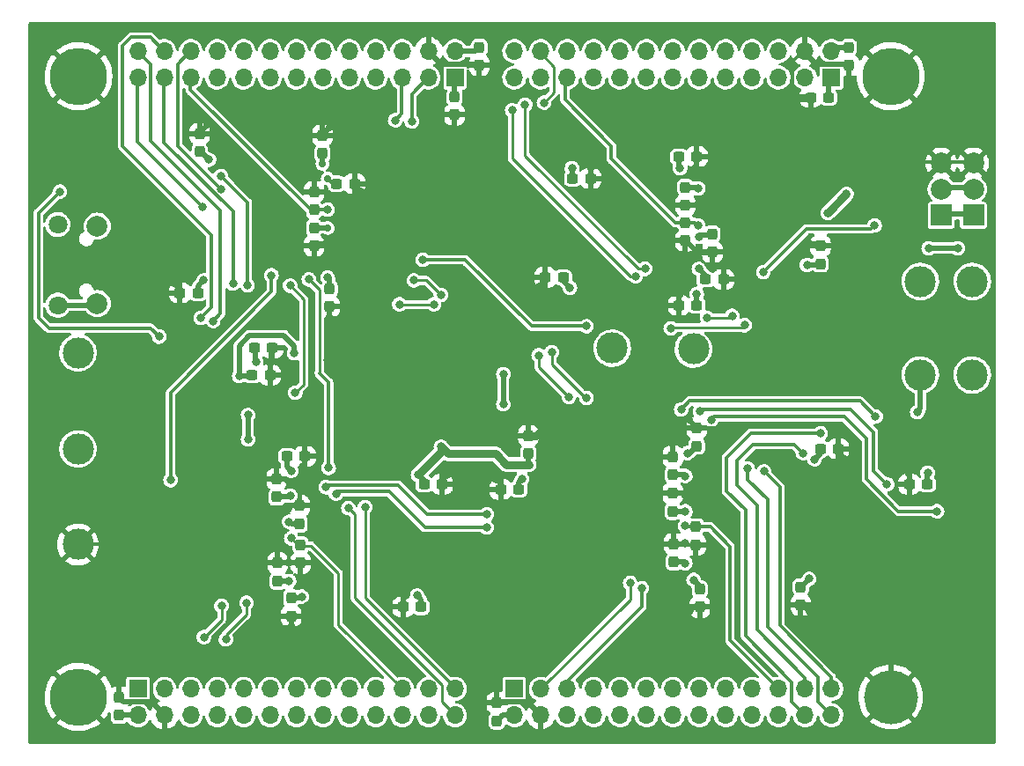
<source format=gbl>
%TF.GenerationSoftware,KiCad,Pcbnew,(6.0.7-1)-1*%
%TF.CreationDate,2022-09-30T10:31:31-05:00*%
%TF.ProjectId,ramn,72616d6e-2e6b-4696-9361-645f70636258,rev?*%
%TF.SameCoordinates,Original*%
%TF.FileFunction,Copper,L2,Bot*%
%TF.FilePolarity,Positive*%
%FSLAX46Y46*%
G04 Gerber Fmt 4.6, Leading zero omitted, Abs format (unit mm)*
G04 Created by KiCad (PCBNEW (6.0.7-1)-1) date 2022-09-30 10:31:31*
%MOMM*%
%LPD*%
G01*
G04 APERTURE LIST*
G04 Aperture macros list*
%AMRoundRect*
0 Rectangle with rounded corners*
0 $1 Rounding radius*
0 $2 $3 $4 $5 $6 $7 $8 $9 X,Y pos of 4 corners*
0 Add a 4 corners polygon primitive as box body*
4,1,4,$2,$3,$4,$5,$6,$7,$8,$9,$2,$3,0*
0 Add four circle primitives for the rounded corners*
1,1,$1+$1,$2,$3*
1,1,$1+$1,$4,$5*
1,1,$1+$1,$6,$7*
1,1,$1+$1,$8,$9*
0 Add four rect primitives between the rounded corners*
20,1,$1+$1,$2,$3,$4,$5,0*
20,1,$1+$1,$4,$5,$6,$7,0*
20,1,$1+$1,$6,$7,$8,$9,0*
20,1,$1+$1,$8,$9,$2,$3,0*%
G04 Aperture macros list end*
%TA.AperFunction,ComponentPad*%
%ADD10C,5.200000*%
%TD*%
%TA.AperFunction,ComponentPad*%
%ADD11C,3.000000*%
%TD*%
%TA.AperFunction,ComponentPad*%
%ADD12R,1.700000X1.700000*%
%TD*%
%TA.AperFunction,ComponentPad*%
%ADD13O,1.700000X1.700000*%
%TD*%
%TA.AperFunction,ComponentPad*%
%ADD14R,2.000000X2.000000*%
%TD*%
%TA.AperFunction,ComponentPad*%
%ADD15C,2.000000*%
%TD*%
%TA.AperFunction,ComponentPad*%
%ADD16C,5.500000*%
%TD*%
%TA.AperFunction,ComponentPad*%
%ADD17C,1.800000*%
%TD*%
%TA.AperFunction,SMDPad,CuDef*%
%ADD18RoundRect,0.237500X0.237500X-0.300000X0.237500X0.300000X-0.237500X0.300000X-0.237500X-0.300000X0*%
%TD*%
%TA.AperFunction,SMDPad,CuDef*%
%ADD19RoundRect,0.237500X0.300000X0.237500X-0.300000X0.237500X-0.300000X-0.237500X0.300000X-0.237500X0*%
%TD*%
%TA.AperFunction,SMDPad,CuDef*%
%ADD20RoundRect,0.237500X-0.300000X-0.237500X0.300000X-0.237500X0.300000X0.237500X-0.300000X0.237500X0*%
%TD*%
%TA.AperFunction,SMDPad,CuDef*%
%ADD21RoundRect,0.237500X-0.237500X0.300000X-0.237500X-0.300000X0.237500X-0.300000X0.237500X0.300000X0*%
%TD*%
%TA.AperFunction,ViaPad*%
%ADD22C,0.800000*%
%TD*%
%TA.AperFunction,ViaPad*%
%ADD23C,0.700000*%
%TD*%
%TA.AperFunction,Conductor*%
%ADD24C,0.300000*%
%TD*%
%TA.AperFunction,Conductor*%
%ADD25C,0.500000*%
%TD*%
%TA.AperFunction,Conductor*%
%ADD26C,0.250000*%
%TD*%
%TA.AperFunction,Conductor*%
%ADD27C,0.800000*%
%TD*%
G04 APERTURE END LIST*
D10*
X122555000Y-106680000D03*
D11*
X95770000Y-73140000D03*
D12*
X116840000Y-47117000D03*
D13*
X116840000Y-44577000D03*
X114300000Y-47117000D03*
X114300000Y-44577000D03*
X111760000Y-47117000D03*
X111760000Y-44577000D03*
X109220000Y-47117000D03*
X109220000Y-44577000D03*
X106680000Y-47117000D03*
X106680000Y-44577000D03*
X104140000Y-47117000D03*
X104140000Y-44577000D03*
X101600000Y-47117000D03*
X101600000Y-44577000D03*
X99060000Y-47117000D03*
X99060000Y-44577000D03*
X96520000Y-47117000D03*
X96520000Y-44577000D03*
X93980000Y-47117000D03*
X93980000Y-44577000D03*
X91440000Y-47117000D03*
X91440000Y-44577000D03*
X88900000Y-47117000D03*
X88900000Y-44577000D03*
X86360000Y-47117000D03*
X86360000Y-44577000D03*
D14*
X127405000Y-60360000D03*
X130505000Y-60360000D03*
D15*
X130505000Y-57860000D03*
X127405000Y-57860000D03*
X127405000Y-55360000D03*
X130505000Y-55360000D03*
D11*
X125405000Y-75730000D03*
X44405000Y-92030000D03*
D16*
X44450000Y-106680000D03*
D12*
X86360000Y-105900000D03*
D13*
X86360000Y-108440000D03*
X88900000Y-105900000D03*
X88900000Y-108440000D03*
X91440000Y-105900000D03*
X91440000Y-108440000D03*
X93980000Y-105900000D03*
X93980000Y-108440000D03*
X96520000Y-105900000D03*
X96520000Y-108440000D03*
X99060000Y-105900000D03*
X99060000Y-108440000D03*
X101600000Y-105900000D03*
X101600000Y-108440000D03*
X104140000Y-105900000D03*
X104140000Y-108440000D03*
X106680000Y-105900000D03*
X106680000Y-108440000D03*
X109220000Y-105900000D03*
X109220000Y-108440000D03*
X111760000Y-105900000D03*
X111760000Y-108440000D03*
X114300000Y-105900000D03*
X114300000Y-108440000D03*
X116840000Y-105900000D03*
X116840000Y-108440000D03*
D11*
X130405000Y-75730000D03*
X44405000Y-82830000D03*
X125405000Y-66730000D03*
D16*
X44450000Y-46990000D03*
D12*
X50165000Y-105900000D03*
D13*
X50165000Y-108440000D03*
X52705000Y-105900000D03*
X52705000Y-108440000D03*
X55245000Y-105900000D03*
X55245000Y-108440000D03*
X57785000Y-105900000D03*
X57785000Y-108440000D03*
X60325000Y-105900000D03*
X60325000Y-108440000D03*
X62865000Y-105900000D03*
X62865000Y-108440000D03*
X65405000Y-105900000D03*
X65405000Y-108440000D03*
X67945000Y-105900000D03*
X67945000Y-108440000D03*
X70485000Y-105900000D03*
X70485000Y-108440000D03*
X73025000Y-105900000D03*
X73025000Y-108440000D03*
X75565000Y-105900000D03*
X75565000Y-108440000D03*
X78105000Y-105900000D03*
X78105000Y-108440000D03*
X80645000Y-105900000D03*
X80645000Y-108440000D03*
D17*
X42455000Y-61255000D03*
D15*
X46255000Y-61405000D03*
D17*
X42455000Y-69005000D03*
D15*
X46255000Y-68855000D03*
D12*
X80645000Y-47117000D03*
D13*
X80645000Y-44577000D03*
X78105000Y-47117000D03*
X78105000Y-44577000D03*
X75565000Y-47117000D03*
X75565000Y-44577000D03*
X73025000Y-47117000D03*
X73025000Y-44577000D03*
X70485000Y-47117000D03*
X70485000Y-44577000D03*
X67945000Y-47117000D03*
X67945000Y-44577000D03*
X65405000Y-47117000D03*
X65405000Y-44577000D03*
X62865000Y-47117000D03*
X62865000Y-44577000D03*
X60325000Y-47117000D03*
X60325000Y-44577000D03*
X57785000Y-47117000D03*
X57785000Y-44577000D03*
X55245000Y-47117000D03*
X55245000Y-44577000D03*
X52705000Y-47117000D03*
X52705000Y-44577000D03*
X50165000Y-47117000D03*
X50165000Y-44577000D03*
D11*
X103580000Y-73230000D03*
X130405000Y-66730000D03*
X44405000Y-73580000D03*
D16*
X122555000Y-46990000D03*
D18*
X63605000Y-95530000D03*
X63605000Y-93805000D03*
X103905000Y-82555000D03*
X103905000Y-80830000D03*
X101705000Y-93692500D03*
X101705000Y-91967500D03*
D19*
X126067500Y-86230000D03*
X124342500Y-86230000D03*
D20*
X104742500Y-66530000D03*
X106467500Y-66530000D03*
D19*
X77405000Y-98030000D03*
X75680000Y-98030000D03*
D21*
X103805000Y-90330000D03*
X103805000Y-92055000D03*
D20*
X102180000Y-54730000D03*
X103905000Y-54730000D03*
X61142500Y-75730000D03*
X62867500Y-75730000D03*
D19*
X116567500Y-49030000D03*
X114842500Y-49030000D03*
D21*
X102805000Y-57667500D03*
X102805000Y-59392500D03*
X67105000Y-61567500D03*
X67105000Y-63292500D03*
D19*
X91067500Y-66330000D03*
X89342500Y-66330000D03*
X103905000Y-69030000D03*
X102180000Y-69030000D03*
D20*
X61367500Y-73130000D03*
X63092500Y-73130000D03*
D18*
X48350000Y-108452500D03*
X48350000Y-106727500D03*
D20*
X64505000Y-83530000D03*
X66230000Y-83530000D03*
D21*
X105405000Y-62167500D03*
X105405000Y-63892500D03*
D18*
X63505000Y-87455000D03*
X63505000Y-85730000D03*
D21*
X64905000Y-97167500D03*
X64905000Y-98892500D03*
X80605000Y-48967500D03*
X80605000Y-50692500D03*
D18*
X56105000Y-54255000D03*
X56105000Y-52530000D03*
X87705000Y-83292500D03*
X87705000Y-81567500D03*
D19*
X86767500Y-86730000D03*
X85042500Y-86730000D03*
D21*
X68605000Y-67430000D03*
X68605000Y-69155000D03*
X83005000Y-44205000D03*
X83005000Y-45930000D03*
D18*
X65705000Y-90030000D03*
X65705000Y-88305000D03*
D20*
X91980000Y-56830000D03*
X93705000Y-56830000D03*
X77680000Y-86230000D03*
X79405000Y-86230000D03*
X69267500Y-57330000D03*
X70992500Y-57330000D03*
D21*
X113905000Y-96105000D03*
X113905000Y-97830000D03*
D18*
X67905000Y-54417500D03*
X67905000Y-52692500D03*
D21*
X102805000Y-61067500D03*
X102805000Y-62792500D03*
X65805000Y-92067500D03*
X65805000Y-93792500D03*
X104205000Y-96305000D03*
X104205000Y-98030000D03*
D19*
X55930000Y-67830000D03*
X54205000Y-67830000D03*
D18*
X101605000Y-85292500D03*
X101605000Y-83567500D03*
X84680000Y-108975000D03*
X84680000Y-107250000D03*
D21*
X118530000Y-44210000D03*
X118530000Y-45935000D03*
D18*
X67105000Y-59855000D03*
X67105000Y-58130000D03*
X115805000Y-65030000D03*
X115805000Y-63305000D03*
D20*
X115780000Y-82830000D03*
X117505000Y-82830000D03*
D18*
X101605000Y-88830000D03*
X101605000Y-87105000D03*
D22*
X42655000Y-58080000D03*
X52205000Y-72030000D03*
X72954647Y-63280353D03*
X84605000Y-85730000D03*
X129105000Y-86730000D03*
X56905000Y-51630000D03*
X51905000Y-93430000D03*
X121005000Y-57330000D03*
X53305000Y-69030000D03*
X102805000Y-87230000D03*
X81605000Y-57230000D03*
X88705000Y-67230000D03*
X104005000Y-59330000D03*
X122305000Y-69130000D03*
X107705000Y-64430000D03*
X68405000Y-62830000D03*
X58605000Y-95330000D03*
X124305000Y-85130000D03*
X51905000Y-97230000D03*
X114805000Y-98530000D03*
X93205000Y-96730000D03*
X81605000Y-61130000D03*
X121905000Y-83930000D03*
X89005000Y-99930000D03*
X64935034Y-99946078D03*
X111705000Y-57230000D03*
X104105000Y-63830000D03*
X75505000Y-72130000D03*
X45005000Y-66430000D03*
X124040000Y-50560000D03*
X112905000Y-71030000D03*
X62905000Y-74530000D03*
X72005000Y-75230000D03*
X118205000Y-83830000D03*
X68605000Y-70230000D03*
X71655000Y-58080000D03*
X89905000Y-92330000D03*
X58605000Y-81230000D03*
X79906689Y-85337122D03*
X114705000Y-63130000D03*
X64605000Y-88630000D03*
X68405000Y-74330000D03*
X89805000Y-96430000D03*
X53605000Y-66830000D03*
X75905000Y-96930000D03*
X60405000Y-86130000D03*
X95505000Y-92130000D03*
X82005000Y-67330000D03*
X93705000Y-55730000D03*
X47605000Y-66430000D03*
X103205000Y-98430000D03*
X57105000Y-95830000D03*
X47505000Y-57030000D03*
X68655000Y-51830000D03*
X103805000Y-55830000D03*
X83605000Y-80030000D03*
X64705000Y-93730000D03*
X102305000Y-67930000D03*
X102805000Y-91930000D03*
X98405000Y-83930000D03*
X51005000Y-100930000D03*
X76805000Y-56130000D03*
X66005000Y-84530000D03*
X103105000Y-79977335D03*
X68405000Y-59830000D03*
X56480500Y-66630000D03*
X65205000Y-73630000D03*
D23*
X68405000Y-61580000D03*
D22*
X59905000Y-75830000D03*
X57005000Y-55030000D03*
D23*
X68405000Y-56830000D03*
D22*
X68405000Y-66330000D03*
D23*
X67905000Y-55430000D03*
D22*
X64905000Y-91430000D03*
X64705000Y-95530000D03*
X64805000Y-87330000D03*
X64705000Y-89830000D03*
X79305000Y-82630000D03*
X65905000Y-97030000D03*
X77005000Y-96930000D03*
X77105000Y-85330000D03*
X87805000Y-84330000D03*
X64905000Y-84930000D03*
X102805000Y-90230000D03*
X103605000Y-95430000D03*
X114705000Y-95330000D03*
X102805000Y-88830000D03*
X102805000Y-85430000D03*
X103005000Y-83230000D03*
X115205000Y-83830000D03*
X102805000Y-93830000D03*
X104005000Y-61330000D03*
X91705000Y-67330000D03*
X104055000Y-57780000D03*
X104105000Y-62430000D03*
X102305000Y-55830000D03*
X104105000Y-65530000D03*
X91905000Y-55830000D03*
X103905000Y-67930000D03*
X129005000Y-63530000D03*
X126205000Y-63530000D03*
X76505000Y-51330000D03*
X74905000Y-51230000D03*
X58155000Y-57830000D03*
X59305000Y-66930000D03*
X56205000Y-70230000D03*
X60705000Y-67080000D03*
X58155000Y-56580000D03*
X56405000Y-59530000D03*
X57405000Y-70530000D03*
X56505000Y-100930000D03*
X58205000Y-97930000D03*
X60605000Y-97630000D03*
X58630000Y-101150000D03*
X72005000Y-88430000D03*
X70405000Y-88530000D03*
X97505000Y-95730000D03*
X98605000Y-96230000D03*
X114105000Y-83230000D03*
X115805000Y-81330000D03*
X110370000Y-85000000D03*
X108805000Y-84730000D03*
X89205000Y-49530000D03*
X86150000Y-50275000D03*
X98005000Y-66230000D03*
X98931696Y-65508643D03*
X87405000Y-49730000D03*
X85305000Y-75630000D03*
X125105000Y-79280000D03*
X85305000Y-78530000D03*
X60755000Y-79580000D03*
X60755000Y-81930000D03*
X121105000Y-79730000D03*
X102405000Y-79030000D03*
X121005000Y-61330000D03*
X110305000Y-65830000D03*
X101405000Y-71230000D03*
X108505000Y-70930000D03*
X107305000Y-70030000D03*
X104905000Y-70230000D03*
X65305000Y-77430000D03*
X64805000Y-67130000D03*
X66605000Y-66530000D03*
X68505000Y-84655500D03*
X83705000Y-90384595D03*
X69205000Y-87130000D03*
X83705000Y-89130000D03*
X68228056Y-86506944D03*
X53305000Y-85830000D03*
X63005000Y-66130000D03*
X79305000Y-68030000D03*
X89951364Y-73522476D03*
X76705000Y-66630000D03*
X93305000Y-77930000D03*
X127005000Y-88830000D03*
X105305000Y-80030000D03*
X104205000Y-79230000D03*
X122205000Y-86230000D03*
X91605000Y-77830000D03*
X75305000Y-68930000D03*
X88705000Y-73830000D03*
X78605000Y-68930000D03*
X77555500Y-64630000D03*
X93305000Y-71030000D03*
X61505000Y-74430000D03*
X87105000Y-85730000D03*
X126105000Y-85130000D03*
X114505000Y-65130000D03*
X116505000Y-60130000D03*
X118305000Y-58330000D03*
D24*
X40590003Y-70215003D02*
X40590003Y-60144997D01*
X41605000Y-71230000D02*
X40590003Y-70215003D01*
X52205000Y-72030000D02*
X51405000Y-71230000D01*
X40590003Y-60144997D02*
X42655000Y-58080000D01*
X51405000Y-71230000D02*
X41605000Y-71230000D01*
D25*
X42455000Y-69005000D02*
X46105000Y-69005000D01*
D24*
X98505000Y-92130000D02*
X95505000Y-92130000D01*
X108071409Y-66528694D02*
X108603694Y-66528694D01*
X121505000Y-71030000D02*
X122305000Y-70230000D01*
X122005000Y-92430000D02*
X127005000Y-92430000D01*
X121705000Y-57330000D02*
X122305000Y-57930000D01*
X61205000Y-88630000D02*
X60405000Y-87830000D01*
X102155000Y-65880000D02*
X96505000Y-60230000D01*
X64705000Y-93730000D02*
X64705000Y-93030000D01*
X58605000Y-95330000D02*
X58605000Y-91230000D01*
D25*
X66230000Y-83530000D02*
X66230000Y-84305000D01*
D24*
X51705000Y-69030000D02*
X50305000Y-67630000D01*
X111105000Y-71030000D02*
X112905000Y-71030000D01*
X66005000Y-84530000D02*
X66005000Y-85630000D01*
X101405000Y-80530000D02*
X101405000Y-82330000D01*
X58605000Y-91230000D02*
X61205000Y-88630000D01*
X105505000Y-57030000D02*
X104305000Y-55830000D01*
X82605000Y-61130000D02*
X81605000Y-61130000D01*
X81605000Y-57230000D02*
X81605000Y-52930000D01*
X91505000Y-82530000D02*
X91505000Y-90730000D01*
D25*
X50170000Y-107170000D02*
X51435000Y-107170000D01*
D24*
X102930000Y-92055000D02*
X102805000Y-91930000D01*
X81605000Y-61130000D02*
X81605000Y-57230000D01*
X98405000Y-87930000D02*
X98405000Y-83930000D01*
D26*
X102880000Y-92005000D02*
X103705000Y-92005000D01*
D25*
X102767500Y-91967500D02*
X102805000Y-91930000D01*
D24*
X62555000Y-90880000D02*
X61205000Y-89530000D01*
X107705000Y-64430000D02*
X107705000Y-62330000D01*
X95605000Y-68930000D02*
X89305000Y-68930000D01*
D25*
X118445000Y-45850000D02*
X115360000Y-45850000D01*
D24*
X111705000Y-50635000D02*
X111705000Y-57230000D01*
D25*
X68105000Y-63130000D02*
X68405000Y-62830000D01*
D24*
X88705000Y-67230000D02*
X87105000Y-67230000D01*
X100530000Y-87105000D02*
X95505000Y-92130000D01*
D25*
X80605000Y-50692500D02*
X80605000Y-51930000D01*
X82920001Y-45845001D02*
X79355001Y-45845001D01*
D24*
X76805000Y-56130000D02*
X80505000Y-56130000D01*
X94105000Y-96730000D02*
X95505000Y-95330000D01*
X83905000Y-96430000D02*
X82005000Y-94530000D01*
D25*
X64767500Y-93792500D02*
X64705000Y-93730000D01*
X105305000Y-63955000D02*
X104230000Y-63955000D01*
D24*
X60405000Y-87830000D02*
X60405000Y-86130000D01*
X91405000Y-96430000D02*
X89805000Y-96430000D01*
X64935034Y-99946078D02*
X63321078Y-99946078D01*
X119980000Y-63305000D02*
X122305000Y-65630000D01*
X71655000Y-58080000D02*
X72954647Y-59379647D01*
X89805000Y-99630000D02*
X89505000Y-99930000D01*
X107705000Y-62330000D02*
X111705000Y-58330000D01*
X118205000Y-83830000D02*
X118205000Y-88630000D01*
X60405000Y-86130000D02*
X58605000Y-84330000D01*
X122305000Y-70230000D02*
X122305000Y-69130000D01*
X104705000Y-59330000D02*
X107705000Y-62330000D01*
D25*
X104105000Y-63830000D02*
X103842500Y-63830000D01*
D24*
X87205000Y-92330000D02*
X85105000Y-90230000D01*
X88705000Y-68330000D02*
X88705000Y-67230000D01*
X85105000Y-88730000D02*
X84205000Y-87830000D01*
X89805000Y-96430000D02*
X83905000Y-96430000D01*
X95505000Y-90830000D02*
X98405000Y-87930000D01*
X129105000Y-90330000D02*
X129105000Y-86730000D01*
D25*
X101605000Y-82530000D02*
X101405000Y-82330000D01*
D27*
X88442500Y-81567500D02*
X87705000Y-81567500D01*
D24*
X114805000Y-98530000D02*
X119105000Y-98530000D01*
X79906689Y-85337122D02*
X79913811Y-85330000D01*
X80305000Y-65630000D02*
X73905000Y-65630000D01*
X104105000Y-63830000D02*
X102155000Y-65780000D01*
D25*
X114705000Y-63130000D02*
X115630000Y-63130000D01*
D24*
X85255000Y-63780000D02*
X82605000Y-61130000D01*
X91505000Y-90730000D02*
X89905000Y-92330000D01*
X69705000Y-85530000D02*
X72005000Y-83230000D01*
D25*
X103905000Y-55730000D02*
X103805000Y-55830000D01*
D24*
X73905000Y-66930000D02*
X73905000Y-65630000D01*
X109705000Y-69630000D02*
X111105000Y-71030000D01*
X121005000Y-55930000D02*
X121005000Y-57330000D01*
X80505000Y-56130000D02*
X81605000Y-57230000D01*
X62705000Y-60630000D02*
X62705000Y-57430000D01*
X64705000Y-93030000D02*
X62555000Y-90880000D01*
D25*
X63505000Y-85730000D02*
X64305706Y-85730000D01*
D24*
X100305000Y-93930000D02*
X98505000Y-92130000D01*
X85105000Y-90230000D02*
X85105000Y-88730000D01*
X73305000Y-51830000D02*
X68655000Y-51830000D01*
X57805000Y-71730000D02*
X61905000Y-67630000D01*
D25*
X63605000Y-93805000D02*
X64630000Y-93805000D01*
D24*
X103805000Y-92055000D02*
X102930000Y-92055000D01*
X96505000Y-68030000D02*
X95605000Y-68930000D01*
X102305000Y-67930000D02*
X102205000Y-68030000D01*
X129105000Y-85530000D02*
X129105000Y-86730000D01*
X67005000Y-85530000D02*
X69705000Y-85530000D01*
X47605000Y-66430000D02*
X45005000Y-66430000D01*
X76805000Y-55330000D02*
X73305000Y-51830000D01*
X124305000Y-85130000D02*
X123105000Y-83930000D01*
D25*
X85042500Y-86167500D02*
X84605000Y-85730000D01*
X64930000Y-88305000D02*
X64605000Y-88630000D01*
X51435000Y-107170000D02*
X52705000Y-108440000D01*
D24*
X83605000Y-77930000D02*
X77805000Y-72130000D01*
X89060000Y-80950000D02*
X89925000Y-80950000D01*
X60805000Y-85730000D02*
X60405000Y-86130000D01*
X49205000Y-65730000D02*
X49205000Y-57730000D01*
X93205000Y-96730000D02*
X94105000Y-96730000D01*
X81605000Y-52930000D02*
X80605000Y-51930000D01*
X127005000Y-92430000D02*
X129105000Y-90330000D01*
X102205000Y-68030000D02*
X96505000Y-68030000D01*
D25*
X75680000Y-98030000D02*
X75680000Y-97155000D01*
D24*
X124305000Y-85130000D02*
X125505000Y-83930000D01*
X70605000Y-70230000D02*
X73905000Y-66930000D01*
D25*
X104230000Y-63955000D02*
X104105000Y-63830000D01*
X64305706Y-85730000D02*
X64705353Y-86129647D01*
D24*
X96505000Y-60230000D02*
X96505000Y-57430000D01*
X79905000Y-51930000D02*
X79405000Y-51430000D01*
X65367500Y-63292500D02*
X63405000Y-61330000D01*
X96505000Y-57430000D02*
X94805000Y-55730000D01*
X66005000Y-85630000D02*
X65505353Y-86129647D01*
X104305000Y-55830000D02*
X103805000Y-55830000D01*
X54705000Y-71730000D02*
X57805000Y-71730000D01*
D25*
X75680000Y-97155000D02*
X75905000Y-96930000D01*
D24*
X50305000Y-66830000D02*
X49205000Y-65730000D01*
X130505000Y-55230000D02*
X127405000Y-55230000D01*
X67105000Y-63292500D02*
X65367500Y-63292500D01*
X62905000Y-74530000D02*
X63705000Y-74530000D01*
X103105000Y-79977335D02*
X101957665Y-79977335D01*
D25*
X64630000Y-93805000D02*
X64705000Y-93730000D01*
X117505000Y-83130000D02*
X118205000Y-83830000D01*
D24*
X119105000Y-98530000D02*
X122005000Y-95630000D01*
D25*
X56105000Y-52430000D02*
X56905000Y-51630000D01*
D24*
X89060000Y-80950000D02*
X88140000Y-80030000D01*
X111705000Y-58330000D02*
X111705000Y-57230000D01*
X83105000Y-87830000D02*
X82105000Y-86830000D01*
X70905000Y-57330000D02*
X71655000Y-58080000D01*
X51440000Y-106925000D02*
X51440000Y-101365000D01*
D25*
X85042500Y-86730000D02*
X85042500Y-86167500D01*
X47505000Y-50045000D02*
X47505000Y-57030000D01*
D24*
X49205000Y-57730000D02*
X48505000Y-57030000D01*
X76805000Y-61530000D02*
X76805000Y-61130000D01*
D25*
X84750000Y-107180000D02*
X87640000Y-107180000D01*
X89342500Y-66592500D02*
X88705000Y-67230000D01*
D24*
X62705000Y-57430000D02*
X56905000Y-51630000D01*
X116605000Y-80430000D02*
X117505000Y-81330000D01*
X63405000Y-77830000D02*
X60305000Y-77830000D01*
D25*
X63005000Y-74430000D02*
X62905000Y-74530000D01*
D24*
X101705000Y-91967500D02*
X98667500Y-91967500D01*
X83605000Y-80030000D02*
X83605000Y-77930000D01*
X76805000Y-56130000D02*
X76805000Y-55330000D01*
X80605000Y-51930000D02*
X79905000Y-51930000D01*
X61905000Y-62730000D02*
X63305000Y-61330000D01*
D25*
X54205000Y-67430000D02*
X53605000Y-66830000D01*
D24*
X73905000Y-65630000D02*
X72954647Y-64679647D01*
X105505000Y-58530000D02*
X105505000Y-57030000D01*
X77805000Y-72130000D02*
X75505000Y-72130000D01*
X71255353Y-63280353D02*
X70805000Y-62830000D01*
D25*
X93705000Y-56830000D02*
X93705000Y-55730000D01*
X102180000Y-68055000D02*
X102180000Y-69030000D01*
D24*
X51440000Y-101365000D02*
X51005000Y-100930000D01*
X115805000Y-63305000D02*
X119980000Y-63305000D01*
X104005000Y-59330000D02*
X104705000Y-59330000D01*
D25*
X103842500Y-63830000D02*
X102805000Y-62792500D01*
D24*
X122005000Y-95630000D02*
X122005000Y-92430000D01*
D25*
X67155000Y-63130000D02*
X68105000Y-63130000D01*
D24*
X125505000Y-83930000D02*
X127505000Y-83930000D01*
X108205000Y-80830000D02*
X108605000Y-80430000D01*
X95505000Y-95330000D02*
X95505000Y-92130000D01*
D25*
X87640000Y-107180000D02*
X88900000Y-108440000D01*
X102680000Y-87105000D02*
X102805000Y-87230000D01*
D24*
X51905000Y-97230000D02*
X51905000Y-95930000D01*
X81605000Y-61130000D02*
X76805000Y-61130000D01*
D25*
X103905000Y-80777335D02*
X103105000Y-79977335D01*
D24*
X88140000Y-80030000D02*
X83605000Y-80030000D01*
D25*
X115360000Y-45850000D02*
X114090000Y-44580000D01*
D24*
X87105000Y-67230000D02*
X85255000Y-65380000D01*
X51195000Y-107170000D02*
X51440000Y-106925000D01*
X113100000Y-48860000D02*
X113100000Y-45570000D01*
X99205000Y-82330000D02*
X98405000Y-83130000D01*
X85255000Y-65380000D02*
X85255000Y-63780000D01*
D25*
X124342500Y-85167500D02*
X124305000Y-85130000D01*
X50170000Y-107170000D02*
X48792500Y-107170000D01*
D27*
X114842500Y-49030000D02*
X113310000Y-49030000D01*
D24*
X87640000Y-101295000D02*
X89005000Y-99930000D01*
X50170000Y-107170000D02*
X51195000Y-107170000D01*
D25*
X64905000Y-98892500D02*
X64905000Y-99916044D01*
D24*
X127405000Y-55230000D02*
X123905000Y-55230000D01*
X89805000Y-92430000D02*
X89905000Y-92330000D01*
X75054647Y-63280353D02*
X76805000Y-61530000D01*
D25*
X122555000Y-101980000D02*
X119105000Y-98530000D01*
D27*
X89060000Y-80950000D02*
X88442500Y-81567500D01*
D24*
X127505000Y-83930000D02*
X129105000Y-85530000D01*
X53305000Y-70330000D02*
X54705000Y-71730000D01*
X79405000Y-51430000D02*
X79405000Y-45895000D01*
X51005000Y-100930000D02*
X51905000Y-100030000D01*
X105405000Y-63892500D02*
X106367500Y-63892500D01*
D27*
X113310000Y-49030000D02*
X113290000Y-49050000D01*
D24*
X79913811Y-85330000D02*
X81705000Y-85330000D01*
X68605000Y-70230000D02*
X68605000Y-74130000D01*
X82105000Y-85730000D02*
X84605000Y-85730000D01*
X113100000Y-45570000D02*
X114090000Y-44580000D01*
X81705000Y-85330000D02*
X82105000Y-85730000D01*
X93205000Y-96730000D02*
X91705000Y-96730000D01*
D25*
X108071409Y-66528694D02*
X108070103Y-66530000D01*
D24*
X61805000Y-91630000D02*
X62555000Y-90880000D01*
X72005000Y-83230000D02*
X72005000Y-75230000D01*
X101605000Y-87105000D02*
X100530000Y-87105000D01*
X53605000Y-66830000D02*
X50305000Y-66830000D01*
X75905000Y-95430000D02*
X75905000Y-96930000D01*
X72954647Y-59379647D02*
X72954647Y-63280353D01*
X63505000Y-85730000D02*
X60805000Y-85730000D01*
X48505000Y-66430000D02*
X49205000Y-65730000D01*
X98667500Y-91967500D02*
X98505000Y-92130000D01*
X57105000Y-95830000D02*
X58105000Y-95830000D01*
X64305000Y-76930000D02*
X63405000Y-77830000D01*
X76805000Y-94530000D02*
X75905000Y-95430000D01*
X58605000Y-84330000D02*
X58605000Y-81230000D01*
X51905000Y-100030000D02*
X51905000Y-97230000D01*
X72954647Y-63280353D02*
X71255353Y-63280353D01*
X123905000Y-55230000D02*
X121705000Y-55230000D01*
X63705000Y-74530000D02*
X64305000Y-75130000D01*
D25*
X104205000Y-98030000D02*
X103605000Y-98030000D01*
D24*
X61805000Y-98430000D02*
X61805000Y-91630000D01*
D25*
X54205000Y-67830000D02*
X54205000Y-67430000D01*
D24*
X58105000Y-95830000D02*
X58605000Y-95330000D01*
D25*
X66230000Y-84305000D02*
X66005000Y-84530000D01*
D24*
X102305000Y-67930000D02*
X102305000Y-66030000D01*
D25*
X103942500Y-59392500D02*
X104005000Y-59330000D01*
D24*
X104705000Y-59330000D02*
X105505000Y-58530000D01*
X113290000Y-49050000D02*
X111705000Y-50635000D01*
X63321078Y-99946078D02*
X61805000Y-98430000D01*
X63305000Y-61330000D02*
X63405000Y-61330000D01*
D25*
X108070103Y-66530000D02*
X106467500Y-66530000D01*
D24*
X72005000Y-75230000D02*
X69305000Y-75230000D01*
D25*
X65705000Y-88305000D02*
X64930000Y-88305000D01*
D24*
X51905000Y-95930000D02*
X51905000Y-93430000D01*
X75505000Y-73630000D02*
X75505000Y-72130000D01*
X72954647Y-64679647D02*
X72954647Y-63280353D01*
X106367500Y-63892500D02*
X106905000Y-64430000D01*
X106905000Y-64430000D02*
X107705000Y-64430000D01*
D25*
X62867500Y-75730000D02*
X62867500Y-74567500D01*
X79355001Y-45845001D02*
X78090000Y-44580000D01*
D24*
X89805000Y-96430000D02*
X89805000Y-92430000D01*
X47605000Y-66430000D02*
X48505000Y-66430000D01*
D25*
X79405000Y-85838811D02*
X79906689Y-85337122D01*
X79405000Y-86230000D02*
X79405000Y-85838811D01*
D24*
X61205000Y-89530000D02*
X61205000Y-88630000D01*
X63405000Y-61330000D02*
X62705000Y-60630000D01*
X89805000Y-96430000D02*
X89805000Y-99630000D01*
X102305000Y-66030000D02*
X102155000Y-65880000D01*
D25*
X103605000Y-98030000D02*
X103205000Y-98430000D01*
X64905000Y-99916044D02*
X64935034Y-99946078D01*
D24*
X95505000Y-92130000D02*
X95505000Y-90830000D01*
D25*
X101705000Y-91967500D02*
X102767500Y-91967500D01*
D24*
X50305000Y-67630000D02*
X50305000Y-66830000D01*
D25*
X122555000Y-106500000D02*
X122555000Y-101980000D01*
X65805000Y-93792500D02*
X64767500Y-93792500D01*
X101605000Y-87105000D02*
X102680000Y-87105000D01*
D24*
X103905000Y-80830000D02*
X108205000Y-80830000D01*
X84205000Y-87830000D02*
X83105000Y-87830000D01*
X79405000Y-45895000D02*
X78090000Y-44580000D01*
X94805000Y-55730000D02*
X93705000Y-55730000D01*
X82005000Y-67330000D02*
X80305000Y-65630000D01*
D25*
X67905000Y-52580000D02*
X68655000Y-51830000D01*
X89342500Y-66330000D02*
X89342500Y-66592500D01*
D24*
X70805000Y-62830000D02*
X68405000Y-62830000D01*
X112905000Y-71030000D02*
X121505000Y-71030000D01*
X82105000Y-86830000D02*
X82105000Y-85730000D01*
X118205000Y-88630000D02*
X122005000Y-92430000D01*
X72005000Y-75230000D02*
X73905000Y-75230000D01*
D25*
X63005000Y-73130000D02*
X63005000Y-74430000D01*
D24*
X108605000Y-80430000D02*
X116605000Y-80430000D01*
D25*
X117505000Y-82830000D02*
X117505000Y-83130000D01*
D24*
X123105000Y-83930000D02*
X121905000Y-83930000D01*
X101305000Y-98430000D02*
X100305000Y-97430000D01*
X69305000Y-75230000D02*
X68405000Y-74330000D01*
D25*
X114105000Y-97830000D02*
X114805000Y-98530000D01*
D24*
X52005000Y-95830000D02*
X51905000Y-95930000D01*
X91705000Y-96730000D02*
X91405000Y-96430000D01*
D25*
X102305000Y-67930000D02*
X102180000Y-68055000D01*
D24*
X100305000Y-97430000D02*
X100305000Y-93930000D01*
X53305000Y-69030000D02*
X51705000Y-69030000D01*
X58605000Y-79530000D02*
X58605000Y-81230000D01*
X113290000Y-49050000D02*
X113100000Y-48860000D01*
D25*
X62867500Y-74567500D02*
X62905000Y-74530000D01*
D24*
X53305000Y-69030000D02*
X53305000Y-70330000D01*
X76805000Y-61130000D02*
X76805000Y-56130000D01*
X64305000Y-75130000D02*
X64305000Y-76930000D01*
D25*
X102805000Y-59392500D02*
X103942500Y-59392500D01*
D24*
X68605000Y-74130000D02*
X68405000Y-74330000D01*
D25*
X124342500Y-86230000D02*
X124342500Y-85167500D01*
D24*
X51905000Y-93430000D02*
X50505000Y-92030000D01*
X122305000Y-65630000D02*
X122305000Y-69130000D01*
D25*
X103905000Y-54730000D02*
X103905000Y-55730000D01*
D24*
X121005000Y-57330000D02*
X121705000Y-57330000D01*
X103205000Y-98430000D02*
X101305000Y-98430000D01*
D25*
X68605000Y-69155000D02*
X68605000Y-70230000D01*
D24*
X122305000Y-57930000D02*
X122305000Y-65630000D01*
X60305000Y-77830000D02*
X58605000Y-79530000D01*
X102155000Y-65780000D02*
X102155000Y-65880000D01*
D25*
X44450000Y-46990000D02*
X47505000Y-50045000D01*
D24*
X66005000Y-84530000D02*
X67005000Y-85530000D01*
X108071409Y-66528694D02*
X107705000Y-66162285D01*
X108603694Y-66528694D02*
X109705000Y-67630000D01*
X89305000Y-68930000D02*
X88705000Y-68330000D01*
D26*
X102805000Y-91930000D02*
X102880000Y-92005000D01*
D25*
X101605000Y-83567500D02*
X101605000Y-82530000D01*
D24*
X68605000Y-70230000D02*
X70605000Y-70230000D01*
X101957665Y-79977335D02*
X101405000Y-80530000D01*
X98405000Y-83130000D02*
X98405000Y-83930000D01*
X73905000Y-75230000D02*
X75505000Y-73630000D01*
X117505000Y-81330000D02*
X117505000Y-82830000D01*
X107705000Y-66162285D02*
X107705000Y-64430000D01*
X57105000Y-95830000D02*
X52005000Y-95830000D01*
X72954647Y-63280353D02*
X75054647Y-63280353D01*
X50505000Y-92030000D02*
X44405000Y-92030000D01*
X109705000Y-67630000D02*
X109705000Y-69630000D01*
X101405000Y-82330000D02*
X99205000Y-82330000D01*
X121705000Y-55230000D02*
X121005000Y-55930000D01*
X89905000Y-92330000D02*
X87205000Y-92330000D01*
X89505000Y-99930000D02*
X89005000Y-99930000D01*
X87640000Y-107180000D02*
X87640000Y-101295000D01*
X64605000Y-88630000D02*
X61205000Y-88630000D01*
X48505000Y-57030000D02*
X47505000Y-57030000D01*
X89925000Y-80950000D02*
X91505000Y-82530000D01*
D25*
X48792500Y-107170000D02*
X48350000Y-106727500D01*
D24*
X65505353Y-86129647D02*
X64705353Y-86129647D01*
X82005000Y-94530000D02*
X76805000Y-94530000D01*
X61905000Y-67630000D02*
X61905000Y-62730000D01*
X68380000Y-59855000D02*
X66762919Y-59855000D01*
X66762919Y-59855000D02*
X55230000Y-48322081D01*
X55230000Y-48322081D02*
X55230000Y-47120000D01*
X68405000Y-59830000D02*
X68380000Y-59855000D01*
D25*
X65205000Y-73630000D02*
X65205000Y-72930000D01*
X55930000Y-67830000D02*
X55930000Y-67180500D01*
X65205000Y-72930000D02*
X64205000Y-71930000D01*
X64205000Y-71930000D02*
X60905000Y-71930000D01*
X80605000Y-48967500D02*
X80605000Y-47145000D01*
X67905000Y-54330000D02*
X67905000Y-55430000D01*
X68605000Y-67430000D02*
X68605000Y-66530000D01*
X68605000Y-66530000D02*
X68405000Y-66330000D01*
X55930000Y-67180500D02*
X56480500Y-66630000D01*
X59905000Y-72930000D02*
X59905000Y-75830000D01*
D24*
X68905000Y-57330000D02*
X68405000Y-56830000D01*
D25*
X67155000Y-61580000D02*
X68405000Y-61580000D01*
X56230000Y-54255000D02*
X57005000Y-55030000D01*
X59905000Y-75830000D02*
X61042500Y-75830000D01*
X60905000Y-71930000D02*
X59905000Y-72930000D01*
X80630000Y-44580000D02*
X82630000Y-44580000D01*
X82630000Y-44580000D02*
X83005000Y-44205000D01*
X84715000Y-108975000D02*
X85250000Y-108440000D01*
X85250000Y-108440000D02*
X86360000Y-108440000D01*
X48350000Y-108452500D02*
X50152500Y-108452500D01*
X118530000Y-44210000D02*
X117207000Y-44210000D01*
D26*
X75565000Y-105900000D02*
X69422928Y-99757928D01*
X65630000Y-92155000D02*
X64905000Y-91430000D01*
X69422928Y-94747928D02*
X66830000Y-92155000D01*
X69422928Y-99757928D02*
X69422928Y-94747928D01*
X66830000Y-92155000D02*
X65630000Y-92155000D01*
D27*
X79967500Y-83292500D02*
X84567500Y-83292500D01*
X85605000Y-84330000D02*
X87805000Y-84330000D01*
D25*
X64805000Y-87330000D02*
X64680000Y-87455000D01*
X65767500Y-97167500D02*
X65905000Y-97030000D01*
D27*
X79305000Y-82630000D02*
X79967500Y-83292500D01*
D25*
X64905000Y-90030000D02*
X64705000Y-89830000D01*
X77680000Y-86230000D02*
X77680000Y-85905000D01*
X87705000Y-83292500D02*
X87705000Y-84230000D01*
X64905000Y-97167500D02*
X65767500Y-97167500D01*
X87705000Y-84230000D02*
X87805000Y-84330000D01*
X65705000Y-90030000D02*
X64905000Y-90030000D01*
X64680000Y-87455000D02*
X63505000Y-87455000D01*
X77680000Y-85905000D02*
X77105000Y-85330000D01*
D27*
X79305000Y-83130000D02*
X77105000Y-85330000D01*
D25*
X64505000Y-83530000D02*
X64505000Y-84530000D01*
X64505000Y-84530000D02*
X64905000Y-84930000D01*
X77405000Y-98030000D02*
X77405000Y-97330000D01*
X63605000Y-95530000D02*
X64705000Y-95530000D01*
X77405000Y-97330000D02*
X77005000Y-96930000D01*
D27*
X79305000Y-82630000D02*
X79305000Y-83130000D01*
X84567500Y-83292500D02*
X85605000Y-84330000D01*
D24*
X107105000Y-92230000D02*
X105205000Y-90330000D01*
X111760000Y-105900000D02*
X107105000Y-101245000D01*
X102905000Y-90330000D02*
X102805000Y-90230000D01*
X105205000Y-90330000D02*
X103805000Y-90330000D01*
X107105000Y-101245000D02*
X107105000Y-92230000D01*
X103805000Y-90330000D02*
X102905000Y-90330000D01*
D25*
X101605000Y-88830000D02*
X102805000Y-88830000D01*
X115780000Y-83255000D02*
X115205000Y-83830000D01*
X101705000Y-93692500D02*
X102667500Y-93692500D01*
X115780000Y-82830000D02*
X115780000Y-83255000D01*
X104205000Y-96030000D02*
X103605000Y-95430000D01*
X101605000Y-85292500D02*
X102667500Y-85292500D01*
X103230000Y-83230000D02*
X103905000Y-82555000D01*
X103005000Y-83230000D02*
X103230000Y-83230000D01*
X102667500Y-85292500D02*
X102805000Y-85430000D01*
X102667500Y-93692500D02*
X102805000Y-93830000D01*
X113930000Y-96105000D02*
X114705000Y-95330000D01*
D24*
X103742500Y-61067500D02*
X104005000Y-61330000D01*
X95705000Y-54930000D02*
X95705000Y-53730000D01*
X102805000Y-61067500D02*
X103742500Y-61067500D01*
X91230000Y-49255000D02*
X91230000Y-47120000D01*
X95705000Y-54930000D02*
X101842500Y-61067500D01*
X95705000Y-53730000D02*
X91230000Y-49255000D01*
X101842500Y-61067500D02*
X102805000Y-61067500D01*
D25*
X104742500Y-66530000D02*
X104742500Y-66167500D01*
X102805000Y-57667500D02*
X103942500Y-57667500D01*
X116567500Y-49030000D02*
X116567500Y-47182500D01*
X102180000Y-55705000D02*
X102305000Y-55830000D01*
D24*
X102805000Y-57755000D02*
X104030000Y-57755000D01*
D25*
X91980000Y-55905000D02*
X91905000Y-55830000D01*
X103942500Y-57667500D02*
X104055000Y-57780000D01*
X91980000Y-56830000D02*
X91980000Y-55905000D01*
X104305000Y-62230000D02*
X104105000Y-62430000D01*
X102180000Y-54730000D02*
X102180000Y-55705000D01*
X103905000Y-69030000D02*
X103905000Y-67930000D01*
D24*
X104030000Y-57755000D02*
X104055000Y-57780000D01*
D25*
X105305000Y-62230000D02*
X104305000Y-62230000D01*
X91067500Y-66692500D02*
X91705000Y-67330000D01*
X91067500Y-66330000D02*
X91067500Y-66692500D01*
X104742500Y-66167500D02*
X104105000Y-65530000D01*
X127405000Y-60230000D02*
X130505000Y-60230000D01*
X126205000Y-63530000D02*
X129005000Y-63530000D01*
X127405000Y-57730000D02*
X130505000Y-57730000D01*
D24*
X76505000Y-48705000D02*
X76505000Y-51330000D01*
X78090000Y-47120000D02*
X76505000Y-48705000D01*
X75550000Y-50585000D02*
X74905000Y-51230000D01*
X75550000Y-47120000D02*
X75550000Y-50585000D01*
X54005000Y-45805000D02*
X55230000Y-44580000D01*
X58155000Y-57830000D02*
X54005000Y-53680000D01*
X54005000Y-53680000D02*
X54005000Y-45805000D01*
X59305000Y-66930000D02*
X59305000Y-59980000D01*
X59305000Y-59980000D02*
X52690000Y-53365000D01*
X52690000Y-53365000D02*
X52690000Y-47120000D01*
X49530000Y-43255000D02*
X51365000Y-43255000D01*
X57205000Y-62230000D02*
X48705000Y-53730000D01*
X51365000Y-43255000D02*
X52690000Y-44580000D01*
X56205000Y-70230000D02*
X57205000Y-69230000D01*
X48705000Y-53730000D02*
X48705000Y-44080000D01*
X48705000Y-44080000D02*
X49530000Y-43255000D01*
X57205000Y-69230000D02*
X57205000Y-62230000D01*
D26*
X59155000Y-57580000D02*
X58155000Y-56580000D01*
D24*
X59155000Y-57580000D02*
X60455000Y-58880000D01*
X56405000Y-59530000D02*
X50150000Y-53275000D01*
X60455000Y-58880000D02*
X58155000Y-56580000D01*
X50150000Y-53275000D02*
X50150000Y-47120000D01*
X60455000Y-58880000D02*
X60705000Y-59130000D01*
X60705000Y-59130000D02*
X60705000Y-67080000D01*
X58105000Y-59930000D02*
X51405000Y-53230000D01*
X58105000Y-69830000D02*
X58105000Y-59930000D01*
X51405000Y-53230000D02*
X51405000Y-45835000D01*
X57405000Y-70530000D02*
X58105000Y-69830000D01*
X51405000Y-45835000D02*
X50150000Y-44580000D01*
D26*
X58205000Y-97930000D02*
X58205000Y-99230000D01*
X58205000Y-99230000D02*
X56505000Y-100930000D01*
X58630000Y-100705000D02*
X60605000Y-98730000D01*
X58630000Y-101150000D02*
X58630000Y-100705000D01*
X60605000Y-98730000D02*
X60605000Y-97630000D01*
X72005000Y-88430000D02*
X72005000Y-97130000D01*
X72005000Y-97130000D02*
X80645000Y-105770000D01*
X70405000Y-88530000D02*
X71005000Y-89130000D01*
X79370000Y-107165000D02*
X80645000Y-108440000D01*
X71005000Y-97130000D02*
X79370000Y-105495000D01*
X71005000Y-89130000D02*
X71005000Y-97130000D01*
X79370000Y-105495000D02*
X79370000Y-107165000D01*
X97505000Y-97295000D02*
X88900000Y-105900000D01*
X97505000Y-95730000D02*
X97505000Y-97295000D01*
D24*
X98605000Y-97995000D02*
X98605000Y-96230000D01*
X91440000Y-105160000D02*
X98605000Y-97995000D01*
X91440000Y-105900000D02*
X91440000Y-105160000D01*
X109305000Y-82430000D02*
X113305000Y-82430000D01*
X114300000Y-105900000D02*
X114300000Y-104825000D01*
X109705000Y-88265000D02*
X107790000Y-86350000D01*
X107790000Y-83945000D02*
X109305000Y-82430000D01*
X114300000Y-104825000D02*
X109705000Y-100230000D01*
X113305000Y-82430000D02*
X114105000Y-83230000D01*
X107790000Y-86350000D02*
X107790000Y-83945000D01*
X109705000Y-100230000D02*
X109705000Y-88265000D01*
X113020000Y-107160000D02*
X113020000Y-105245000D01*
X106760000Y-86885000D02*
X106760000Y-83675000D01*
X108580000Y-100805000D02*
X108580000Y-88705000D01*
X106760000Y-83675000D02*
X109105000Y-81330000D01*
X109105000Y-81330000D02*
X115805000Y-81330000D01*
X108580000Y-88705000D02*
X106760000Y-86885000D01*
X114300000Y-108440000D02*
X113020000Y-107160000D01*
X113020000Y-105245000D02*
X108580000Y-100805000D01*
X111880000Y-86510000D02*
X111880000Y-99805000D01*
X111880000Y-99805000D02*
X116840000Y-104765000D01*
X110370000Y-85000000D02*
X111880000Y-86510000D01*
X116840000Y-104765000D02*
X116840000Y-105900000D01*
X108805000Y-85805000D02*
X108805000Y-84730000D01*
X115540000Y-107140000D02*
X115540000Y-104765000D01*
X110705000Y-99930000D02*
X110705000Y-87705000D01*
X116840000Y-108440000D02*
X115540000Y-107140000D01*
X115540000Y-104765000D02*
X110705000Y-99930000D01*
X110705000Y-87705000D02*
X108805000Y-85805000D01*
D26*
X89205000Y-49530000D02*
X90200000Y-48535000D01*
X90200000Y-48535000D02*
X90200000Y-46090000D01*
X90200000Y-46090000D02*
X88690000Y-44580000D01*
X97505000Y-66230000D02*
X86150000Y-54875000D01*
X98005000Y-66230000D02*
X97505000Y-66230000D01*
X86150000Y-54875000D02*
X86150000Y-50275000D01*
X87405000Y-54630000D02*
X98283643Y-65508643D01*
X87405000Y-49730000D02*
X87405000Y-54630000D01*
X98283643Y-65508643D02*
X98931696Y-65508643D01*
D25*
X125405000Y-75730000D02*
X125405000Y-78980000D01*
X125405000Y-78980000D02*
X125105000Y-79280000D01*
X85305000Y-75630000D02*
X85305000Y-78530000D01*
X60755000Y-79580000D02*
X60755000Y-81930000D01*
D24*
X103205000Y-78230000D02*
X102405000Y-79030000D01*
X121105000Y-79730000D02*
X119605000Y-78230000D01*
X119605000Y-78230000D02*
X103205000Y-78230000D01*
X120655000Y-61680000D02*
X121005000Y-61330000D01*
X114455000Y-61680000D02*
X120655000Y-61680000D01*
X114455000Y-61680000D02*
X110305000Y-65830000D01*
D26*
X101505000Y-71130000D02*
X101405000Y-71230000D01*
X108305000Y-71130000D02*
X101505000Y-71130000D01*
X108505000Y-70930000D02*
X108305000Y-71130000D01*
X104905000Y-70230000D02*
X107105000Y-70230000D01*
X107105000Y-70230000D02*
X107305000Y-70030000D01*
X66105000Y-76630000D02*
X66105000Y-68430000D01*
X66105000Y-68430000D02*
X64805000Y-67130000D01*
X65305000Y-77430000D02*
X66105000Y-76630000D01*
D24*
X68505000Y-76430000D02*
X67605000Y-75530000D01*
D26*
X67605000Y-67530000D02*
X67605000Y-75530000D01*
X66605000Y-66530000D02*
X67605000Y-67530000D01*
D24*
X68505000Y-84655500D02*
X68505000Y-76430000D01*
X77759595Y-90384595D02*
X83705000Y-90384595D01*
X74305000Y-86930000D02*
X77759595Y-90384595D01*
X69205000Y-87130000D02*
X69405000Y-86930000D01*
X69405000Y-86930000D02*
X74305000Y-86930000D01*
X68405000Y-86330000D02*
X75205000Y-86330000D01*
X68405000Y-86330000D02*
X68228056Y-86506944D01*
X75205000Y-86330000D02*
X78005000Y-89130000D01*
X78005000Y-89130000D02*
X83705000Y-89130000D01*
X63005000Y-67730000D02*
X53305000Y-77430000D01*
X53305000Y-77430000D02*
X53305000Y-85830000D01*
X63005000Y-66130000D02*
X63005000Y-67730000D01*
D26*
X76705000Y-66630000D02*
X77905000Y-66630000D01*
X89951364Y-73522476D02*
X89951364Y-74676364D01*
X77905000Y-66630000D02*
X79305000Y-68030000D01*
X93205000Y-77930000D02*
X93305000Y-77930000D01*
X89951364Y-74676364D02*
X93205000Y-77930000D01*
D24*
X120205000Y-81830000D02*
X118105000Y-79730000D01*
X120205000Y-85730000D02*
X120205000Y-81830000D01*
X105605000Y-79730000D02*
X105305000Y-80030000D01*
X118105000Y-79730000D02*
X105605000Y-79730000D01*
X127005000Y-88830000D02*
X123305000Y-88830000D01*
X123305000Y-88830000D02*
X120205000Y-85730000D01*
X120905000Y-84930000D02*
X122205000Y-86230000D01*
X118705000Y-79030000D02*
X120905000Y-81230000D01*
X104405000Y-79030000D02*
X118705000Y-79030000D01*
X104205000Y-79230000D02*
X104405000Y-79030000D01*
X120905000Y-81230000D02*
X120905000Y-84930000D01*
D26*
X75305000Y-68930000D02*
X78605000Y-68930000D01*
X88705000Y-74930000D02*
X91605000Y-77830000D01*
X88705000Y-73830000D02*
X88705000Y-74930000D01*
D24*
X77555500Y-64630000D02*
X81605000Y-64630000D01*
X81605000Y-64630000D02*
X88005000Y-71030000D01*
X88005000Y-71030000D02*
X93305000Y-71030000D01*
D25*
X61455000Y-74380000D02*
X61505000Y-74430000D01*
X61455000Y-73130000D02*
X61455000Y-74380000D01*
X86767500Y-86730000D02*
X86767500Y-86067500D01*
X86767500Y-86067500D02*
X87105000Y-85730000D01*
X126067500Y-86230000D02*
X126067500Y-85167500D01*
X126067500Y-85167500D02*
X126105000Y-85130000D01*
X114505000Y-65130000D02*
X115705000Y-65130000D01*
D27*
X116505000Y-60130000D02*
X118305000Y-58330000D01*
%TA.AperFunction,Conductor*%
G36*
X132604504Y-41810502D02*
G01*
X132650997Y-41864158D01*
X132662383Y-41916500D01*
X132662383Y-111043500D01*
X132642381Y-111111621D01*
X132588725Y-111158114D01*
X132536383Y-111169500D01*
X39776500Y-111169500D01*
X39708379Y-111149498D01*
X39661886Y-111095842D01*
X39650500Y-111043500D01*
X39650500Y-109159389D01*
X42335541Y-109159389D01*
X42343678Y-109170395D01*
X42603938Y-109370099D01*
X42609537Y-109373933D01*
X42905261Y-109553736D01*
X42911251Y-109556948D01*
X43224657Y-109703758D01*
X43230961Y-109706305D01*
X43558384Y-109818406D01*
X43564935Y-109820260D01*
X43902539Y-109896342D01*
X43909258Y-109897479D01*
X44253113Y-109936657D01*
X44259903Y-109937060D01*
X44605973Y-109938872D01*
X44612774Y-109938540D01*
X44957020Y-109902966D01*
X44963748Y-109901900D01*
X45302144Y-109829353D01*
X45308693Y-109827574D01*
X45637278Y-109718905D01*
X45643620Y-109716419D01*
X45958523Y-109572910D01*
X45964577Y-109569745D01*
X46262128Y-109393073D01*
X46267809Y-109389270D01*
X46544547Y-109181489D01*
X46549771Y-109177105D01*
X46556238Y-109171053D01*
X46564307Y-109157373D01*
X46564280Y-109156649D01*
X46559136Y-109148346D01*
X44462812Y-107052022D01*
X44448868Y-107044408D01*
X44447035Y-107044539D01*
X44440420Y-107048790D01*
X42342422Y-109146788D01*
X42335541Y-109159389D01*
X39650500Y-109159389D01*
X39650500Y-106672007D01*
X41187407Y-106672007D01*
X41204917Y-107017659D01*
X41205627Y-107024415D01*
X41260363Y-107366141D01*
X41261802Y-107372796D01*
X41353122Y-107706604D01*
X41355271Y-107713065D01*
X41482110Y-108035067D01*
X41484941Y-108041250D01*
X41645815Y-108347670D01*
X41649298Y-108353513D01*
X41842321Y-108640761D01*
X41846424Y-108646205D01*
X41961911Y-108783351D01*
X41974650Y-108791794D01*
X41985094Y-108785696D01*
X44077978Y-106692812D01*
X44084356Y-106681132D01*
X44814408Y-106681132D01*
X44814539Y-106682965D01*
X44818790Y-106689580D01*
X46913553Y-108784343D01*
X46927150Y-108791768D01*
X46936761Y-108785068D01*
X47032845Y-108673360D01*
X47037003Y-108667960D01*
X47233023Y-108382751D01*
X47236569Y-108376940D01*
X47337560Y-108189379D01*
X47387466Y-108138883D01*
X47456750Y-108123384D01*
X47523415Y-108147804D01*
X47566295Y-108204389D01*
X47574500Y-108249114D01*
X47574501Y-108537932D01*
X47574501Y-108794296D01*
X47585118Y-108882038D01*
X47588096Y-108889561D01*
X47588097Y-108889563D01*
X47600842Y-108921752D01*
X47639380Y-109019089D01*
X47728500Y-109136500D01*
X47845911Y-109225620D01*
X47883211Y-109240388D01*
X47975432Y-109276901D01*
X47975434Y-109276902D01*
X47982962Y-109279882D01*
X48070703Y-109290500D01*
X48349815Y-109290500D01*
X48629296Y-109290499D01*
X48633054Y-109290044D01*
X48633059Y-109290044D01*
X48709005Y-109280854D01*
X48717038Y-109279882D01*
X48724561Y-109276904D01*
X48724563Y-109276903D01*
X48816789Y-109240388D01*
X48854089Y-109225620D01*
X48971500Y-109136500D01*
X49010858Y-109084648D01*
X49067976Y-109042481D01*
X49138824Y-109037889D01*
X49200908Y-109072328D01*
X49214117Y-109088106D01*
X49286405Y-109190391D01*
X49290539Y-109194418D01*
X49418887Y-109319449D01*
X49437865Y-109337937D01*
X49442661Y-109341142D01*
X49442664Y-109341144D01*
X49545216Y-109409667D01*
X49613677Y-109455411D01*
X49618985Y-109457692D01*
X49618986Y-109457692D01*
X49802650Y-109536600D01*
X49802653Y-109536601D01*
X49807953Y-109538878D01*
X49813582Y-109540152D01*
X49813583Y-109540152D01*
X50008550Y-109584269D01*
X50008553Y-109584269D01*
X50014186Y-109585544D01*
X50019957Y-109585771D01*
X50019959Y-109585771D01*
X50081989Y-109588208D01*
X50225470Y-109593846D01*
X50231179Y-109593018D01*
X50231183Y-109593018D01*
X50429015Y-109564333D01*
X50429019Y-109564332D01*
X50434730Y-109563504D01*
X50522819Y-109533602D01*
X50629483Y-109497395D01*
X50629488Y-109497393D01*
X50634955Y-109495537D01*
X50639998Y-109492713D01*
X50814395Y-109395046D01*
X50814399Y-109395043D01*
X50819442Y-109392219D01*
X50982012Y-109257012D01*
X51117219Y-109094442D01*
X51213931Y-108921751D01*
X51264667Y-108872091D01*
X51334198Y-108857744D01*
X51400449Y-108883265D01*
X51440607Y-108935915D01*
X51486770Y-109049603D01*
X51491413Y-109058794D01*
X51602694Y-109240388D01*
X51608777Y-109248699D01*
X51748213Y-109409667D01*
X51755580Y-109416883D01*
X51919434Y-109552916D01*
X51927881Y-109558831D01*
X52111756Y-109666279D01*
X52121042Y-109670729D01*
X52320001Y-109746703D01*
X52329899Y-109749579D01*
X52433250Y-109770606D01*
X52447299Y-109769410D01*
X52451000Y-109759065D01*
X52451000Y-108312000D01*
X52471002Y-108243879D01*
X52524658Y-108197386D01*
X52577000Y-108186000D01*
X52833000Y-108186000D01*
X52901121Y-108206002D01*
X52947614Y-108259658D01*
X52959000Y-108312000D01*
X52959000Y-109758517D01*
X52963064Y-109772359D01*
X52976478Y-109774393D01*
X52983184Y-109773534D01*
X52993262Y-109771392D01*
X53197255Y-109710191D01*
X53206842Y-109706433D01*
X53398095Y-109612739D01*
X53406945Y-109607464D01*
X53580328Y-109483792D01*
X53588200Y-109477139D01*
X53739052Y-109326812D01*
X53745730Y-109318965D01*
X53870003Y-109146020D01*
X53875313Y-109137183D01*
X53969670Y-108946267D01*
X53973019Y-108937809D01*
X54016693Y-108881836D01*
X54083696Y-108858359D01*
X54152755Y-108874835D01*
X54204597Y-108931442D01*
X54237586Y-109003000D01*
X54244369Y-109017714D01*
X54366405Y-109190391D01*
X54370539Y-109194418D01*
X54498887Y-109319449D01*
X54517865Y-109337937D01*
X54522661Y-109341142D01*
X54522664Y-109341144D01*
X54625216Y-109409667D01*
X54693677Y-109455411D01*
X54698985Y-109457692D01*
X54698986Y-109457692D01*
X54882650Y-109536600D01*
X54882653Y-109536601D01*
X54887953Y-109538878D01*
X54893582Y-109540152D01*
X54893583Y-109540152D01*
X55088550Y-109584269D01*
X55088553Y-109584269D01*
X55094186Y-109585544D01*
X55099957Y-109585771D01*
X55099959Y-109585771D01*
X55161989Y-109588208D01*
X55305470Y-109593846D01*
X55311179Y-109593018D01*
X55311183Y-109593018D01*
X55509015Y-109564333D01*
X55509019Y-109564332D01*
X55514730Y-109563504D01*
X55602819Y-109533602D01*
X55709483Y-109497395D01*
X55709488Y-109497393D01*
X55714955Y-109495537D01*
X55719998Y-109492713D01*
X55894395Y-109395046D01*
X55894399Y-109395043D01*
X55899442Y-109392219D01*
X56062012Y-109257012D01*
X56197219Y-109094442D01*
X56200043Y-109089399D01*
X56200046Y-109089395D01*
X56297713Y-108914998D01*
X56297714Y-108914996D01*
X56300537Y-108909955D01*
X56302393Y-108904488D01*
X56302395Y-108904483D01*
X56366647Y-108715200D01*
X56368504Y-108709730D01*
X56369333Y-108704015D01*
X56390090Y-108560860D01*
X56419660Y-108496315D01*
X56479432Y-108458003D01*
X56550429Y-108458087D01*
X56610109Y-108496542D01*
X56639525Y-108561158D01*
X56640515Y-108570695D01*
X56643796Y-108620749D01*
X56645217Y-108626345D01*
X56645218Y-108626350D01*
X56694424Y-108820095D01*
X56695845Y-108825690D01*
X56784369Y-109017714D01*
X56906405Y-109190391D01*
X56910539Y-109194418D01*
X57038887Y-109319449D01*
X57057865Y-109337937D01*
X57062661Y-109341142D01*
X57062664Y-109341144D01*
X57165216Y-109409667D01*
X57233677Y-109455411D01*
X57238985Y-109457692D01*
X57238986Y-109457692D01*
X57422650Y-109536600D01*
X57422653Y-109536601D01*
X57427953Y-109538878D01*
X57433582Y-109540152D01*
X57433583Y-109540152D01*
X57628550Y-109584269D01*
X57628553Y-109584269D01*
X57634186Y-109585544D01*
X57639957Y-109585771D01*
X57639959Y-109585771D01*
X57701989Y-109588208D01*
X57845470Y-109593846D01*
X57851179Y-109593018D01*
X57851183Y-109593018D01*
X58049015Y-109564333D01*
X58049019Y-109564332D01*
X58054730Y-109563504D01*
X58142819Y-109533602D01*
X58249483Y-109497395D01*
X58249488Y-109497393D01*
X58254955Y-109495537D01*
X58259998Y-109492713D01*
X58434395Y-109395046D01*
X58434399Y-109395043D01*
X58439442Y-109392219D01*
X58602012Y-109257012D01*
X58737219Y-109094442D01*
X58740043Y-109089399D01*
X58740046Y-109089395D01*
X58837713Y-108914998D01*
X58837714Y-108914996D01*
X58840537Y-108909955D01*
X58842393Y-108904488D01*
X58842395Y-108904483D01*
X58906647Y-108715200D01*
X58908504Y-108709730D01*
X58909333Y-108704015D01*
X58930090Y-108560860D01*
X58959660Y-108496315D01*
X59019432Y-108458003D01*
X59090429Y-108458087D01*
X59150109Y-108496542D01*
X59179525Y-108561158D01*
X59180515Y-108570695D01*
X59183796Y-108620749D01*
X59185217Y-108626345D01*
X59185218Y-108626350D01*
X59234424Y-108820095D01*
X59235845Y-108825690D01*
X59324369Y-109017714D01*
X59446405Y-109190391D01*
X59450539Y-109194418D01*
X59578887Y-109319449D01*
X59597865Y-109337937D01*
X59602661Y-109341142D01*
X59602664Y-109341144D01*
X59705216Y-109409667D01*
X59773677Y-109455411D01*
X59778985Y-109457692D01*
X59778986Y-109457692D01*
X59962650Y-109536600D01*
X59962653Y-109536601D01*
X59967953Y-109538878D01*
X59973582Y-109540152D01*
X59973583Y-109540152D01*
X60168550Y-109584269D01*
X60168553Y-109584269D01*
X60174186Y-109585544D01*
X60179957Y-109585771D01*
X60179959Y-109585771D01*
X60241989Y-109588208D01*
X60385470Y-109593846D01*
X60391179Y-109593018D01*
X60391183Y-109593018D01*
X60589015Y-109564333D01*
X60589019Y-109564332D01*
X60594730Y-109563504D01*
X60682819Y-109533602D01*
X60789483Y-109497395D01*
X60789488Y-109497393D01*
X60794955Y-109495537D01*
X60799998Y-109492713D01*
X60974395Y-109395046D01*
X60974399Y-109395043D01*
X60979442Y-109392219D01*
X61142012Y-109257012D01*
X61277219Y-109094442D01*
X61280043Y-109089399D01*
X61280046Y-109089395D01*
X61377713Y-108914998D01*
X61377714Y-108914996D01*
X61380537Y-108909955D01*
X61382393Y-108904488D01*
X61382395Y-108904483D01*
X61446647Y-108715200D01*
X61448504Y-108709730D01*
X61449333Y-108704015D01*
X61470090Y-108560860D01*
X61499660Y-108496315D01*
X61559432Y-108458003D01*
X61630429Y-108458087D01*
X61690109Y-108496542D01*
X61719525Y-108561158D01*
X61720515Y-108570695D01*
X61723796Y-108620749D01*
X61725217Y-108626345D01*
X61725218Y-108626350D01*
X61774424Y-108820095D01*
X61775845Y-108825690D01*
X61864369Y-109017714D01*
X61986405Y-109190391D01*
X61990539Y-109194418D01*
X62118887Y-109319449D01*
X62137865Y-109337937D01*
X62142661Y-109341142D01*
X62142664Y-109341144D01*
X62245216Y-109409667D01*
X62313677Y-109455411D01*
X62318985Y-109457692D01*
X62318986Y-109457692D01*
X62502650Y-109536600D01*
X62502653Y-109536601D01*
X62507953Y-109538878D01*
X62513582Y-109540152D01*
X62513583Y-109540152D01*
X62708550Y-109584269D01*
X62708553Y-109584269D01*
X62714186Y-109585544D01*
X62719957Y-109585771D01*
X62719959Y-109585771D01*
X62781989Y-109588208D01*
X62925470Y-109593846D01*
X62931179Y-109593018D01*
X62931183Y-109593018D01*
X63129015Y-109564333D01*
X63129019Y-109564332D01*
X63134730Y-109563504D01*
X63222819Y-109533602D01*
X63329483Y-109497395D01*
X63329488Y-109497393D01*
X63334955Y-109495537D01*
X63339998Y-109492713D01*
X63514395Y-109395046D01*
X63514399Y-109395043D01*
X63519442Y-109392219D01*
X63682012Y-109257012D01*
X63817219Y-109094442D01*
X63820043Y-109089399D01*
X63820046Y-109089395D01*
X63917713Y-108914998D01*
X63917714Y-108914996D01*
X63920537Y-108909955D01*
X63922393Y-108904488D01*
X63922395Y-108904483D01*
X63986647Y-108715200D01*
X63988504Y-108709730D01*
X63989333Y-108704015D01*
X64010090Y-108560860D01*
X64039660Y-108496315D01*
X64099432Y-108458003D01*
X64170429Y-108458087D01*
X64230109Y-108496542D01*
X64259525Y-108561158D01*
X64260515Y-108570695D01*
X64263796Y-108620749D01*
X64265217Y-108626345D01*
X64265218Y-108626350D01*
X64314424Y-108820095D01*
X64315845Y-108825690D01*
X64404369Y-109017714D01*
X64526405Y-109190391D01*
X64530539Y-109194418D01*
X64658887Y-109319449D01*
X64677865Y-109337937D01*
X64682661Y-109341142D01*
X64682664Y-109341144D01*
X64785216Y-109409667D01*
X64853677Y-109455411D01*
X64858985Y-109457692D01*
X64858986Y-109457692D01*
X65042650Y-109536600D01*
X65042653Y-109536601D01*
X65047953Y-109538878D01*
X65053582Y-109540152D01*
X65053583Y-109540152D01*
X65248550Y-109584269D01*
X65248553Y-109584269D01*
X65254186Y-109585544D01*
X65259957Y-109585771D01*
X65259959Y-109585771D01*
X65321989Y-109588208D01*
X65465470Y-109593846D01*
X65471179Y-109593018D01*
X65471183Y-109593018D01*
X65669015Y-109564333D01*
X65669019Y-109564332D01*
X65674730Y-109563504D01*
X65762819Y-109533602D01*
X65869483Y-109497395D01*
X65869488Y-109497393D01*
X65874955Y-109495537D01*
X65879998Y-109492713D01*
X66054395Y-109395046D01*
X66054399Y-109395043D01*
X66059442Y-109392219D01*
X66222012Y-109257012D01*
X66357219Y-109094442D01*
X66360043Y-109089399D01*
X66360046Y-109089395D01*
X66457713Y-108914998D01*
X66457714Y-108914996D01*
X66460537Y-108909955D01*
X66462393Y-108904488D01*
X66462395Y-108904483D01*
X66526647Y-108715200D01*
X66528504Y-108709730D01*
X66529333Y-108704015D01*
X66550090Y-108560860D01*
X66579660Y-108496315D01*
X66639432Y-108458003D01*
X66710429Y-108458087D01*
X66770109Y-108496542D01*
X66799525Y-108561158D01*
X66800515Y-108570695D01*
X66803796Y-108620749D01*
X66805217Y-108626345D01*
X66805218Y-108626350D01*
X66854424Y-108820095D01*
X66855845Y-108825690D01*
X66944369Y-109017714D01*
X67066405Y-109190391D01*
X67070539Y-109194418D01*
X67198887Y-109319449D01*
X67217865Y-109337937D01*
X67222661Y-109341142D01*
X67222664Y-109341144D01*
X67325216Y-109409667D01*
X67393677Y-109455411D01*
X67398985Y-109457692D01*
X67398986Y-109457692D01*
X67582650Y-109536600D01*
X67582653Y-109536601D01*
X67587953Y-109538878D01*
X67593582Y-109540152D01*
X67593583Y-109540152D01*
X67788550Y-109584269D01*
X67788553Y-109584269D01*
X67794186Y-109585544D01*
X67799957Y-109585771D01*
X67799959Y-109585771D01*
X67861989Y-109588208D01*
X68005470Y-109593846D01*
X68011179Y-109593018D01*
X68011183Y-109593018D01*
X68209015Y-109564333D01*
X68209019Y-109564332D01*
X68214730Y-109563504D01*
X68302819Y-109533602D01*
X68409483Y-109497395D01*
X68409488Y-109497393D01*
X68414955Y-109495537D01*
X68419998Y-109492713D01*
X68594395Y-109395046D01*
X68594399Y-109395043D01*
X68599442Y-109392219D01*
X68762012Y-109257012D01*
X68897219Y-109094442D01*
X68900043Y-109089399D01*
X68900046Y-109089395D01*
X68997713Y-108914998D01*
X68997714Y-108914996D01*
X69000537Y-108909955D01*
X69002393Y-108904488D01*
X69002395Y-108904483D01*
X69066647Y-108715200D01*
X69068504Y-108709730D01*
X69069333Y-108704015D01*
X69090090Y-108560860D01*
X69119660Y-108496315D01*
X69179432Y-108458003D01*
X69250429Y-108458087D01*
X69310109Y-108496542D01*
X69339525Y-108561158D01*
X69340515Y-108570695D01*
X69343796Y-108620749D01*
X69345217Y-108626345D01*
X69345218Y-108626350D01*
X69394424Y-108820095D01*
X69395845Y-108825690D01*
X69484369Y-109017714D01*
X69606405Y-109190391D01*
X69610539Y-109194418D01*
X69738887Y-109319449D01*
X69757865Y-109337937D01*
X69762661Y-109341142D01*
X69762664Y-109341144D01*
X69865216Y-109409667D01*
X69933677Y-109455411D01*
X69938985Y-109457692D01*
X69938986Y-109457692D01*
X70122650Y-109536600D01*
X70122653Y-109536601D01*
X70127953Y-109538878D01*
X70133582Y-109540152D01*
X70133583Y-109540152D01*
X70328550Y-109584269D01*
X70328553Y-109584269D01*
X70334186Y-109585544D01*
X70339957Y-109585771D01*
X70339959Y-109585771D01*
X70401989Y-109588208D01*
X70545470Y-109593846D01*
X70551179Y-109593018D01*
X70551183Y-109593018D01*
X70749015Y-109564333D01*
X70749019Y-109564332D01*
X70754730Y-109563504D01*
X70842819Y-109533602D01*
X70949483Y-109497395D01*
X70949488Y-109497393D01*
X70954955Y-109495537D01*
X70959998Y-109492713D01*
X71134395Y-109395046D01*
X71134399Y-109395043D01*
X71139442Y-109392219D01*
X71302012Y-109257012D01*
X71437219Y-109094442D01*
X71440043Y-109089399D01*
X71440046Y-109089395D01*
X71537713Y-108914998D01*
X71537714Y-108914996D01*
X71540537Y-108909955D01*
X71542393Y-108904488D01*
X71542395Y-108904483D01*
X71606647Y-108715200D01*
X71608504Y-108709730D01*
X71609333Y-108704015D01*
X71630090Y-108560860D01*
X71659660Y-108496315D01*
X71719432Y-108458003D01*
X71790429Y-108458087D01*
X71850109Y-108496542D01*
X71879525Y-108561158D01*
X71880515Y-108570695D01*
X71883796Y-108620749D01*
X71885217Y-108626345D01*
X71885218Y-108626350D01*
X71934424Y-108820095D01*
X71935845Y-108825690D01*
X72024369Y-109017714D01*
X72146405Y-109190391D01*
X72150539Y-109194418D01*
X72278887Y-109319449D01*
X72297865Y-109337937D01*
X72302661Y-109341142D01*
X72302664Y-109341144D01*
X72405216Y-109409667D01*
X72473677Y-109455411D01*
X72478985Y-109457692D01*
X72478986Y-109457692D01*
X72662650Y-109536600D01*
X72662653Y-109536601D01*
X72667953Y-109538878D01*
X72673582Y-109540152D01*
X72673583Y-109540152D01*
X72868550Y-109584269D01*
X72868553Y-109584269D01*
X72874186Y-109585544D01*
X72879957Y-109585771D01*
X72879959Y-109585771D01*
X72941989Y-109588208D01*
X73085470Y-109593846D01*
X73091179Y-109593018D01*
X73091183Y-109593018D01*
X73289015Y-109564333D01*
X73289019Y-109564332D01*
X73294730Y-109563504D01*
X73382819Y-109533602D01*
X73489483Y-109497395D01*
X73489488Y-109497393D01*
X73494955Y-109495537D01*
X73499998Y-109492713D01*
X73674395Y-109395046D01*
X73674399Y-109395043D01*
X73679442Y-109392219D01*
X73842012Y-109257012D01*
X73977219Y-109094442D01*
X73980043Y-109089399D01*
X73980046Y-109089395D01*
X74077713Y-108914998D01*
X74077714Y-108914996D01*
X74080537Y-108909955D01*
X74082393Y-108904488D01*
X74082395Y-108904483D01*
X74146647Y-108715200D01*
X74148504Y-108709730D01*
X74149333Y-108704015D01*
X74170090Y-108560860D01*
X74199660Y-108496315D01*
X74259432Y-108458003D01*
X74330429Y-108458087D01*
X74390109Y-108496542D01*
X74419525Y-108561158D01*
X74420515Y-108570695D01*
X74423796Y-108620749D01*
X74425217Y-108626345D01*
X74425218Y-108626350D01*
X74474424Y-108820095D01*
X74475845Y-108825690D01*
X74564369Y-109017714D01*
X74686405Y-109190391D01*
X74690539Y-109194418D01*
X74818887Y-109319449D01*
X74837865Y-109337937D01*
X74842661Y-109341142D01*
X74842664Y-109341144D01*
X74945216Y-109409667D01*
X75013677Y-109455411D01*
X75018985Y-109457692D01*
X75018986Y-109457692D01*
X75202650Y-109536600D01*
X75202653Y-109536601D01*
X75207953Y-109538878D01*
X75213582Y-109540152D01*
X75213583Y-109540152D01*
X75408550Y-109584269D01*
X75408553Y-109584269D01*
X75414186Y-109585544D01*
X75419957Y-109585771D01*
X75419959Y-109585771D01*
X75481989Y-109588208D01*
X75625470Y-109593846D01*
X75631179Y-109593018D01*
X75631183Y-109593018D01*
X75829015Y-109564333D01*
X75829019Y-109564332D01*
X75834730Y-109563504D01*
X75922819Y-109533602D01*
X76029483Y-109497395D01*
X76029488Y-109497393D01*
X76034955Y-109495537D01*
X76039998Y-109492713D01*
X76214395Y-109395046D01*
X76214399Y-109395043D01*
X76219442Y-109392219D01*
X76382012Y-109257012D01*
X76517219Y-109094442D01*
X76520043Y-109089399D01*
X76520046Y-109089395D01*
X76617713Y-108914998D01*
X76617714Y-108914996D01*
X76620537Y-108909955D01*
X76622393Y-108904488D01*
X76622395Y-108904483D01*
X76686647Y-108715200D01*
X76688504Y-108709730D01*
X76689333Y-108704015D01*
X76710090Y-108560860D01*
X76739660Y-108496315D01*
X76799432Y-108458003D01*
X76870429Y-108458087D01*
X76930109Y-108496542D01*
X76959525Y-108561158D01*
X76960515Y-108570695D01*
X76963796Y-108620749D01*
X76965217Y-108626345D01*
X76965218Y-108626350D01*
X77014424Y-108820095D01*
X77015845Y-108825690D01*
X77104369Y-109017714D01*
X77226405Y-109190391D01*
X77230539Y-109194418D01*
X77358887Y-109319449D01*
X77377865Y-109337937D01*
X77382661Y-109341142D01*
X77382664Y-109341144D01*
X77485216Y-109409667D01*
X77553677Y-109455411D01*
X77558985Y-109457692D01*
X77558986Y-109457692D01*
X77742650Y-109536600D01*
X77742653Y-109536601D01*
X77747953Y-109538878D01*
X77753582Y-109540152D01*
X77753583Y-109540152D01*
X77948550Y-109584269D01*
X77948553Y-109584269D01*
X77954186Y-109585544D01*
X77959957Y-109585771D01*
X77959959Y-109585771D01*
X78021989Y-109588208D01*
X78165470Y-109593846D01*
X78171179Y-109593018D01*
X78171183Y-109593018D01*
X78369015Y-109564333D01*
X78369019Y-109564332D01*
X78374730Y-109563504D01*
X78462819Y-109533602D01*
X78569483Y-109497395D01*
X78569488Y-109497393D01*
X78574955Y-109495537D01*
X78579998Y-109492713D01*
X78754395Y-109395046D01*
X78754399Y-109395043D01*
X78759442Y-109392219D01*
X78922012Y-109257012D01*
X79057219Y-109094442D01*
X79060043Y-109089399D01*
X79060046Y-109089395D01*
X79157713Y-108914998D01*
X79157714Y-108914996D01*
X79160537Y-108909955D01*
X79162393Y-108904488D01*
X79162395Y-108904483D01*
X79226647Y-108715200D01*
X79228504Y-108709730D01*
X79229333Y-108704015D01*
X79250090Y-108560860D01*
X79279660Y-108496315D01*
X79339432Y-108458003D01*
X79410429Y-108458087D01*
X79470109Y-108496542D01*
X79499525Y-108561158D01*
X79500515Y-108570695D01*
X79503796Y-108620749D01*
X79505217Y-108626345D01*
X79505218Y-108626350D01*
X79554424Y-108820095D01*
X79555845Y-108825690D01*
X79644369Y-109017714D01*
X79766405Y-109190391D01*
X79770539Y-109194418D01*
X79898887Y-109319449D01*
X79917865Y-109337937D01*
X79922661Y-109341142D01*
X79922664Y-109341144D01*
X80025216Y-109409667D01*
X80093677Y-109455411D01*
X80098985Y-109457692D01*
X80098986Y-109457692D01*
X80282650Y-109536600D01*
X80282653Y-109536601D01*
X80287953Y-109538878D01*
X80293582Y-109540152D01*
X80293583Y-109540152D01*
X80488550Y-109584269D01*
X80488553Y-109584269D01*
X80494186Y-109585544D01*
X80499957Y-109585771D01*
X80499959Y-109585771D01*
X80561989Y-109588208D01*
X80705470Y-109593846D01*
X80711179Y-109593018D01*
X80711183Y-109593018D01*
X80909015Y-109564333D01*
X80909019Y-109564332D01*
X80914730Y-109563504D01*
X81002819Y-109533602D01*
X81109483Y-109497395D01*
X81109488Y-109497393D01*
X81114955Y-109495537D01*
X81119998Y-109492713D01*
X81294395Y-109395046D01*
X81294399Y-109395043D01*
X81299442Y-109392219D01*
X81462012Y-109257012D01*
X81597219Y-109094442D01*
X81600043Y-109089399D01*
X81600046Y-109089395D01*
X81697713Y-108914998D01*
X81697714Y-108914996D01*
X81700537Y-108909955D01*
X81702393Y-108904488D01*
X81702395Y-108904483D01*
X81766647Y-108715200D01*
X81768504Y-108709730D01*
X81772376Y-108683031D01*
X81798314Y-108504140D01*
X81798314Y-108504138D01*
X81798846Y-108500470D01*
X81800429Y-108440000D01*
X81781081Y-108229440D01*
X81723686Y-108025931D01*
X81718467Y-108015346D01*
X81632719Y-107841469D01*
X81630165Y-107836290D01*
X81533324Y-107706604D01*
X81507104Y-107671491D01*
X81507103Y-107671490D01*
X81503651Y-107666867D01*
X81427276Y-107596266D01*
X83697000Y-107596266D01*
X83697337Y-107602782D01*
X83707075Y-107696632D01*
X83709968Y-107710028D01*
X83760488Y-107861453D01*
X83766653Y-107874615D01*
X83850426Y-108009992D01*
X83859460Y-108021390D01*
X83972129Y-108133863D01*
X83983541Y-108142875D01*
X83993013Y-108148714D01*
X84040508Y-108201486D01*
X84051932Y-108271557D01*
X84027261Y-108332155D01*
X83974575Y-108401566D01*
X83974573Y-108401569D01*
X83969380Y-108408411D01*
X83966218Y-108416398D01*
X83934577Y-108496315D01*
X83915118Y-108545462D01*
X83904500Y-108633203D01*
X83904501Y-109316796D01*
X83904956Y-109320554D01*
X83904956Y-109320559D01*
X83910951Y-109370099D01*
X83915118Y-109404538D01*
X83918096Y-109412061D01*
X83918097Y-109412063D01*
X83933989Y-109452201D01*
X83969380Y-109541589D01*
X84058500Y-109659000D01*
X84175911Y-109748120D01*
X84234690Y-109771392D01*
X84305432Y-109799401D01*
X84305434Y-109799402D01*
X84312962Y-109802382D01*
X84400703Y-109813000D01*
X84679815Y-109813000D01*
X84959296Y-109812999D01*
X84963054Y-109812544D01*
X84963059Y-109812544D01*
X85039005Y-109803354D01*
X85047038Y-109802382D01*
X85054561Y-109799404D01*
X85054563Y-109799403D01*
X85125310Y-109771392D01*
X85184089Y-109748120D01*
X85301500Y-109659000D01*
X85390620Y-109541589D01*
X85444882Y-109404538D01*
X85446169Y-109405048D01*
X85477973Y-109351302D01*
X85541424Y-109319449D01*
X85612022Y-109326956D01*
X85633941Y-109338656D01*
X85808677Y-109455411D01*
X85813985Y-109457692D01*
X85813986Y-109457692D01*
X85997650Y-109536600D01*
X85997653Y-109536601D01*
X86002953Y-109538878D01*
X86008582Y-109540152D01*
X86008583Y-109540152D01*
X86203550Y-109584269D01*
X86203553Y-109584269D01*
X86209186Y-109585544D01*
X86214957Y-109585771D01*
X86214959Y-109585771D01*
X86276989Y-109588208D01*
X86420470Y-109593846D01*
X86426179Y-109593018D01*
X86426183Y-109593018D01*
X86624015Y-109564333D01*
X86624019Y-109564332D01*
X86629730Y-109563504D01*
X86717819Y-109533602D01*
X86824483Y-109497395D01*
X86824488Y-109497393D01*
X86829955Y-109495537D01*
X86834998Y-109492713D01*
X87009395Y-109395046D01*
X87009399Y-109395043D01*
X87014442Y-109392219D01*
X87177012Y-109257012D01*
X87312219Y-109094442D01*
X87408931Y-108921751D01*
X87459667Y-108872091D01*
X87529198Y-108857744D01*
X87595449Y-108883265D01*
X87635607Y-108935915D01*
X87681770Y-109049603D01*
X87686413Y-109058794D01*
X87797694Y-109240388D01*
X87803777Y-109248699D01*
X87943213Y-109409667D01*
X87950580Y-109416883D01*
X88114434Y-109552916D01*
X88122881Y-109558831D01*
X88306756Y-109666279D01*
X88316042Y-109670729D01*
X88515001Y-109746703D01*
X88524899Y-109749579D01*
X88628250Y-109770606D01*
X88642299Y-109769410D01*
X88646000Y-109759065D01*
X88646000Y-108312000D01*
X88666002Y-108243879D01*
X88719658Y-108197386D01*
X88772000Y-108186000D01*
X89028000Y-108186000D01*
X89096121Y-108206002D01*
X89142614Y-108259658D01*
X89154000Y-108312000D01*
X89154000Y-109758517D01*
X89158064Y-109772359D01*
X89171478Y-109774393D01*
X89178184Y-109773534D01*
X89188262Y-109771392D01*
X89392255Y-109710191D01*
X89401842Y-109706433D01*
X89593095Y-109612739D01*
X89601945Y-109607464D01*
X89775328Y-109483792D01*
X89783200Y-109477139D01*
X89934052Y-109326812D01*
X89940730Y-109318965D01*
X90065003Y-109146020D01*
X90070313Y-109137183D01*
X90164670Y-108946267D01*
X90168019Y-108937809D01*
X90211693Y-108881836D01*
X90278696Y-108858359D01*
X90347755Y-108874835D01*
X90399597Y-108931442D01*
X90432586Y-109003000D01*
X90439369Y-109017714D01*
X90561405Y-109190391D01*
X90565539Y-109194418D01*
X90693887Y-109319449D01*
X90712865Y-109337937D01*
X90717661Y-109341142D01*
X90717664Y-109341144D01*
X90820216Y-109409667D01*
X90888677Y-109455411D01*
X90893985Y-109457692D01*
X90893986Y-109457692D01*
X91077650Y-109536600D01*
X91077653Y-109536601D01*
X91082953Y-109538878D01*
X91088582Y-109540152D01*
X91088583Y-109540152D01*
X91283550Y-109584269D01*
X91283553Y-109584269D01*
X91289186Y-109585544D01*
X91294957Y-109585771D01*
X91294959Y-109585771D01*
X91356989Y-109588208D01*
X91500470Y-109593846D01*
X91506179Y-109593018D01*
X91506183Y-109593018D01*
X91704015Y-109564333D01*
X91704019Y-109564332D01*
X91709730Y-109563504D01*
X91797819Y-109533602D01*
X91904483Y-109497395D01*
X91904488Y-109497393D01*
X91909955Y-109495537D01*
X91914998Y-109492713D01*
X92089395Y-109395046D01*
X92089399Y-109395043D01*
X92094442Y-109392219D01*
X92257012Y-109257012D01*
X92392219Y-109094442D01*
X92395043Y-109089399D01*
X92395046Y-109089395D01*
X92492713Y-108914998D01*
X92492714Y-108914996D01*
X92495537Y-108909955D01*
X92497393Y-108904488D01*
X92497395Y-108904483D01*
X92561647Y-108715200D01*
X92563504Y-108709730D01*
X92564333Y-108704015D01*
X92585090Y-108560860D01*
X92614660Y-108496315D01*
X92674432Y-108458003D01*
X92745429Y-108458087D01*
X92805109Y-108496542D01*
X92834525Y-108561158D01*
X92835515Y-108570695D01*
X92838796Y-108620749D01*
X92840217Y-108626345D01*
X92840218Y-108626350D01*
X92889424Y-108820095D01*
X92890845Y-108825690D01*
X92979369Y-109017714D01*
X93101405Y-109190391D01*
X93105539Y-109194418D01*
X93233887Y-109319449D01*
X93252865Y-109337937D01*
X93257661Y-109341142D01*
X93257664Y-109341144D01*
X93360216Y-109409667D01*
X93428677Y-109455411D01*
X93433985Y-109457692D01*
X93433986Y-109457692D01*
X93617650Y-109536600D01*
X93617653Y-109536601D01*
X93622953Y-109538878D01*
X93628582Y-109540152D01*
X93628583Y-109540152D01*
X93823550Y-109584269D01*
X93823553Y-109584269D01*
X93829186Y-109585544D01*
X93834957Y-109585771D01*
X93834959Y-109585771D01*
X93896989Y-109588208D01*
X94040470Y-109593846D01*
X94046179Y-109593018D01*
X94046183Y-109593018D01*
X94244015Y-109564333D01*
X94244019Y-109564332D01*
X94249730Y-109563504D01*
X94337819Y-109533602D01*
X94444483Y-109497395D01*
X94444488Y-109497393D01*
X94449955Y-109495537D01*
X94454998Y-109492713D01*
X94629395Y-109395046D01*
X94629399Y-109395043D01*
X94634442Y-109392219D01*
X94797012Y-109257012D01*
X94932219Y-109094442D01*
X94935043Y-109089399D01*
X94935046Y-109089395D01*
X95032713Y-108914998D01*
X95032714Y-108914996D01*
X95035537Y-108909955D01*
X95037393Y-108904488D01*
X95037395Y-108904483D01*
X95101647Y-108715200D01*
X95103504Y-108709730D01*
X95104333Y-108704015D01*
X95125090Y-108560860D01*
X95154660Y-108496315D01*
X95214432Y-108458003D01*
X95285429Y-108458087D01*
X95345109Y-108496542D01*
X95374525Y-108561158D01*
X95375515Y-108570695D01*
X95378796Y-108620749D01*
X95380217Y-108626345D01*
X95380218Y-108626350D01*
X95429424Y-108820095D01*
X95430845Y-108825690D01*
X95519369Y-109017714D01*
X95641405Y-109190391D01*
X95645539Y-109194418D01*
X95773887Y-109319449D01*
X95792865Y-109337937D01*
X95797661Y-109341142D01*
X95797664Y-109341144D01*
X95900216Y-109409667D01*
X95968677Y-109455411D01*
X95973985Y-109457692D01*
X95973986Y-109457692D01*
X96157650Y-109536600D01*
X96157653Y-109536601D01*
X96162953Y-109538878D01*
X96168582Y-109540152D01*
X96168583Y-109540152D01*
X96363550Y-109584269D01*
X96363553Y-109584269D01*
X96369186Y-109585544D01*
X96374957Y-109585771D01*
X96374959Y-109585771D01*
X96436989Y-109588208D01*
X96580470Y-109593846D01*
X96586179Y-109593018D01*
X96586183Y-109593018D01*
X96784015Y-109564333D01*
X96784019Y-109564332D01*
X96789730Y-109563504D01*
X96877819Y-109533602D01*
X96984483Y-109497395D01*
X96984488Y-109497393D01*
X96989955Y-109495537D01*
X96994998Y-109492713D01*
X97169395Y-109395046D01*
X97169399Y-109395043D01*
X97174442Y-109392219D01*
X97337012Y-109257012D01*
X97472219Y-109094442D01*
X97475043Y-109089399D01*
X97475046Y-109089395D01*
X97572713Y-108914998D01*
X97572714Y-108914996D01*
X97575537Y-108909955D01*
X97577393Y-108904488D01*
X97577395Y-108904483D01*
X97641647Y-108715200D01*
X97643504Y-108709730D01*
X97644333Y-108704015D01*
X97665090Y-108560860D01*
X97694660Y-108496315D01*
X97754432Y-108458003D01*
X97825429Y-108458087D01*
X97885109Y-108496542D01*
X97914525Y-108561158D01*
X97915515Y-108570695D01*
X97918796Y-108620749D01*
X97920217Y-108626345D01*
X97920218Y-108626350D01*
X97969424Y-108820095D01*
X97970845Y-108825690D01*
X98059369Y-109017714D01*
X98181405Y-109190391D01*
X98185539Y-109194418D01*
X98313887Y-109319449D01*
X98332865Y-109337937D01*
X98337661Y-109341142D01*
X98337664Y-109341144D01*
X98440216Y-109409667D01*
X98508677Y-109455411D01*
X98513985Y-109457692D01*
X98513986Y-109457692D01*
X98697650Y-109536600D01*
X98697653Y-109536601D01*
X98702953Y-109538878D01*
X98708582Y-109540152D01*
X98708583Y-109540152D01*
X98903550Y-109584269D01*
X98903553Y-109584269D01*
X98909186Y-109585544D01*
X98914957Y-109585771D01*
X98914959Y-109585771D01*
X98976989Y-109588208D01*
X99120470Y-109593846D01*
X99126179Y-109593018D01*
X99126183Y-109593018D01*
X99324015Y-109564333D01*
X99324019Y-109564332D01*
X99329730Y-109563504D01*
X99417819Y-109533602D01*
X99524483Y-109497395D01*
X99524488Y-109497393D01*
X99529955Y-109495537D01*
X99534998Y-109492713D01*
X99709395Y-109395046D01*
X99709399Y-109395043D01*
X99714442Y-109392219D01*
X99877012Y-109257012D01*
X100012219Y-109094442D01*
X100015043Y-109089399D01*
X100015046Y-109089395D01*
X100112713Y-108914998D01*
X100112714Y-108914996D01*
X100115537Y-108909955D01*
X100117393Y-108904488D01*
X100117395Y-108904483D01*
X100181647Y-108715200D01*
X100183504Y-108709730D01*
X100184333Y-108704015D01*
X100205090Y-108560860D01*
X100234660Y-108496315D01*
X100294432Y-108458003D01*
X100365429Y-108458087D01*
X100425109Y-108496542D01*
X100454525Y-108561158D01*
X100455515Y-108570695D01*
X100458796Y-108620749D01*
X100460217Y-108626345D01*
X100460218Y-108626350D01*
X100509424Y-108820095D01*
X100510845Y-108825690D01*
X100599369Y-109017714D01*
X100721405Y-109190391D01*
X100725539Y-109194418D01*
X100853887Y-109319449D01*
X100872865Y-109337937D01*
X100877661Y-109341142D01*
X100877664Y-109341144D01*
X100980216Y-109409667D01*
X101048677Y-109455411D01*
X101053985Y-109457692D01*
X101053986Y-109457692D01*
X101237650Y-109536600D01*
X101237653Y-109536601D01*
X101242953Y-109538878D01*
X101248582Y-109540152D01*
X101248583Y-109540152D01*
X101443550Y-109584269D01*
X101443553Y-109584269D01*
X101449186Y-109585544D01*
X101454957Y-109585771D01*
X101454959Y-109585771D01*
X101516989Y-109588208D01*
X101660470Y-109593846D01*
X101666179Y-109593018D01*
X101666183Y-109593018D01*
X101864015Y-109564333D01*
X101864019Y-109564332D01*
X101869730Y-109563504D01*
X101957819Y-109533602D01*
X102064483Y-109497395D01*
X102064488Y-109497393D01*
X102069955Y-109495537D01*
X102074998Y-109492713D01*
X102249395Y-109395046D01*
X102249399Y-109395043D01*
X102254442Y-109392219D01*
X102417012Y-109257012D01*
X102552219Y-109094442D01*
X102555043Y-109089399D01*
X102555046Y-109089395D01*
X102652713Y-108914998D01*
X102652714Y-108914996D01*
X102655537Y-108909955D01*
X102657393Y-108904488D01*
X102657395Y-108904483D01*
X102721647Y-108715200D01*
X102723504Y-108709730D01*
X102724333Y-108704015D01*
X102745090Y-108560860D01*
X102774660Y-108496315D01*
X102834432Y-108458003D01*
X102905429Y-108458087D01*
X102965109Y-108496542D01*
X102994525Y-108561158D01*
X102995515Y-108570695D01*
X102998796Y-108620749D01*
X103000217Y-108626345D01*
X103000218Y-108626350D01*
X103049424Y-108820095D01*
X103050845Y-108825690D01*
X103139369Y-109017714D01*
X103261405Y-109190391D01*
X103265539Y-109194418D01*
X103393887Y-109319449D01*
X103412865Y-109337937D01*
X103417661Y-109341142D01*
X103417664Y-109341144D01*
X103520216Y-109409667D01*
X103588677Y-109455411D01*
X103593985Y-109457692D01*
X103593986Y-109457692D01*
X103777650Y-109536600D01*
X103777653Y-109536601D01*
X103782953Y-109538878D01*
X103788582Y-109540152D01*
X103788583Y-109540152D01*
X103983550Y-109584269D01*
X103983553Y-109584269D01*
X103989186Y-109585544D01*
X103994957Y-109585771D01*
X103994959Y-109585771D01*
X104056989Y-109588208D01*
X104200470Y-109593846D01*
X104206179Y-109593018D01*
X104206183Y-109593018D01*
X104404015Y-109564333D01*
X104404019Y-109564332D01*
X104409730Y-109563504D01*
X104497819Y-109533602D01*
X104604483Y-109497395D01*
X104604488Y-109497393D01*
X104609955Y-109495537D01*
X104614998Y-109492713D01*
X104789395Y-109395046D01*
X104789399Y-109395043D01*
X104794442Y-109392219D01*
X104957012Y-109257012D01*
X105092219Y-109094442D01*
X105095043Y-109089399D01*
X105095046Y-109089395D01*
X105192713Y-108914998D01*
X105192714Y-108914996D01*
X105195537Y-108909955D01*
X105197393Y-108904488D01*
X105197395Y-108904483D01*
X105261647Y-108715200D01*
X105263504Y-108709730D01*
X105264333Y-108704015D01*
X105285090Y-108560860D01*
X105314660Y-108496315D01*
X105374432Y-108458003D01*
X105445429Y-108458087D01*
X105505109Y-108496542D01*
X105534525Y-108561158D01*
X105535515Y-108570695D01*
X105538796Y-108620749D01*
X105540217Y-108626345D01*
X105540218Y-108626350D01*
X105589424Y-108820095D01*
X105590845Y-108825690D01*
X105679369Y-109017714D01*
X105801405Y-109190391D01*
X105805539Y-109194418D01*
X105933887Y-109319449D01*
X105952865Y-109337937D01*
X105957661Y-109341142D01*
X105957664Y-109341144D01*
X106060216Y-109409667D01*
X106128677Y-109455411D01*
X106133985Y-109457692D01*
X106133986Y-109457692D01*
X106317650Y-109536600D01*
X106317653Y-109536601D01*
X106322953Y-109538878D01*
X106328582Y-109540152D01*
X106328583Y-109540152D01*
X106523550Y-109584269D01*
X106523553Y-109584269D01*
X106529186Y-109585544D01*
X106534957Y-109585771D01*
X106534959Y-109585771D01*
X106596989Y-109588208D01*
X106740470Y-109593846D01*
X106746179Y-109593018D01*
X106746183Y-109593018D01*
X106944015Y-109564333D01*
X106944019Y-109564332D01*
X106949730Y-109563504D01*
X107037819Y-109533602D01*
X107144483Y-109497395D01*
X107144488Y-109497393D01*
X107149955Y-109495537D01*
X107154998Y-109492713D01*
X107329395Y-109395046D01*
X107329399Y-109395043D01*
X107334442Y-109392219D01*
X107497012Y-109257012D01*
X107632219Y-109094442D01*
X107635043Y-109089399D01*
X107635046Y-109089395D01*
X107732713Y-108914998D01*
X107732714Y-108914996D01*
X107735537Y-108909955D01*
X107737393Y-108904488D01*
X107737395Y-108904483D01*
X107801647Y-108715200D01*
X107803504Y-108709730D01*
X107804333Y-108704015D01*
X107825090Y-108560860D01*
X107854660Y-108496315D01*
X107914432Y-108458003D01*
X107985429Y-108458087D01*
X108045109Y-108496542D01*
X108074525Y-108561158D01*
X108075515Y-108570695D01*
X108078796Y-108620749D01*
X108080217Y-108626345D01*
X108080218Y-108626350D01*
X108129424Y-108820095D01*
X108130845Y-108825690D01*
X108219369Y-109017714D01*
X108341405Y-109190391D01*
X108345539Y-109194418D01*
X108473887Y-109319449D01*
X108492865Y-109337937D01*
X108497661Y-109341142D01*
X108497664Y-109341144D01*
X108600216Y-109409667D01*
X108668677Y-109455411D01*
X108673985Y-109457692D01*
X108673986Y-109457692D01*
X108857650Y-109536600D01*
X108857653Y-109536601D01*
X108862953Y-109538878D01*
X108868582Y-109540152D01*
X108868583Y-109540152D01*
X109063550Y-109584269D01*
X109063553Y-109584269D01*
X109069186Y-109585544D01*
X109074957Y-109585771D01*
X109074959Y-109585771D01*
X109136989Y-109588208D01*
X109280470Y-109593846D01*
X109286179Y-109593018D01*
X109286183Y-109593018D01*
X109484015Y-109564333D01*
X109484019Y-109564332D01*
X109489730Y-109563504D01*
X109577819Y-109533602D01*
X109684483Y-109497395D01*
X109684488Y-109497393D01*
X109689955Y-109495537D01*
X109694998Y-109492713D01*
X109869395Y-109395046D01*
X109869399Y-109395043D01*
X109874442Y-109392219D01*
X110037012Y-109257012D01*
X110172219Y-109094442D01*
X110175043Y-109089399D01*
X110175046Y-109089395D01*
X110272713Y-108914998D01*
X110272714Y-108914996D01*
X110275537Y-108909955D01*
X110277393Y-108904488D01*
X110277395Y-108904483D01*
X110341647Y-108715200D01*
X110343504Y-108709730D01*
X110344333Y-108704015D01*
X110365090Y-108560860D01*
X110394660Y-108496315D01*
X110454432Y-108458003D01*
X110525429Y-108458087D01*
X110585109Y-108496542D01*
X110614525Y-108561158D01*
X110615515Y-108570695D01*
X110618796Y-108620749D01*
X110620217Y-108626345D01*
X110620218Y-108626350D01*
X110669424Y-108820095D01*
X110670845Y-108825690D01*
X110759369Y-109017714D01*
X110881405Y-109190391D01*
X110885539Y-109194418D01*
X111013887Y-109319449D01*
X111032865Y-109337937D01*
X111037661Y-109341142D01*
X111037664Y-109341144D01*
X111140216Y-109409667D01*
X111208677Y-109455411D01*
X111213985Y-109457692D01*
X111213986Y-109457692D01*
X111397650Y-109536600D01*
X111397653Y-109536601D01*
X111402953Y-109538878D01*
X111408582Y-109540152D01*
X111408583Y-109540152D01*
X111603550Y-109584269D01*
X111603553Y-109584269D01*
X111609186Y-109585544D01*
X111614957Y-109585771D01*
X111614959Y-109585771D01*
X111676989Y-109588208D01*
X111820470Y-109593846D01*
X111826179Y-109593018D01*
X111826183Y-109593018D01*
X112024015Y-109564333D01*
X112024019Y-109564332D01*
X112029730Y-109563504D01*
X112117819Y-109533602D01*
X112224483Y-109497395D01*
X112224488Y-109497393D01*
X112229955Y-109495537D01*
X112234998Y-109492713D01*
X112409395Y-109395046D01*
X112409399Y-109395043D01*
X112414442Y-109392219D01*
X112577012Y-109257012D01*
X112712219Y-109094442D01*
X112715043Y-109089399D01*
X112715046Y-109089395D01*
X112812713Y-108914998D01*
X112812714Y-108914996D01*
X112815537Y-108909955D01*
X112817393Y-108904488D01*
X112817395Y-108904483D01*
X112881647Y-108715200D01*
X112883504Y-108709730D01*
X112884333Y-108704015D01*
X112905090Y-108560860D01*
X112934660Y-108496315D01*
X112994432Y-108458003D01*
X113065429Y-108458087D01*
X113125109Y-108496542D01*
X113154525Y-108561158D01*
X113155515Y-108570695D01*
X113158796Y-108620749D01*
X113160217Y-108626345D01*
X113160218Y-108626350D01*
X113209424Y-108820095D01*
X113210845Y-108825690D01*
X113299369Y-109017714D01*
X113421405Y-109190391D01*
X113425539Y-109194418D01*
X113553887Y-109319449D01*
X113572865Y-109337937D01*
X113577661Y-109341142D01*
X113577664Y-109341144D01*
X113680216Y-109409667D01*
X113748677Y-109455411D01*
X113753985Y-109457692D01*
X113753986Y-109457692D01*
X113937650Y-109536600D01*
X113937653Y-109536601D01*
X113942953Y-109538878D01*
X113948582Y-109540152D01*
X113948583Y-109540152D01*
X114143550Y-109584269D01*
X114143553Y-109584269D01*
X114149186Y-109585544D01*
X114154957Y-109585771D01*
X114154959Y-109585771D01*
X114216989Y-109588208D01*
X114360470Y-109593846D01*
X114366179Y-109593018D01*
X114366183Y-109593018D01*
X114564015Y-109564333D01*
X114564019Y-109564332D01*
X114569730Y-109563504D01*
X114657819Y-109533602D01*
X114764483Y-109497395D01*
X114764488Y-109497393D01*
X114769955Y-109495537D01*
X114774998Y-109492713D01*
X114949395Y-109395046D01*
X114949399Y-109395043D01*
X114954442Y-109392219D01*
X115117012Y-109257012D01*
X115252219Y-109094442D01*
X115255043Y-109089399D01*
X115255046Y-109089395D01*
X115352713Y-108914998D01*
X115352714Y-108914996D01*
X115355537Y-108909955D01*
X115357393Y-108904488D01*
X115357395Y-108904483D01*
X115421647Y-108715200D01*
X115423504Y-108709730D01*
X115424333Y-108704015D01*
X115445090Y-108560860D01*
X115474660Y-108496315D01*
X115534432Y-108458003D01*
X115605429Y-108458087D01*
X115665109Y-108496542D01*
X115694525Y-108561158D01*
X115695515Y-108570695D01*
X115698796Y-108620749D01*
X115700217Y-108626345D01*
X115700218Y-108626350D01*
X115749424Y-108820095D01*
X115750845Y-108825690D01*
X115839369Y-109017714D01*
X115961405Y-109190391D01*
X115965539Y-109194418D01*
X116093887Y-109319449D01*
X116112865Y-109337937D01*
X116117661Y-109341142D01*
X116117664Y-109341144D01*
X116220216Y-109409667D01*
X116288677Y-109455411D01*
X116293985Y-109457692D01*
X116293986Y-109457692D01*
X116477650Y-109536600D01*
X116477653Y-109536601D01*
X116482953Y-109538878D01*
X116488582Y-109540152D01*
X116488583Y-109540152D01*
X116683550Y-109584269D01*
X116683553Y-109584269D01*
X116689186Y-109585544D01*
X116694957Y-109585771D01*
X116694959Y-109585771D01*
X116756989Y-109588208D01*
X116900470Y-109593846D01*
X116906179Y-109593018D01*
X116906183Y-109593018D01*
X117104015Y-109564333D01*
X117104019Y-109564332D01*
X117109730Y-109563504D01*
X117197819Y-109533602D01*
X117304483Y-109497395D01*
X117304488Y-109497393D01*
X117309955Y-109495537D01*
X117314998Y-109492713D01*
X117489395Y-109395046D01*
X117489399Y-109395043D01*
X117494442Y-109392219D01*
X117657012Y-109257012D01*
X117792219Y-109094442D01*
X117795043Y-109089399D01*
X117795046Y-109089395D01*
X117815329Y-109053177D01*
X120547363Y-109053177D01*
X120547401Y-109053722D01*
X120553004Y-109062082D01*
X120568180Y-109076134D01*
X120573595Y-109080615D01*
X120847670Y-109282680D01*
X120853533Y-109286517D01*
X121148417Y-109456768D01*
X121154686Y-109459935D01*
X121466709Y-109596255D01*
X121473293Y-109598703D01*
X121798563Y-109699391D01*
X121805377Y-109701090D01*
X122139835Y-109764891D01*
X122146811Y-109765822D01*
X122486311Y-109791945D01*
X122493319Y-109792091D01*
X122833615Y-109780209D01*
X122840609Y-109779572D01*
X123177456Y-109729831D01*
X123184331Y-109728420D01*
X123513547Y-109641437D01*
X123520207Y-109639273D01*
X123837672Y-109516136D01*
X123844071Y-109513233D01*
X124145815Y-109355486D01*
X124151859Y-109351883D01*
X124434139Y-109161483D01*
X124439733Y-109157237D01*
X124551970Y-109061716D01*
X124560402Y-109048848D01*
X124554373Y-109038583D01*
X122567812Y-107052022D01*
X122553868Y-107044408D01*
X122552035Y-107044539D01*
X122545420Y-107048790D01*
X120554977Y-109039233D01*
X120547363Y-109053177D01*
X117815329Y-109053177D01*
X117892713Y-108914998D01*
X117892714Y-108914996D01*
X117895537Y-108909955D01*
X117897393Y-108904488D01*
X117897395Y-108904483D01*
X117961647Y-108715200D01*
X117963504Y-108709730D01*
X117967376Y-108683031D01*
X117993314Y-108504140D01*
X117993314Y-108504138D01*
X117993846Y-108500470D01*
X117995429Y-108440000D01*
X117976081Y-108229440D01*
X117918686Y-108025931D01*
X117913467Y-108015346D01*
X117827719Y-107841469D01*
X117825165Y-107836290D01*
X117728324Y-107706604D01*
X117702104Y-107671491D01*
X117702103Y-107671490D01*
X117698651Y-107666867D01*
X117598286Y-107574090D01*
X117547622Y-107527257D01*
X117547620Y-107527255D01*
X117543381Y-107523337D01*
X117520734Y-107509048D01*
X117369434Y-107413584D01*
X117369433Y-107413584D01*
X117364554Y-107410505D01*
X117168160Y-107332152D01*
X117162503Y-107331027D01*
X117162497Y-107331025D01*
X116965234Y-107291788D01*
X116902324Y-107258881D01*
X116867192Y-107197186D01*
X116870992Y-107126291D01*
X116912517Y-107068705D01*
X116971734Y-107043513D01*
X117104015Y-107024333D01*
X117104019Y-107024332D01*
X117109730Y-107023504D01*
X117188987Y-106996600D01*
X117304483Y-106957395D01*
X117304488Y-106957393D01*
X117309955Y-106955537D01*
X117314998Y-106952713D01*
X117489395Y-106855046D01*
X117489399Y-106855043D01*
X117494442Y-106852219D01*
X117657012Y-106717012D01*
X117721008Y-106640064D01*
X119442554Y-106640064D01*
X119456813Y-106980248D01*
X119457498Y-106987240D01*
X119509589Y-107323735D01*
X119511049Y-107330602D01*
X119600326Y-107659192D01*
X119602540Y-107665848D01*
X119727885Y-107982436D01*
X119730839Y-107988828D01*
X119890683Y-108289450D01*
X119894330Y-108295473D01*
X120086693Y-108576412D01*
X120090987Y-108581987D01*
X120173111Y-108677128D01*
X120186153Y-108685545D01*
X120196184Y-108679606D01*
X122182978Y-106692812D01*
X122189356Y-106681132D01*
X122919408Y-106681132D01*
X122919539Y-106682965D01*
X122923790Y-106689580D01*
X124914952Y-108680742D01*
X124928896Y-108688356D01*
X124929676Y-108688301D01*
X124937600Y-108683031D01*
X124941720Y-108678121D01*
X125145689Y-108405470D01*
X125149579Y-108399616D01*
X125321880Y-108105937D01*
X125325094Y-108099683D01*
X125463584Y-107788628D01*
X125466081Y-107782053D01*
X125569037Y-107457497D01*
X125570783Y-107450695D01*
X125636917Y-107116696D01*
X125637898Y-107109715D01*
X125666500Y-106769095D01*
X125666714Y-106764732D01*
X125667867Y-106682178D01*
X125667776Y-106677828D01*
X125648693Y-106336523D01*
X125647909Y-106329530D01*
X125591128Y-105993823D01*
X125589567Y-105986952D01*
X125495715Y-105659652D01*
X125493407Y-105653023D01*
X125363650Y-105338207D01*
X125360621Y-105331887D01*
X125196579Y-105033496D01*
X125192856Y-105027539D01*
X124996593Y-104749317D01*
X124992213Y-104743791D01*
X124937556Y-104682229D01*
X124924168Y-104673852D01*
X124914608Y-104679602D01*
X122927022Y-106667188D01*
X122919408Y-106681132D01*
X122189356Y-106681132D01*
X122190592Y-106678868D01*
X122190461Y-106677035D01*
X122186210Y-106670420D01*
X120196380Y-104680590D01*
X120182436Y-104672976D01*
X120182127Y-104672998D01*
X120173455Y-104678853D01*
X120145053Y-104709957D01*
X120140609Y-104715406D01*
X119940477Y-104990864D01*
X119936660Y-104996786D01*
X119768484Y-105292830D01*
X119765354Y-105299135D01*
X119631219Y-105612095D01*
X119628817Y-105618696D01*
X119530402Y-105944661D01*
X119528752Y-105951482D01*
X119467285Y-106286385D01*
X119466403Y-106293368D01*
X119442652Y-106633019D01*
X119442554Y-106640064D01*
X117721008Y-106640064D01*
X117792219Y-106554442D01*
X117795043Y-106549399D01*
X117795046Y-106549395D01*
X117892713Y-106374998D01*
X117892714Y-106374996D01*
X117895537Y-106369955D01*
X117897393Y-106364488D01*
X117897395Y-106364483D01*
X117961647Y-106175200D01*
X117963504Y-106169730D01*
X117977243Y-106074981D01*
X117993314Y-105964140D01*
X117993314Y-105964138D01*
X117993846Y-105960470D01*
X117995429Y-105900000D01*
X117976081Y-105689440D01*
X117965811Y-105653023D01*
X117920255Y-105491496D01*
X117918686Y-105485931D01*
X117913467Y-105475346D01*
X117827719Y-105301469D01*
X117825165Y-105296290D01*
X117740999Y-105183578D01*
X117702104Y-105131491D01*
X117702103Y-105131490D01*
X117698651Y-105126867D01*
X117597643Y-105033496D01*
X117547622Y-104987257D01*
X117547620Y-104987255D01*
X117543381Y-104983337D01*
X117364554Y-104870505D01*
X117362278Y-104869597D01*
X117311445Y-104821597D01*
X117294319Y-104762024D01*
X117294257Y-104760044D01*
X117295364Y-104750689D01*
X117293672Y-104741427D01*
X117293672Y-104741418D01*
X117284824Y-104692977D01*
X117284173Y-104689069D01*
X117276850Y-104640357D01*
X117275449Y-104631038D01*
X117272321Y-104624525D01*
X117271025Y-104617427D01*
X117243972Y-104565347D01*
X117242223Y-104561845D01*
X117220887Y-104517413D01*
X117220886Y-104517412D01*
X117216809Y-104508921D01*
X117211923Y-104503636D01*
X117211892Y-104503589D01*
X117208579Y-104497211D01*
X117204275Y-104492172D01*
X117167048Y-104454945D01*
X117163618Y-104451379D01*
X117131246Y-104416359D01*
X117124854Y-104409444D01*
X117118495Y-104405751D01*
X117112337Y-104400234D01*
X117023149Y-104311046D01*
X120549204Y-104311046D01*
X120555049Y-104320839D01*
X122542188Y-106307978D01*
X122556132Y-106315592D01*
X122557965Y-106315461D01*
X122564580Y-106311210D01*
X124553905Y-104321885D01*
X124561519Y-104307941D01*
X124561514Y-104307867D01*
X124555407Y-104298889D01*
X124508171Y-104256359D01*
X124502696Y-104251955D01*
X124225828Y-104053737D01*
X124219903Y-104049978D01*
X123922679Y-103883866D01*
X123916361Y-103880784D01*
X123602468Y-103748835D01*
X123595853Y-103746479D01*
X123269209Y-103650343D01*
X123262365Y-103648737D01*
X122927043Y-103589612D01*
X122920065Y-103588780D01*
X122580250Y-103567400D01*
X122573219Y-103567351D01*
X122233121Y-103583984D01*
X122226143Y-103584718D01*
X121890026Y-103639157D01*
X121883166Y-103640665D01*
X121555199Y-103732235D01*
X121548564Y-103734494D01*
X121232850Y-103862051D01*
X121226506Y-103865036D01*
X120926983Y-104026988D01*
X120920994Y-104030672D01*
X120641396Y-104224998D01*
X120635862Y-104229321D01*
X120557602Y-104297831D01*
X120549204Y-104311046D01*
X117023149Y-104311046D01*
X112367405Y-99655302D01*
X112333379Y-99592990D01*
X112330500Y-99566207D01*
X112330500Y-98176266D01*
X112922000Y-98176266D01*
X112922337Y-98182782D01*
X112932075Y-98276632D01*
X112934968Y-98290028D01*
X112985488Y-98441453D01*
X112991653Y-98454615D01*
X113075426Y-98589992D01*
X113084460Y-98601390D01*
X113197129Y-98713863D01*
X113208540Y-98722875D01*
X113344063Y-98806412D01*
X113357241Y-98812556D01*
X113508766Y-98862815D01*
X113522132Y-98865681D01*
X113614770Y-98875172D01*
X113621185Y-98875500D01*
X113632885Y-98875500D01*
X113648124Y-98871025D01*
X113649329Y-98869635D01*
X113651000Y-98861952D01*
X113651000Y-98857385D01*
X114159000Y-98857385D01*
X114163475Y-98872624D01*
X114164865Y-98873829D01*
X114172548Y-98875500D01*
X114188766Y-98875500D01*
X114195282Y-98875163D01*
X114289132Y-98865425D01*
X114302528Y-98862532D01*
X114453953Y-98812012D01*
X114467115Y-98805847D01*
X114602492Y-98722074D01*
X114613890Y-98713040D01*
X114726363Y-98600371D01*
X114735375Y-98588960D01*
X114818912Y-98453437D01*
X114825056Y-98440259D01*
X114875315Y-98288734D01*
X114878181Y-98275368D01*
X114887672Y-98182730D01*
X114888000Y-98176315D01*
X114888000Y-98102115D01*
X114883525Y-98086876D01*
X114882135Y-98085671D01*
X114874452Y-98084000D01*
X114177115Y-98084000D01*
X114161876Y-98088475D01*
X114160671Y-98089865D01*
X114159000Y-98097548D01*
X114159000Y-98857385D01*
X113651000Y-98857385D01*
X113651000Y-98102115D01*
X113646525Y-98086876D01*
X113645135Y-98085671D01*
X113637452Y-98084000D01*
X112940115Y-98084000D01*
X112924876Y-98088475D01*
X112923671Y-98089865D01*
X112922000Y-98097548D01*
X112922000Y-98176266D01*
X112330500Y-98176266D01*
X112330500Y-97557885D01*
X112922000Y-97557885D01*
X112926475Y-97573124D01*
X112927865Y-97574329D01*
X112935548Y-97576000D01*
X114869885Y-97576000D01*
X114885124Y-97571525D01*
X114886329Y-97570135D01*
X114888000Y-97562452D01*
X114888000Y-97483734D01*
X114887663Y-97477218D01*
X114877925Y-97383368D01*
X114875032Y-97369972D01*
X114824512Y-97218547D01*
X114818347Y-97205385D01*
X114734574Y-97070008D01*
X114725540Y-97058610D01*
X114612871Y-96946137D01*
X114601459Y-96937125D01*
X114591987Y-96931286D01*
X114544492Y-96878514D01*
X114533068Y-96808443D01*
X114557739Y-96747845D01*
X114610425Y-96678434D01*
X114610427Y-96678431D01*
X114615620Y-96671589D01*
X114647793Y-96590330D01*
X114666901Y-96542068D01*
X114666902Y-96542066D01*
X114669882Y-96534538D01*
X114680500Y-96446797D01*
X114680500Y-96185215D01*
X114700502Y-96117094D01*
X114717405Y-96096120D01*
X114757000Y-96056525D01*
X114817966Y-96022800D01*
X114911098Y-96001470D01*
X114944029Y-95993928D01*
X115095498Y-95917747D01*
X115224423Y-95807634D01*
X115323361Y-95669947D01*
X115366737Y-95562047D01*
X115383766Y-95519687D01*
X115383767Y-95519685D01*
X115386601Y-95512634D01*
X115398348Y-95430096D01*
X115409909Y-95348862D01*
X115409909Y-95348859D01*
X115410490Y-95344778D01*
X115410645Y-95330000D01*
X115390276Y-95161680D01*
X115330345Y-95003077D01*
X115311987Y-94976366D01*
X115238614Y-94869608D01*
X115238613Y-94869607D01*
X115234312Y-94863349D01*
X115228119Y-94857831D01*
X115113392Y-94755612D01*
X115113388Y-94755610D01*
X115107721Y-94750560D01*
X115068662Y-94729879D01*
X114987142Y-94686717D01*
X114957881Y-94671224D01*
X114793441Y-94629919D01*
X114785843Y-94629879D01*
X114785841Y-94629879D01*
X114708668Y-94629475D01*
X114623895Y-94629031D01*
X114616508Y-94630805D01*
X114616504Y-94630805D01*
X114487776Y-94661711D01*
X114459032Y-94668612D01*
X114452288Y-94672093D01*
X114452285Y-94672094D01*
X114315117Y-94742892D01*
X114308369Y-94746375D01*
X114302647Y-94751367D01*
X114302645Y-94751368D01*
X114276115Y-94774512D01*
X114180604Y-94857831D01*
X114171191Y-94871224D01*
X114105956Y-94964045D01*
X114083113Y-94996547D01*
X114021524Y-95154513D01*
X114020532Y-95162047D01*
X114018644Y-95169401D01*
X114016134Y-95168756D01*
X113992419Y-95222369D01*
X113933156Y-95261463D01*
X113896216Y-95267000D01*
X113639925Y-95267001D01*
X113625704Y-95267001D01*
X113621946Y-95267456D01*
X113621941Y-95267456D01*
X113548845Y-95276301D01*
X113537962Y-95277618D01*
X113530439Y-95280596D01*
X113530437Y-95280597D01*
X113471601Y-95303892D01*
X113400911Y-95331880D01*
X113283500Y-95421000D01*
X113194380Y-95538411D01*
X113181044Y-95572094D01*
X113145092Y-95662900D01*
X113140118Y-95675462D01*
X113129500Y-95763203D01*
X113129501Y-96446796D01*
X113129956Y-96450554D01*
X113129956Y-96450559D01*
X113131504Y-96463349D01*
X113140118Y-96534538D01*
X113143096Y-96542061D01*
X113143097Y-96542063D01*
X113162207Y-96590330D01*
X113194380Y-96671589D01*
X113199573Y-96678431D01*
X113199575Y-96678434D01*
X113252333Y-96747940D01*
X113277587Y-96814293D01*
X113262959Y-96883767D01*
X113218272Y-96931265D01*
X113207511Y-96937924D01*
X113196110Y-96946960D01*
X113083637Y-97059629D01*
X113074625Y-97071040D01*
X112991088Y-97206563D01*
X112984944Y-97219741D01*
X112934685Y-97371266D01*
X112931819Y-97384632D01*
X112922328Y-97477270D01*
X112922000Y-97483685D01*
X112922000Y-97557885D01*
X112330500Y-97557885D01*
X112330500Y-86544219D01*
X112331373Y-86529410D01*
X112333219Y-86513815D01*
X112335364Y-86495689D01*
X112333672Y-86486423D01*
X112324826Y-86437988D01*
X112324176Y-86434084D01*
X112316849Y-86385348D01*
X112316848Y-86385346D01*
X112315449Y-86376038D01*
X112312322Y-86369525D01*
X112311025Y-86362426D01*
X112303081Y-86347132D01*
X112283982Y-86310363D01*
X112282214Y-86306825D01*
X112260887Y-86262413D01*
X112260887Y-86262412D01*
X112256809Y-86253921D01*
X112251924Y-86248636D01*
X112251892Y-86248589D01*
X112248579Y-86242211D01*
X112244275Y-86237172D01*
X112207048Y-86199945D01*
X112203618Y-86196379D01*
X112179185Y-86169947D01*
X112164854Y-86154444D01*
X112158495Y-86150751D01*
X112152337Y-86145234D01*
X111112382Y-85105279D01*
X111078356Y-85042967D01*
X111076328Y-85014787D01*
X111075490Y-85014778D01*
X111075602Y-85004135D01*
X111075602Y-85004129D01*
X111075645Y-85000000D01*
X111073985Y-84986278D01*
X111068202Y-84938495D01*
X111055276Y-84831680D01*
X110995345Y-84673077D01*
X110922201Y-84566652D01*
X110903614Y-84539608D01*
X110903613Y-84539607D01*
X110899312Y-84533349D01*
X110883634Y-84519380D01*
X110778392Y-84425612D01*
X110778388Y-84425610D01*
X110772721Y-84420560D01*
X110750543Y-84408817D01*
X110682744Y-84372920D01*
X110622881Y-84341224D01*
X110458441Y-84299919D01*
X110450843Y-84299879D01*
X110450841Y-84299879D01*
X110373668Y-84299475D01*
X110288895Y-84299031D01*
X110281508Y-84300805D01*
X110281504Y-84300805D01*
X110142680Y-84334135D01*
X110124032Y-84338612D01*
X110117288Y-84342093D01*
X110117285Y-84342094D01*
X109984093Y-84410840D01*
X109973369Y-84416375D01*
X109967647Y-84421367D01*
X109967645Y-84421368D01*
X109916237Y-84466214D01*
X109845604Y-84527831D01*
X109837327Y-84539608D01*
X109752971Y-84659635D01*
X109748113Y-84666547D01*
X109745352Y-84673628D01*
X109745350Y-84673632D01*
X109743248Y-84679023D01*
X109699867Y-84735224D01*
X109632988Y-84759050D01*
X109563844Y-84742936D01*
X109514389Y-84691997D01*
X109500769Y-84648389D01*
X109497705Y-84623072D01*
X109490276Y-84561680D01*
X109430345Y-84403077D01*
X109374654Y-84322047D01*
X109338614Y-84269608D01*
X109338613Y-84269607D01*
X109334312Y-84263349D01*
X109326613Y-84256489D01*
X109213392Y-84155612D01*
X109213388Y-84155610D01*
X109207721Y-84150560D01*
X109196588Y-84144665D01*
X109069326Y-84077284D01*
X109057881Y-84071224D01*
X108893441Y-84029919D01*
X108885843Y-84029879D01*
X108885841Y-84029879D01*
X108808668Y-84029475D01*
X108723895Y-84029031D01*
X108716508Y-84030805D01*
X108716504Y-84030805D01*
X108664287Y-84043342D01*
X108659060Y-84044597D01*
X108657177Y-84045049D01*
X108586269Y-84041503D01*
X108528535Y-84000184D01*
X108502304Y-83934210D01*
X108515906Y-83864529D01*
X108538667Y-83833436D01*
X109454698Y-82917405D01*
X109517010Y-82883379D01*
X109543793Y-82880500D01*
X113066207Y-82880500D01*
X113134328Y-82900502D01*
X113155302Y-82917405D01*
X113363478Y-83125581D01*
X113397504Y-83187893D01*
X113400327Y-83215521D01*
X113399394Y-83222611D01*
X113417999Y-83391135D01*
X113476266Y-83550356D01*
X113570830Y-83691083D01*
X113576442Y-83696190D01*
X113576445Y-83696193D01*
X113690612Y-83800077D01*
X113690616Y-83800080D01*
X113696233Y-83805191D01*
X113702906Y-83808814D01*
X113702910Y-83808817D01*
X113838558Y-83882467D01*
X113838560Y-83882468D01*
X113845235Y-83886092D01*
X113852584Y-83888020D01*
X114001883Y-83927188D01*
X114001885Y-83927188D01*
X114009233Y-83929116D01*
X114095609Y-83930473D01*
X114171161Y-83931660D01*
X114171164Y-83931660D01*
X114178760Y-83931779D01*
X114186165Y-83930083D01*
X114186166Y-83930083D01*
X114297593Y-83904563D01*
X114344029Y-83893928D01*
X114350815Y-83890515D01*
X114351026Y-83890439D01*
X114421895Y-83886185D01*
X114483814Y-83920921D01*
X114516376Y-83980219D01*
X114517166Y-83983585D01*
X114517999Y-83991135D01*
X114520608Y-83998266D01*
X114520609Y-83998268D01*
X114569403Y-84131603D01*
X114576266Y-84150356D01*
X114580502Y-84156659D01*
X114580502Y-84156660D01*
X114593574Y-84176113D01*
X114670830Y-84291083D01*
X114676442Y-84296190D01*
X114676445Y-84296193D01*
X114790612Y-84400077D01*
X114790616Y-84400080D01*
X114796233Y-84405191D01*
X114802906Y-84408814D01*
X114802910Y-84408817D01*
X114938558Y-84482467D01*
X114938560Y-84482468D01*
X114945235Y-84486092D01*
X114952584Y-84488020D01*
X115101883Y-84527188D01*
X115101885Y-84527188D01*
X115109233Y-84529116D01*
X115195609Y-84530473D01*
X115271161Y-84531660D01*
X115271164Y-84531660D01*
X115278760Y-84531779D01*
X115286165Y-84530083D01*
X115286166Y-84530083D01*
X115386363Y-84507135D01*
X115444029Y-84493928D01*
X115595498Y-84417747D01*
X115674713Y-84350090D01*
X115718651Y-84312564D01*
X115718652Y-84312563D01*
X115724423Y-84307634D01*
X115823361Y-84169947D01*
X115828702Y-84156660D01*
X115883766Y-84019687D01*
X115883767Y-84019685D01*
X115886601Y-84012634D01*
X115894900Y-83954319D01*
X115924300Y-83889696D01*
X115930548Y-83882976D01*
X116158643Y-83654881D01*
X116162452Y-83651228D01*
X116201830Y-83615018D01*
X116208156Y-83609201D01*
X116208724Y-83609819D01*
X116252927Y-83577703D01*
X116346589Y-83540620D01*
X116353431Y-83535427D01*
X116353434Y-83535425D01*
X116422940Y-83482667D01*
X116489293Y-83457413D01*
X116558767Y-83472041D01*
X116606265Y-83516728D01*
X116612924Y-83527489D01*
X116621960Y-83538890D01*
X116734629Y-83651363D01*
X116746040Y-83660375D01*
X116881563Y-83743912D01*
X116894741Y-83750056D01*
X117046266Y-83800315D01*
X117059632Y-83803181D01*
X117152270Y-83812672D01*
X117158685Y-83813000D01*
X117232885Y-83813000D01*
X117248124Y-83808525D01*
X117249329Y-83807135D01*
X117251000Y-83799452D01*
X117251000Y-83794885D01*
X117759000Y-83794885D01*
X117763475Y-83810124D01*
X117764865Y-83811329D01*
X117772548Y-83813000D01*
X117851266Y-83813000D01*
X117857782Y-83812663D01*
X117951632Y-83802925D01*
X117965028Y-83800032D01*
X118116453Y-83749512D01*
X118129615Y-83743347D01*
X118264992Y-83659574D01*
X118276390Y-83650540D01*
X118388863Y-83537871D01*
X118397875Y-83526460D01*
X118481412Y-83390937D01*
X118487556Y-83377759D01*
X118537815Y-83226234D01*
X118540681Y-83212868D01*
X118550172Y-83120230D01*
X118550500Y-83113815D01*
X118550500Y-83102115D01*
X118546025Y-83086876D01*
X118544635Y-83085671D01*
X118536952Y-83084000D01*
X117777115Y-83084000D01*
X117761876Y-83088475D01*
X117760671Y-83089865D01*
X117759000Y-83097548D01*
X117759000Y-83794885D01*
X117251000Y-83794885D01*
X117251000Y-82557885D01*
X117759000Y-82557885D01*
X117763475Y-82573124D01*
X117764865Y-82574329D01*
X117772548Y-82576000D01*
X118532385Y-82576000D01*
X118547624Y-82571525D01*
X118548829Y-82570135D01*
X118550500Y-82562452D01*
X118550500Y-82546234D01*
X118550163Y-82539718D01*
X118540425Y-82445868D01*
X118537532Y-82432472D01*
X118487012Y-82281047D01*
X118480847Y-82267885D01*
X118397074Y-82132508D01*
X118388040Y-82121110D01*
X118275371Y-82008637D01*
X118263960Y-81999625D01*
X118128437Y-81916088D01*
X118115259Y-81909944D01*
X117963734Y-81859685D01*
X117950368Y-81856819D01*
X117857730Y-81847328D01*
X117851315Y-81847000D01*
X117777115Y-81847000D01*
X117761876Y-81851475D01*
X117760671Y-81852865D01*
X117759000Y-81860548D01*
X117759000Y-82557885D01*
X117251000Y-82557885D01*
X117251000Y-81865115D01*
X117246525Y-81849876D01*
X117245135Y-81848671D01*
X117237452Y-81847000D01*
X117158734Y-81847000D01*
X117152218Y-81847337D01*
X117058368Y-81857075D01*
X117044972Y-81859968D01*
X116893547Y-81910488D01*
X116880385Y-81916653D01*
X116745008Y-82000426D01*
X116733610Y-82009460D01*
X116621137Y-82122129D01*
X116612125Y-82133541D01*
X116606286Y-82143013D01*
X116553514Y-82190508D01*
X116483443Y-82201932D01*
X116422845Y-82177261D01*
X116353434Y-82124575D01*
X116353429Y-82124572D01*
X116346589Y-82119380D01*
X116329551Y-82112634D01*
X116309279Y-82104608D01*
X116276637Y-82091684D01*
X116220664Y-82048011D01*
X116197188Y-81981008D01*
X116213662Y-81911950D01*
X116241190Y-81878722D01*
X116318651Y-81812564D01*
X116318652Y-81812563D01*
X116324423Y-81807634D01*
X116423361Y-81669947D01*
X116455918Y-81588960D01*
X116483766Y-81519687D01*
X116483767Y-81519685D01*
X116486601Y-81512634D01*
X116510490Y-81344778D01*
X116510645Y-81330000D01*
X116490276Y-81161680D01*
X116430345Y-81003077D01*
X116401715Y-80961420D01*
X116338614Y-80869608D01*
X116338613Y-80869607D01*
X116334312Y-80863349D01*
X116317589Y-80848449D01*
X116213392Y-80755612D01*
X116213388Y-80755610D01*
X116207721Y-80750560D01*
X116057881Y-80671224D01*
X115893441Y-80629919D01*
X115885843Y-80629879D01*
X115885841Y-80629879D01*
X115808668Y-80629475D01*
X115723895Y-80629031D01*
X115716508Y-80630805D01*
X115716504Y-80630805D01*
X115573162Y-80665220D01*
X115559032Y-80668612D01*
X115552288Y-80672093D01*
X115552285Y-80672094D01*
X115441577Y-80729235D01*
X115408369Y-80746375D01*
X115402647Y-80751367D01*
X115402645Y-80751368D01*
X115291359Y-80848449D01*
X115226877Y-80878157D01*
X115208530Y-80879500D01*
X109139220Y-80879500D01*
X109124411Y-80878627D01*
X109100043Y-80875743D01*
X109090690Y-80874636D01*
X109081426Y-80876328D01*
X109081422Y-80876328D01*
X109032989Y-80885173D01*
X109029088Y-80885822D01*
X108980355Y-80893149D01*
X108980347Y-80893151D01*
X108971038Y-80894551D01*
X108964528Y-80897677D01*
X108957427Y-80898974D01*
X108949072Y-80903314D01*
X108905363Y-80926018D01*
X108901825Y-80927786D01*
X108857411Y-80949114D01*
X108848921Y-80953191D01*
X108843635Y-80958078D01*
X108843595Y-80958105D01*
X108837212Y-80961420D01*
X108832172Y-80965725D01*
X108794945Y-81002952D01*
X108791380Y-81006381D01*
X108749444Y-81045146D01*
X108745751Y-81051505D01*
X108740234Y-81057663D01*
X106465650Y-83332247D01*
X106454561Y-83342101D01*
X106435291Y-83357293D01*
X106435289Y-83357295D01*
X106427890Y-83363128D01*
X106422535Y-83370875D01*
X106422534Y-83370877D01*
X106394545Y-83411375D01*
X106392243Y-83414597D01*
X106364986Y-83451500D01*
X106357366Y-83461816D01*
X106354973Y-83468632D01*
X106350869Y-83474569D01*
X106334133Y-83527489D01*
X106333182Y-83530495D01*
X106331929Y-83534250D01*
X106318806Y-83571621D01*
X106312481Y-83589631D01*
X106312199Y-83596819D01*
X106312188Y-83596878D01*
X106310020Y-83603730D01*
X106309500Y-83610337D01*
X106309500Y-83663016D01*
X106309403Y-83667962D01*
X106307162Y-83724994D01*
X106309046Y-83732100D01*
X106309500Y-83740347D01*
X106309500Y-86850780D01*
X106308627Y-86865589D01*
X106304636Y-86899310D01*
X106306328Y-86908574D01*
X106306328Y-86908575D01*
X106315172Y-86957001D01*
X106315822Y-86960904D01*
X106320931Y-86994882D01*
X106324551Y-87018962D01*
X106327679Y-87025475D01*
X106328975Y-87032573D01*
X106356025Y-87084647D01*
X106357768Y-87088137D01*
X106383191Y-87141079D01*
X106388077Y-87146365D01*
X106388110Y-87146413D01*
X106391421Y-87152788D01*
X106395725Y-87157828D01*
X106432952Y-87195055D01*
X106436381Y-87198620D01*
X106475146Y-87240556D01*
X106481505Y-87244249D01*
X106487663Y-87249766D01*
X108092595Y-88854698D01*
X108126621Y-88917010D01*
X108129500Y-88943793D01*
X108129500Y-100770777D01*
X108128627Y-100785585D01*
X108124636Y-100819310D01*
X108126328Y-100828574D01*
X108126328Y-100828575D01*
X108135172Y-100877001D01*
X108135822Y-100880904D01*
X108142093Y-100922611D01*
X108144551Y-100938962D01*
X108147679Y-100945475D01*
X108148975Y-100952573D01*
X108176025Y-101004647D01*
X108177768Y-101008137D01*
X108203191Y-101061079D01*
X108208077Y-101066365D01*
X108208110Y-101066413D01*
X108211421Y-101072788D01*
X108215725Y-101077828D01*
X108252952Y-101115055D01*
X108256381Y-101118620D01*
X108295146Y-101160556D01*
X108301505Y-101164249D01*
X108307663Y-101169766D01*
X111682191Y-104544294D01*
X111716217Y-104606606D01*
X111711152Y-104677421D01*
X111668605Y-104734257D01*
X111614434Y-104757568D01*
X111460953Y-104783941D01*
X111428995Y-104795731D01*
X111405201Y-104804509D01*
X111334367Y-104809321D01*
X111272495Y-104775392D01*
X107592405Y-101095302D01*
X107558379Y-101032990D01*
X107555500Y-101006207D01*
X107555500Y-92264220D01*
X107556373Y-92249411D01*
X107559257Y-92225043D01*
X107560364Y-92215690D01*
X107558672Y-92206426D01*
X107558672Y-92206422D01*
X107549827Y-92157989D01*
X107549178Y-92154088D01*
X107541851Y-92105355D01*
X107541849Y-92105347D01*
X107540449Y-92096038D01*
X107537323Y-92089528D01*
X107536026Y-92082427D01*
X107515448Y-92042812D01*
X107508982Y-92030363D01*
X107507214Y-92026825D01*
X107485886Y-91982411D01*
X107481809Y-91973921D01*
X107476922Y-91968635D01*
X107476895Y-91968595D01*
X107473580Y-91962212D01*
X107469275Y-91957172D01*
X107432048Y-91919945D01*
X107428618Y-91916379D01*
X107396246Y-91881359D01*
X107389854Y-91874444D01*
X107383495Y-91870751D01*
X107377337Y-91865234D01*
X105547753Y-90035650D01*
X105537899Y-90024561D01*
X105522707Y-90005291D01*
X105522705Y-90005289D01*
X105516872Y-89997890D01*
X105509125Y-89992535D01*
X105509123Y-89992534D01*
X105468625Y-89964545D01*
X105465403Y-89962243D01*
X105425758Y-89932960D01*
X105425757Y-89932959D01*
X105418184Y-89927366D01*
X105411368Y-89924973D01*
X105405431Y-89920869D01*
X105396451Y-89918029D01*
X105396449Y-89918028D01*
X105376283Y-89911650D01*
X105349481Y-89903174D01*
X105345750Y-89901929D01*
X105299263Y-89885604D01*
X105299261Y-89885604D01*
X105290369Y-89882481D01*
X105283181Y-89882199D01*
X105283122Y-89882188D01*
X105276270Y-89880020D01*
X105269663Y-89879500D01*
X105216984Y-89879500D01*
X105212037Y-89879403D01*
X105155006Y-89877162D01*
X105147900Y-89879046D01*
X105139653Y-89879500D01*
X104647213Y-89879500D01*
X104579092Y-89859498D01*
X104530062Y-89799885D01*
X104518782Y-89771397D01*
X104518782Y-89771396D01*
X104515620Y-89763411D01*
X104426500Y-89646000D01*
X104309089Y-89556880D01*
X104234095Y-89527188D01*
X104179568Y-89505599D01*
X104179566Y-89505598D01*
X104172038Y-89502618D01*
X104084297Y-89492000D01*
X103805185Y-89492000D01*
X103525704Y-89492001D01*
X103521946Y-89492456D01*
X103521941Y-89492456D01*
X103470884Y-89498634D01*
X103445111Y-89501753D01*
X103375082Y-89490079D01*
X103322480Y-89442397D01*
X103304008Y-89373845D01*
X103327653Y-89303139D01*
X103348307Y-89274396D01*
X103423361Y-89169947D01*
X103426194Y-89162900D01*
X103483766Y-89019687D01*
X103483767Y-89019685D01*
X103486601Y-89012634D01*
X103500843Y-88912564D01*
X103509909Y-88848862D01*
X103509909Y-88848859D01*
X103510490Y-88844778D01*
X103510645Y-88830000D01*
X103490276Y-88661680D01*
X103430345Y-88503077D01*
X103394968Y-88451603D01*
X103338614Y-88369608D01*
X103338613Y-88369607D01*
X103334312Y-88363349D01*
X103324395Y-88354513D01*
X103213392Y-88255612D01*
X103213388Y-88255610D01*
X103207721Y-88250560D01*
X103057881Y-88171224D01*
X102893441Y-88129919D01*
X102885843Y-88129879D01*
X102885841Y-88129879D01*
X102808668Y-88129475D01*
X102723895Y-88129031D01*
X102716508Y-88130805D01*
X102716504Y-88130805D01*
X102573162Y-88165220D01*
X102559032Y-88168612D01*
X102552288Y-88172093D01*
X102552285Y-88172094D01*
X102426554Y-88236989D01*
X102356847Y-88250458D01*
X102290923Y-88224103D01*
X102268401Y-88201202D01*
X102257666Y-88187059D01*
X102232413Y-88120705D01*
X102247042Y-88051232D01*
X102291728Y-88003735D01*
X102302489Y-87997076D01*
X102313890Y-87988040D01*
X102426363Y-87875371D01*
X102435375Y-87863960D01*
X102518912Y-87728437D01*
X102525056Y-87715259D01*
X102575315Y-87563734D01*
X102578181Y-87550368D01*
X102587672Y-87457730D01*
X102588000Y-87451315D01*
X102588000Y-87377115D01*
X102583525Y-87361876D01*
X102582135Y-87360671D01*
X102574452Y-87359000D01*
X100640115Y-87359000D01*
X100624876Y-87363475D01*
X100623671Y-87364865D01*
X100622000Y-87372548D01*
X100622000Y-87451266D01*
X100622337Y-87457782D01*
X100632075Y-87551632D01*
X100634968Y-87565028D01*
X100685488Y-87716453D01*
X100691653Y-87729615D01*
X100775426Y-87864992D01*
X100784460Y-87876390D01*
X100897129Y-87988863D01*
X100908541Y-87997875D01*
X100918013Y-88003714D01*
X100965508Y-88056486D01*
X100976932Y-88126557D01*
X100952261Y-88187155D01*
X100899575Y-88256566D01*
X100899573Y-88256569D01*
X100894380Y-88263411D01*
X100882665Y-88293000D01*
X100856813Y-88358296D01*
X100840118Y-88400462D01*
X100829500Y-88488203D01*
X100829501Y-89171796D01*
X100829956Y-89175554D01*
X100829956Y-89175559D01*
X100837152Y-89235027D01*
X100840118Y-89259538D01*
X100843096Y-89267061D01*
X100843097Y-89267063D01*
X100864336Y-89320707D01*
X100894380Y-89396589D01*
X100983500Y-89514000D01*
X101100911Y-89603120D01*
X101114487Y-89608495D01*
X101230432Y-89654401D01*
X101230434Y-89654402D01*
X101237962Y-89657382D01*
X101325703Y-89668000D01*
X101604815Y-89668000D01*
X101884296Y-89667999D01*
X101888054Y-89667544D01*
X101888059Y-89667544D01*
X101964005Y-89658354D01*
X101972038Y-89657382D01*
X102105657Y-89604479D01*
X102176356Y-89598000D01*
X102239336Y-89630772D01*
X102274600Y-89692392D01*
X102270951Y-89763295D01*
X102255126Y-89794081D01*
X102187484Y-89890326D01*
X102187480Y-89890333D01*
X102183113Y-89896547D01*
X102121524Y-90054513D01*
X102120532Y-90062046D01*
X102120532Y-90062047D01*
X102109846Y-90143222D01*
X102099394Y-90222611D01*
X102117999Y-90391135D01*
X102136796Y-90442500D01*
X102171611Y-90537635D01*
X102176266Y-90550356D01*
X102270830Y-90691083D01*
X102276446Y-90696193D01*
X102350008Y-90763130D01*
X102386930Y-90823770D01*
X102385207Y-90894746D01*
X102345384Y-90953523D01*
X102280107Y-90981439D01*
X102225540Y-90975916D01*
X102101231Y-90934684D01*
X102087868Y-90931819D01*
X101995230Y-90922328D01*
X101988815Y-90922000D01*
X101977115Y-90922000D01*
X101961876Y-90926475D01*
X101960671Y-90927865D01*
X101959000Y-90935548D01*
X101959000Y-92095500D01*
X101938998Y-92163621D01*
X101885342Y-92210114D01*
X101833000Y-92221500D01*
X100740115Y-92221500D01*
X100724876Y-92225975D01*
X100723671Y-92227365D01*
X100722000Y-92235048D01*
X100722000Y-92313766D01*
X100722337Y-92320282D01*
X100732075Y-92414132D01*
X100734968Y-92427528D01*
X100785488Y-92578953D01*
X100791653Y-92592115D01*
X100875426Y-92727492D01*
X100884460Y-92738890D01*
X100997129Y-92851363D01*
X101008541Y-92860375D01*
X101018013Y-92866214D01*
X101065508Y-92918986D01*
X101076932Y-92989057D01*
X101052261Y-93049655D01*
X100999575Y-93119066D01*
X100999573Y-93119069D01*
X100994380Y-93125911D01*
X100972812Y-93180385D01*
X100946735Y-93246250D01*
X100940118Y-93262962D01*
X100929500Y-93350703D01*
X100929501Y-94034296D01*
X100929956Y-94038054D01*
X100929956Y-94038059D01*
X100938801Y-94111155D01*
X100940118Y-94122038D01*
X100994380Y-94259089D01*
X101083500Y-94376500D01*
X101200911Y-94465620D01*
X101252618Y-94486092D01*
X101330432Y-94516901D01*
X101330434Y-94516902D01*
X101337962Y-94519882D01*
X101425703Y-94530500D01*
X101704815Y-94530500D01*
X101984296Y-94530499D01*
X101988054Y-94530044D01*
X101988059Y-94530044D01*
X102064005Y-94520854D01*
X102072038Y-94519882D01*
X102079561Y-94516904D01*
X102079563Y-94516903D01*
X102157382Y-94486092D01*
X102209089Y-94465620D01*
X102215931Y-94460427D01*
X102215934Y-94460425D01*
X102268740Y-94420343D01*
X102335093Y-94395089D01*
X102405042Y-94409974D01*
X102414776Y-94415259D01*
X102545235Y-94486092D01*
X102552584Y-94488020D01*
X102701883Y-94527188D01*
X102701885Y-94527188D01*
X102709233Y-94529116D01*
X102795609Y-94530473D01*
X102871161Y-94531660D01*
X102871164Y-94531660D01*
X102878760Y-94531779D01*
X102886165Y-94530083D01*
X102886166Y-94530083D01*
X103002051Y-94503542D01*
X103044029Y-94493928D01*
X103195498Y-94417747D01*
X103324423Y-94307634D01*
X103423361Y-94169947D01*
X103435876Y-94138815D01*
X103483766Y-94019687D01*
X103483767Y-94019685D01*
X103486601Y-94012634D01*
X103510490Y-93844778D01*
X103510562Y-93837932D01*
X103510602Y-93834135D01*
X103510602Y-93834129D01*
X103510645Y-93830000D01*
X103490276Y-93661680D01*
X103430345Y-93503077D01*
X103334312Y-93363349D01*
X103252776Y-93290702D01*
X103215220Y-93230453D01*
X103216200Y-93159463D01*
X103255405Y-93100273D01*
X103320387Y-93071674D01*
X103376262Y-93077034D01*
X103408766Y-93087815D01*
X103422132Y-93090681D01*
X103514770Y-93100172D01*
X103521185Y-93100500D01*
X103532885Y-93100500D01*
X103548124Y-93096025D01*
X103549329Y-93094635D01*
X103551000Y-93086952D01*
X103551000Y-93082385D01*
X104059000Y-93082385D01*
X104063475Y-93097624D01*
X104064865Y-93098829D01*
X104072548Y-93100500D01*
X104088766Y-93100500D01*
X104095282Y-93100163D01*
X104189132Y-93090425D01*
X104202528Y-93087532D01*
X104353953Y-93037012D01*
X104367115Y-93030847D01*
X104502492Y-92947074D01*
X104513890Y-92938040D01*
X104626363Y-92825371D01*
X104635375Y-92813960D01*
X104718912Y-92678437D01*
X104725056Y-92665259D01*
X104775315Y-92513734D01*
X104778181Y-92500368D01*
X104787672Y-92407730D01*
X104788000Y-92401315D01*
X104788000Y-92327115D01*
X104783525Y-92311876D01*
X104782135Y-92310671D01*
X104774452Y-92309000D01*
X104077115Y-92309000D01*
X104061876Y-92313475D01*
X104060671Y-92314865D01*
X104059000Y-92322548D01*
X104059000Y-93082385D01*
X103551000Y-93082385D01*
X103551000Y-91927000D01*
X103571002Y-91858879D01*
X103624658Y-91812386D01*
X103677000Y-91801000D01*
X104769885Y-91801000D01*
X104785124Y-91796525D01*
X104786329Y-91795135D01*
X104788000Y-91787452D01*
X104788000Y-91708734D01*
X104787663Y-91702218D01*
X104777925Y-91608368D01*
X104775032Y-91594972D01*
X104724512Y-91443547D01*
X104718347Y-91430385D01*
X104634574Y-91295008D01*
X104625540Y-91283610D01*
X104512871Y-91171137D01*
X104501459Y-91162125D01*
X104491987Y-91156286D01*
X104444492Y-91103514D01*
X104433068Y-91033443D01*
X104457739Y-90972845D01*
X104510427Y-90903431D01*
X104510428Y-90903429D01*
X104515620Y-90896589D01*
X104518782Y-90888603D01*
X104530062Y-90860115D01*
X104573736Y-90804142D01*
X104647213Y-90780500D01*
X104966207Y-90780500D01*
X105034328Y-90800502D01*
X105055302Y-90817405D01*
X106617595Y-92379698D01*
X106651621Y-92442010D01*
X106654500Y-92468793D01*
X106654500Y-101210780D01*
X106653627Y-101225589D01*
X106649636Y-101259310D01*
X106651328Y-101268574D01*
X106651328Y-101268575D01*
X106660172Y-101317001D01*
X106660822Y-101320904D01*
X106669551Y-101378962D01*
X106672679Y-101385475D01*
X106673975Y-101392573D01*
X106701025Y-101444647D01*
X106702768Y-101448137D01*
X106728191Y-101501079D01*
X106733077Y-101506365D01*
X106733110Y-101506413D01*
X106736421Y-101512788D01*
X106740725Y-101517828D01*
X106777952Y-101555055D01*
X106781381Y-101558620D01*
X106820146Y-101600556D01*
X106826505Y-101604249D01*
X106832663Y-101609766D01*
X109894483Y-104671586D01*
X109928509Y-104733898D01*
X109923444Y-104804713D01*
X109880897Y-104861549D01*
X109814377Y-104886360D01*
X109748542Y-104873021D01*
X109744554Y-104870505D01*
X109548160Y-104792152D01*
X109542503Y-104791027D01*
X109542497Y-104791025D01*
X109346442Y-104752028D01*
X109346440Y-104752028D01*
X109340775Y-104750901D01*
X109335000Y-104750825D01*
X109334996Y-104750825D01*
X109228976Y-104749437D01*
X109129346Y-104748133D01*
X109123649Y-104749112D01*
X109123648Y-104749112D01*
X108926650Y-104782962D01*
X108926649Y-104782962D01*
X108920953Y-104783941D01*
X108722575Y-104857127D01*
X108717614Y-104860079D01*
X108717613Y-104860079D01*
X108576756Y-104943880D01*
X108540856Y-104965238D01*
X108381881Y-105104655D01*
X108250976Y-105270708D01*
X108248287Y-105275819D01*
X108248285Y-105275822D01*
X108227892Y-105314583D01*
X108152523Y-105457836D01*
X108089820Y-105659773D01*
X108089141Y-105665510D01*
X108075088Y-105784239D01*
X108047217Y-105849537D01*
X107988469Y-105889401D01*
X107917494Y-105891174D01*
X107856828Y-105854295D01*
X107825730Y-105790471D01*
X107824490Y-105780958D01*
X107824080Y-105776487D01*
X107816081Y-105689440D01*
X107805811Y-105653023D01*
X107760255Y-105491496D01*
X107758686Y-105485931D01*
X107753467Y-105475346D01*
X107667719Y-105301469D01*
X107665165Y-105296290D01*
X107580999Y-105183578D01*
X107542104Y-105131491D01*
X107542103Y-105131490D01*
X107538651Y-105126867D01*
X107437643Y-105033496D01*
X107387622Y-104987257D01*
X107387620Y-104987255D01*
X107383381Y-104983337D01*
X107234570Y-104889444D01*
X107209434Y-104873584D01*
X107209433Y-104873584D01*
X107204554Y-104870505D01*
X107008160Y-104792152D01*
X107002503Y-104791027D01*
X107002497Y-104791025D01*
X106806442Y-104752028D01*
X106806440Y-104752028D01*
X106800775Y-104750901D01*
X106795000Y-104750825D01*
X106794996Y-104750825D01*
X106688976Y-104749437D01*
X106589346Y-104748133D01*
X106583649Y-104749112D01*
X106583648Y-104749112D01*
X106386650Y-104782962D01*
X106386649Y-104782962D01*
X106380953Y-104783941D01*
X106182575Y-104857127D01*
X106177614Y-104860079D01*
X106177613Y-104860079D01*
X106036756Y-104943880D01*
X106000856Y-104965238D01*
X105841881Y-105104655D01*
X105710976Y-105270708D01*
X105708287Y-105275819D01*
X105708285Y-105275822D01*
X105687892Y-105314583D01*
X105612523Y-105457836D01*
X105549820Y-105659773D01*
X105549141Y-105665510D01*
X105535088Y-105784239D01*
X105507217Y-105849537D01*
X105448469Y-105889401D01*
X105377494Y-105891174D01*
X105316828Y-105854295D01*
X105285730Y-105790471D01*
X105284490Y-105780958D01*
X105284080Y-105776487D01*
X105276081Y-105689440D01*
X105265811Y-105653023D01*
X105220255Y-105491496D01*
X105218686Y-105485931D01*
X105213467Y-105475346D01*
X105127719Y-105301469D01*
X105125165Y-105296290D01*
X105040999Y-105183578D01*
X105002104Y-105131491D01*
X105002103Y-105131490D01*
X104998651Y-105126867D01*
X104897643Y-105033496D01*
X104847622Y-104987257D01*
X104847620Y-104987255D01*
X104843381Y-104983337D01*
X104694570Y-104889444D01*
X104669434Y-104873584D01*
X104669433Y-104873584D01*
X104664554Y-104870505D01*
X104468160Y-104792152D01*
X104462503Y-104791027D01*
X104462497Y-104791025D01*
X104266442Y-104752028D01*
X104266440Y-104752028D01*
X104260775Y-104750901D01*
X104255000Y-104750825D01*
X104254996Y-104750825D01*
X104148976Y-104749437D01*
X104049346Y-104748133D01*
X104043649Y-104749112D01*
X104043648Y-104749112D01*
X103846650Y-104782962D01*
X103846649Y-104782962D01*
X103840953Y-104783941D01*
X103642575Y-104857127D01*
X103637614Y-104860079D01*
X103637613Y-104860079D01*
X103496756Y-104943880D01*
X103460856Y-104965238D01*
X103301881Y-105104655D01*
X103170976Y-105270708D01*
X103168287Y-105275819D01*
X103168285Y-105275822D01*
X103147892Y-105314583D01*
X103072523Y-105457836D01*
X103009820Y-105659773D01*
X103009141Y-105665510D01*
X102995088Y-105784239D01*
X102967217Y-105849537D01*
X102908469Y-105889401D01*
X102837494Y-105891174D01*
X102776828Y-105854295D01*
X102745730Y-105790471D01*
X102744490Y-105780958D01*
X102744080Y-105776487D01*
X102736081Y-105689440D01*
X102725811Y-105653023D01*
X102680255Y-105491496D01*
X102678686Y-105485931D01*
X102673467Y-105475346D01*
X102587719Y-105301469D01*
X102585165Y-105296290D01*
X102500999Y-105183578D01*
X102462104Y-105131491D01*
X102462103Y-105131490D01*
X102458651Y-105126867D01*
X102357643Y-105033496D01*
X102307622Y-104987257D01*
X102307620Y-104987255D01*
X102303381Y-104983337D01*
X102154570Y-104889444D01*
X102129434Y-104873584D01*
X102129433Y-104873584D01*
X102124554Y-104870505D01*
X101928160Y-104792152D01*
X101922503Y-104791027D01*
X101922497Y-104791025D01*
X101726442Y-104752028D01*
X101726440Y-104752028D01*
X101720775Y-104750901D01*
X101715000Y-104750825D01*
X101714996Y-104750825D01*
X101608976Y-104749437D01*
X101509346Y-104748133D01*
X101503649Y-104749112D01*
X101503648Y-104749112D01*
X101306650Y-104782962D01*
X101306649Y-104782962D01*
X101300953Y-104783941D01*
X101102575Y-104857127D01*
X101097614Y-104860079D01*
X101097613Y-104860079D01*
X100956756Y-104943880D01*
X100920856Y-104965238D01*
X100761881Y-105104655D01*
X100630976Y-105270708D01*
X100628287Y-105275819D01*
X100628285Y-105275822D01*
X100607892Y-105314583D01*
X100532523Y-105457836D01*
X100469820Y-105659773D01*
X100469141Y-105665510D01*
X100455088Y-105784239D01*
X100427217Y-105849537D01*
X100368469Y-105889401D01*
X100297494Y-105891174D01*
X100236828Y-105854295D01*
X100205730Y-105790471D01*
X100204490Y-105780958D01*
X100204080Y-105776487D01*
X100196081Y-105689440D01*
X100185811Y-105653023D01*
X100140255Y-105491496D01*
X100138686Y-105485931D01*
X100133467Y-105475346D01*
X100047719Y-105301469D01*
X100045165Y-105296290D01*
X99960999Y-105183578D01*
X99922104Y-105131491D01*
X99922103Y-105131490D01*
X99918651Y-105126867D01*
X99817643Y-105033496D01*
X99767622Y-104987257D01*
X99767620Y-104987255D01*
X99763381Y-104983337D01*
X99614570Y-104889444D01*
X99589434Y-104873584D01*
X99589433Y-104873584D01*
X99584554Y-104870505D01*
X99388160Y-104792152D01*
X99382503Y-104791027D01*
X99382497Y-104791025D01*
X99186442Y-104752028D01*
X99186440Y-104752028D01*
X99180775Y-104750901D01*
X99175000Y-104750825D01*
X99174996Y-104750825D01*
X99068976Y-104749437D01*
X98969346Y-104748133D01*
X98963649Y-104749112D01*
X98963648Y-104749112D01*
X98766650Y-104782962D01*
X98766649Y-104782962D01*
X98760953Y-104783941D01*
X98562575Y-104857127D01*
X98557614Y-104860079D01*
X98557613Y-104860079D01*
X98416756Y-104943880D01*
X98380856Y-104965238D01*
X98221881Y-105104655D01*
X98090976Y-105270708D01*
X98088287Y-105275819D01*
X98088285Y-105275822D01*
X98067892Y-105314583D01*
X97992523Y-105457836D01*
X97929820Y-105659773D01*
X97929141Y-105665510D01*
X97915088Y-105784239D01*
X97887217Y-105849537D01*
X97828469Y-105889401D01*
X97757494Y-105891174D01*
X97696828Y-105854295D01*
X97665730Y-105790471D01*
X97664490Y-105780958D01*
X97664080Y-105776487D01*
X97656081Y-105689440D01*
X97645811Y-105653023D01*
X97600255Y-105491496D01*
X97598686Y-105485931D01*
X97593467Y-105475346D01*
X97507719Y-105301469D01*
X97505165Y-105296290D01*
X97420999Y-105183578D01*
X97382104Y-105131491D01*
X97382103Y-105131490D01*
X97378651Y-105126867D01*
X97277643Y-105033496D01*
X97227622Y-104987257D01*
X97227620Y-104987255D01*
X97223381Y-104983337D01*
X97074570Y-104889444D01*
X97049434Y-104873584D01*
X97049433Y-104873584D01*
X97044554Y-104870505D01*
X96848160Y-104792152D01*
X96842503Y-104791027D01*
X96842497Y-104791025D01*
X96646442Y-104752028D01*
X96646440Y-104752028D01*
X96640775Y-104750901D01*
X96635000Y-104750825D01*
X96634996Y-104750825D01*
X96528976Y-104749437D01*
X96429346Y-104748133D01*
X96423649Y-104749112D01*
X96423648Y-104749112D01*
X96226650Y-104782962D01*
X96226649Y-104782962D01*
X96220953Y-104783941D01*
X96022575Y-104857127D01*
X96017614Y-104860079D01*
X96017613Y-104860079D01*
X95876756Y-104943880D01*
X95840856Y-104965238D01*
X95681881Y-105104655D01*
X95550976Y-105270708D01*
X95548287Y-105275819D01*
X95548285Y-105275822D01*
X95527892Y-105314583D01*
X95452523Y-105457836D01*
X95389820Y-105659773D01*
X95389141Y-105665510D01*
X95375088Y-105784239D01*
X95347217Y-105849537D01*
X95288469Y-105889401D01*
X95217494Y-105891174D01*
X95156828Y-105854295D01*
X95125730Y-105790471D01*
X95124490Y-105780958D01*
X95124080Y-105776487D01*
X95116081Y-105689440D01*
X95105811Y-105653023D01*
X95060255Y-105491496D01*
X95058686Y-105485931D01*
X95053467Y-105475346D01*
X94967719Y-105301469D01*
X94965165Y-105296290D01*
X94880999Y-105183578D01*
X94842104Y-105131491D01*
X94842103Y-105131490D01*
X94838651Y-105126867D01*
X94737643Y-105033496D01*
X94687622Y-104987257D01*
X94687620Y-104987255D01*
X94683381Y-104983337D01*
X94534570Y-104889444D01*
X94509434Y-104873584D01*
X94509433Y-104873584D01*
X94504554Y-104870505D01*
X94308160Y-104792152D01*
X94302503Y-104791027D01*
X94302497Y-104791025D01*
X94106442Y-104752028D01*
X94106440Y-104752028D01*
X94100775Y-104750901D01*
X94095000Y-104750825D01*
X94094996Y-104750825D01*
X93988976Y-104749437D01*
X93889346Y-104748133D01*
X93883649Y-104749112D01*
X93883648Y-104749112D01*
X93686650Y-104782962D01*
X93686649Y-104782962D01*
X93680953Y-104783941D01*
X93482575Y-104857127D01*
X93477614Y-104860079D01*
X93477613Y-104860079D01*
X93336756Y-104943880D01*
X93300856Y-104965238D01*
X93141881Y-105104655D01*
X93010976Y-105270708D01*
X93008287Y-105275819D01*
X93008285Y-105275822D01*
X92987892Y-105314583D01*
X92912523Y-105457836D01*
X92849820Y-105659773D01*
X92849141Y-105665510D01*
X92835088Y-105784239D01*
X92807217Y-105849537D01*
X92748469Y-105889401D01*
X92677494Y-105891174D01*
X92616828Y-105854295D01*
X92585730Y-105790471D01*
X92584490Y-105780958D01*
X92584080Y-105776487D01*
X92576081Y-105689440D01*
X92565811Y-105653023D01*
X92520255Y-105491496D01*
X92518686Y-105485931D01*
X92513467Y-105475346D01*
X92427719Y-105301469D01*
X92425165Y-105296290D01*
X92340999Y-105183578D01*
X92302104Y-105131491D01*
X92302103Y-105131490D01*
X92298651Y-105126867D01*
X92294415Y-105122951D01*
X92290543Y-105118651D01*
X92292132Y-105117220D01*
X92260529Y-105064392D01*
X92262807Y-104993432D01*
X92293407Y-104943696D01*
X98860837Y-98376266D01*
X103222000Y-98376266D01*
X103222337Y-98382782D01*
X103232075Y-98476632D01*
X103234968Y-98490028D01*
X103285488Y-98641453D01*
X103291653Y-98654615D01*
X103375426Y-98789992D01*
X103384460Y-98801390D01*
X103497129Y-98913863D01*
X103508540Y-98922875D01*
X103644063Y-99006412D01*
X103657241Y-99012556D01*
X103808766Y-99062815D01*
X103822132Y-99065681D01*
X103914770Y-99075172D01*
X103921185Y-99075500D01*
X103932885Y-99075500D01*
X103948124Y-99071025D01*
X103949329Y-99069635D01*
X103951000Y-99061952D01*
X103951000Y-99057385D01*
X104459000Y-99057385D01*
X104463475Y-99072624D01*
X104464865Y-99073829D01*
X104472548Y-99075500D01*
X104488766Y-99075500D01*
X104495282Y-99075163D01*
X104589132Y-99065425D01*
X104602528Y-99062532D01*
X104753953Y-99012012D01*
X104767115Y-99005847D01*
X104902492Y-98922074D01*
X104913890Y-98913040D01*
X105026363Y-98800371D01*
X105035375Y-98788960D01*
X105118912Y-98653437D01*
X105125056Y-98640259D01*
X105175315Y-98488734D01*
X105178181Y-98475368D01*
X105187672Y-98382730D01*
X105188000Y-98376315D01*
X105188000Y-98302115D01*
X105183525Y-98286876D01*
X105182135Y-98285671D01*
X105174452Y-98284000D01*
X104477115Y-98284000D01*
X104461876Y-98288475D01*
X104460671Y-98289865D01*
X104459000Y-98297548D01*
X104459000Y-99057385D01*
X103951000Y-99057385D01*
X103951000Y-98302115D01*
X103946525Y-98286876D01*
X103945135Y-98285671D01*
X103937452Y-98284000D01*
X103240115Y-98284000D01*
X103224876Y-98288475D01*
X103223671Y-98289865D01*
X103222000Y-98297548D01*
X103222000Y-98376266D01*
X98860837Y-98376266D01*
X98899350Y-98337753D01*
X98910439Y-98327899D01*
X98929709Y-98312707D01*
X98929711Y-98312705D01*
X98937110Y-98306872D01*
X98943555Y-98297548D01*
X98964055Y-98267885D01*
X98970462Y-98258615D01*
X98972757Y-98255403D01*
X98979748Y-98245939D01*
X99007634Y-98208184D01*
X99010027Y-98201368D01*
X99014131Y-98195431D01*
X99018132Y-98182782D01*
X99027716Y-98152476D01*
X99031826Y-98139481D01*
X99033071Y-98135750D01*
X99049396Y-98089263D01*
X99049396Y-98089261D01*
X99052519Y-98080369D01*
X99052801Y-98073181D01*
X99052812Y-98073122D01*
X99054980Y-98066270D01*
X99055500Y-98059663D01*
X99055500Y-98006984D01*
X99055597Y-98002037D01*
X99057468Y-97954418D01*
X99057838Y-97945006D01*
X99055954Y-97937900D01*
X99055500Y-97929656D01*
X99055500Y-96824587D01*
X99075502Y-96756466D01*
X99099669Y-96728776D01*
X99118651Y-96712564D01*
X99118652Y-96712563D01*
X99124423Y-96707634D01*
X99223361Y-96569947D01*
X99231237Y-96550356D01*
X99283766Y-96419687D01*
X99283767Y-96419685D01*
X99286601Y-96412634D01*
X99298432Y-96329501D01*
X99309909Y-96248862D01*
X99309909Y-96248859D01*
X99310490Y-96244778D01*
X99310645Y-96230000D01*
X99290276Y-96061680D01*
X99230345Y-95903077D01*
X99207575Y-95869947D01*
X99138614Y-95769608D01*
X99138613Y-95769607D01*
X99134312Y-95763349D01*
X99128641Y-95758296D01*
X99013392Y-95655612D01*
X99013388Y-95655610D01*
X99007721Y-95650560D01*
X98857881Y-95571224D01*
X98693441Y-95529919D01*
X98685843Y-95529879D01*
X98685841Y-95529879D01*
X98608668Y-95529475D01*
X98523895Y-95529031D01*
X98516508Y-95530805D01*
X98516504Y-95530805D01*
X98383994Y-95562619D01*
X98359032Y-95568612D01*
X98352288Y-95572093D01*
X98352285Y-95572094D01*
X98345677Y-95575505D01*
X98275969Y-95588974D01*
X98210046Y-95562619D01*
X98170021Y-95508077D01*
X98137726Y-95422611D01*
X102899394Y-95422611D01*
X102917999Y-95591135D01*
X102946103Y-95667932D01*
X102971895Y-95738411D01*
X102976266Y-95750356D01*
X103070830Y-95891083D01*
X103076442Y-95896190D01*
X103076445Y-95896193D01*
X103190612Y-96000077D01*
X103190616Y-96000080D01*
X103196233Y-96005191D01*
X103202906Y-96008814D01*
X103202910Y-96008817D01*
X103338558Y-96082467D01*
X103338560Y-96082468D01*
X103345235Y-96086092D01*
X103350580Y-96087494D01*
X103405858Y-96130626D01*
X103429500Y-96204103D01*
X103429501Y-96425295D01*
X103429501Y-96646796D01*
X103429956Y-96650554D01*
X103429956Y-96650559D01*
X103437171Y-96710180D01*
X103440118Y-96734538D01*
X103443096Y-96742061D01*
X103443097Y-96742063D01*
X103453056Y-96767217D01*
X103494380Y-96871589D01*
X103499573Y-96878431D01*
X103499575Y-96878434D01*
X103552333Y-96947940D01*
X103577587Y-97014293D01*
X103562959Y-97083767D01*
X103518272Y-97131265D01*
X103507511Y-97137924D01*
X103496110Y-97146960D01*
X103383637Y-97259629D01*
X103374625Y-97271040D01*
X103291088Y-97406563D01*
X103284944Y-97419741D01*
X103234685Y-97571266D01*
X103231819Y-97584632D01*
X103222328Y-97677270D01*
X103222000Y-97683685D01*
X103222000Y-97757885D01*
X103226475Y-97773124D01*
X103227865Y-97774329D01*
X103235548Y-97776000D01*
X105169885Y-97776000D01*
X105185124Y-97771525D01*
X105186329Y-97770135D01*
X105188000Y-97762452D01*
X105188000Y-97683734D01*
X105187663Y-97677218D01*
X105177925Y-97583368D01*
X105175032Y-97569972D01*
X105124512Y-97418547D01*
X105118347Y-97405385D01*
X105034574Y-97270008D01*
X105025540Y-97258610D01*
X104912871Y-97146137D01*
X104901459Y-97137125D01*
X104891987Y-97131286D01*
X104844492Y-97078514D01*
X104833068Y-97008443D01*
X104857739Y-96947845D01*
X104910425Y-96878434D01*
X104910427Y-96878431D01*
X104915620Y-96871589D01*
X104956944Y-96767217D01*
X104966901Y-96742068D01*
X104966902Y-96742066D01*
X104969882Y-96734538D01*
X104980500Y-96646797D01*
X104980499Y-95963204D01*
X104979084Y-95951505D01*
X104970854Y-95883495D01*
X104969882Y-95875462D01*
X104964909Y-95862900D01*
X104926936Y-95766992D01*
X104915620Y-95738411D01*
X104826500Y-95621000D01*
X104709089Y-95531880D01*
X104641470Y-95505108D01*
X104579568Y-95480599D01*
X104579566Y-95480598D01*
X104572038Y-95477618D01*
X104484297Y-95467000D01*
X104472716Y-95467000D01*
X104404595Y-95446998D01*
X104383621Y-95430096D01*
X104331376Y-95377852D01*
X104297351Y-95315540D01*
X104295387Y-95303913D01*
X104290276Y-95261680D01*
X104230345Y-95103077D01*
X104225857Y-95096547D01*
X104138614Y-94969608D01*
X104138613Y-94969607D01*
X104134312Y-94963349D01*
X104119958Y-94950560D01*
X104013392Y-94855612D01*
X104013388Y-94855610D01*
X104007721Y-94850560D01*
X103984000Y-94838000D01*
X103881886Y-94783934D01*
X103857881Y-94771224D01*
X103693441Y-94729919D01*
X103685843Y-94729879D01*
X103685841Y-94729879D01*
X103608668Y-94729475D01*
X103523895Y-94729031D01*
X103516508Y-94730805D01*
X103516504Y-94730805D01*
X103409539Y-94756486D01*
X103359032Y-94768612D01*
X103352288Y-94772093D01*
X103352285Y-94772094D01*
X103235958Y-94832135D01*
X103208369Y-94846375D01*
X103202647Y-94851367D01*
X103202645Y-94851368D01*
X103188911Y-94863349D01*
X103080604Y-94957831D01*
X103053394Y-94996547D01*
X103002210Y-95069375D01*
X102983113Y-95096547D01*
X102921524Y-95254513D01*
X102920532Y-95262046D01*
X102920532Y-95262047D01*
X102901031Y-95410180D01*
X102899394Y-95422611D01*
X98137726Y-95422611D01*
X98133029Y-95410180D01*
X98130345Y-95403077D01*
X98107076Y-95369220D01*
X98038614Y-95269608D01*
X98038613Y-95269607D01*
X98034312Y-95263349D01*
X98022514Y-95252837D01*
X97913392Y-95155612D01*
X97913388Y-95155610D01*
X97907721Y-95150560D01*
X97757881Y-95071224D01*
X97593441Y-95029919D01*
X97585843Y-95029879D01*
X97585841Y-95029879D01*
X97508668Y-95029475D01*
X97423895Y-95029031D01*
X97416508Y-95030805D01*
X97416504Y-95030805D01*
X97302000Y-95058296D01*
X97259032Y-95068612D01*
X97252288Y-95072093D01*
X97252285Y-95072094D01*
X97115117Y-95142892D01*
X97108369Y-95146375D01*
X97102647Y-95151367D01*
X97102645Y-95151368D01*
X97064736Y-95184438D01*
X96980604Y-95257831D01*
X96964604Y-95280597D01*
X96902319Y-95369220D01*
X96883113Y-95396547D01*
X96821524Y-95554513D01*
X96820532Y-95562046D01*
X96820532Y-95562047D01*
X96804543Y-95683503D01*
X96799394Y-95722611D01*
X96817999Y-95891135D01*
X96842996Y-95959441D01*
X96854368Y-95990516D01*
X96876266Y-96050356D01*
X96880502Y-96056659D01*
X96880502Y-96056660D01*
X96966596Y-96184783D01*
X96966599Y-96184786D01*
X96970830Y-96191083D01*
X97015554Y-96231779D01*
X97038300Y-96252476D01*
X97075222Y-96313117D01*
X97079500Y-96345670D01*
X97079500Y-97066562D01*
X97059498Y-97134683D01*
X97042595Y-97155657D01*
X89414047Y-104784205D01*
X89351735Y-104818231D01*
X89278263Y-104812141D01*
X89228160Y-104792152D01*
X89222503Y-104791027D01*
X89222497Y-104791025D01*
X89026442Y-104752028D01*
X89026440Y-104752028D01*
X89020775Y-104750901D01*
X89015000Y-104750825D01*
X89014996Y-104750825D01*
X88908976Y-104749437D01*
X88809346Y-104748133D01*
X88803649Y-104749112D01*
X88803648Y-104749112D01*
X88606650Y-104782962D01*
X88606649Y-104782962D01*
X88600953Y-104783941D01*
X88402575Y-104857127D01*
X88397614Y-104860079D01*
X88397613Y-104860079D01*
X88256756Y-104943880D01*
X88220856Y-104965238D01*
X88061881Y-105104655D01*
X87930976Y-105270708D01*
X87928287Y-105275819D01*
X87928285Y-105275822D01*
X87907892Y-105314583D01*
X87832523Y-105457836D01*
X87769820Y-105659773D01*
X87769141Y-105665510D01*
X87761627Y-105728995D01*
X87733756Y-105794292D01*
X87675008Y-105834156D01*
X87604034Y-105835930D01*
X87543367Y-105799051D01*
X87512269Y-105735227D01*
X87510500Y-105714185D01*
X87510500Y-105005354D01*
X87507382Y-104979154D01*
X87481791Y-104921539D01*
X87466663Y-104887482D01*
X87461939Y-104876847D01*
X87453444Y-104868366D01*
X87417440Y-104832426D01*
X87382713Y-104797759D01*
X87372076Y-104793056D01*
X87372074Y-104793055D01*
X87291806Y-104757569D01*
X87280327Y-104752494D01*
X87254646Y-104749500D01*
X85465354Y-104749500D01*
X85461650Y-104749941D01*
X85461647Y-104749941D01*
X85454254Y-104750821D01*
X85439154Y-104752618D01*
X85430514Y-104756456D01*
X85430513Y-104756456D01*
X85366373Y-104784946D01*
X85336847Y-104798061D01*
X85328628Y-104806294D01*
X85328627Y-104806295D01*
X85320899Y-104814037D01*
X85257759Y-104877287D01*
X85253056Y-104887924D01*
X85253055Y-104887926D01*
X85232268Y-104934945D01*
X85212494Y-104979673D01*
X85209500Y-105005354D01*
X85209500Y-106089880D01*
X85189498Y-106158001D01*
X85135842Y-106204494D01*
X85069813Y-106213988D01*
X85069707Y-106215020D01*
X85065576Y-106214597D01*
X85065568Y-106214598D01*
X85065541Y-106214593D01*
X84970230Y-106204828D01*
X84963815Y-106204500D01*
X84952115Y-106204500D01*
X84936876Y-106208975D01*
X84935671Y-106210365D01*
X84934000Y-106218048D01*
X84934000Y-106977885D01*
X84938475Y-106993124D01*
X84939865Y-106994329D01*
X84947548Y-106996000D01*
X85296561Y-106996000D01*
X85347508Y-107006760D01*
X85439673Y-107047506D01*
X85465354Y-107050500D01*
X86174988Y-107050500D01*
X86243109Y-107070502D01*
X86289602Y-107124158D01*
X86299706Y-107194432D01*
X86270212Y-107259012D01*
X86210486Y-107297396D01*
X86196326Y-107300680D01*
X86066650Y-107322962D01*
X86066649Y-107322962D01*
X86060953Y-107323941D01*
X85862575Y-107397127D01*
X85857614Y-107400079D01*
X85857613Y-107400079D01*
X85712713Y-107486285D01*
X85648290Y-107504000D01*
X83715115Y-107504000D01*
X83699876Y-107508475D01*
X83698671Y-107509865D01*
X83697000Y-107517548D01*
X83697000Y-107596266D01*
X81427276Y-107596266D01*
X81403286Y-107574090D01*
X81352622Y-107527257D01*
X81352620Y-107527255D01*
X81348381Y-107523337D01*
X81325734Y-107509048D01*
X81174434Y-107413584D01*
X81174433Y-107413584D01*
X81169554Y-107410505D01*
X80973160Y-107332152D01*
X80967503Y-107331027D01*
X80967497Y-107331025D01*
X80770234Y-107291788D01*
X80707324Y-107258881D01*
X80672192Y-107197186D01*
X80675992Y-107126291D01*
X80717517Y-107068705D01*
X80776734Y-107043513D01*
X80909015Y-107024333D01*
X80909019Y-107024332D01*
X80914730Y-107023504D01*
X80993987Y-106996600D01*
X81049120Y-106977885D01*
X83697000Y-106977885D01*
X83701475Y-106993124D01*
X83702865Y-106994329D01*
X83710548Y-106996000D01*
X84407885Y-106996000D01*
X84423124Y-106991525D01*
X84424329Y-106990135D01*
X84426000Y-106982452D01*
X84426000Y-106222615D01*
X84421525Y-106207376D01*
X84420135Y-106206171D01*
X84412452Y-106204500D01*
X84396234Y-106204500D01*
X84389718Y-106204837D01*
X84295868Y-106214575D01*
X84282472Y-106217468D01*
X84131047Y-106267988D01*
X84117885Y-106274153D01*
X83982508Y-106357926D01*
X83971110Y-106366960D01*
X83858637Y-106479629D01*
X83849625Y-106491040D01*
X83766088Y-106626563D01*
X83759944Y-106639741D01*
X83709685Y-106791266D01*
X83706819Y-106804632D01*
X83697328Y-106897270D01*
X83697000Y-106903685D01*
X83697000Y-106977885D01*
X81049120Y-106977885D01*
X81109483Y-106957395D01*
X81109488Y-106957393D01*
X81114955Y-106955537D01*
X81119998Y-106952713D01*
X81294395Y-106855046D01*
X81294399Y-106855043D01*
X81299442Y-106852219D01*
X81462012Y-106717012D01*
X81597219Y-106554442D01*
X81600043Y-106549399D01*
X81600046Y-106549395D01*
X81697713Y-106374998D01*
X81697714Y-106374996D01*
X81700537Y-106369955D01*
X81702393Y-106364488D01*
X81702395Y-106364483D01*
X81766647Y-106175200D01*
X81768504Y-106169730D01*
X81782243Y-106074981D01*
X81798314Y-105964140D01*
X81798314Y-105964138D01*
X81798846Y-105960470D01*
X81800429Y-105900000D01*
X81781081Y-105689440D01*
X81770811Y-105653023D01*
X81725255Y-105491496D01*
X81723686Y-105485931D01*
X81718467Y-105475346D01*
X81632719Y-105301469D01*
X81630165Y-105296290D01*
X81545999Y-105183578D01*
X81507104Y-105131491D01*
X81507103Y-105131490D01*
X81503651Y-105126867D01*
X81402643Y-105033496D01*
X81352622Y-104987257D01*
X81352620Y-104987255D01*
X81348381Y-104983337D01*
X81199570Y-104889444D01*
X81174434Y-104873584D01*
X81174433Y-104873584D01*
X81169554Y-104870505D01*
X80973160Y-104792152D01*
X80967503Y-104791027D01*
X80967497Y-104791025D01*
X80771442Y-104752028D01*
X80771440Y-104752028D01*
X80765775Y-104750901D01*
X80760000Y-104750825D01*
X80759996Y-104750825D01*
X80653976Y-104749437D01*
X80554346Y-104748133D01*
X80548649Y-104749112D01*
X80548648Y-104749112D01*
X80351649Y-104782962D01*
X80351646Y-104782963D01*
X80345953Y-104783941D01*
X80345873Y-104783478D01*
X80278434Y-104781876D01*
X80227699Y-104750952D01*
X76355702Y-100878954D01*
X73790514Y-98313766D01*
X74634500Y-98313766D01*
X74634837Y-98320282D01*
X74644575Y-98414132D01*
X74647468Y-98427528D01*
X74697988Y-98578953D01*
X74704153Y-98592115D01*
X74787926Y-98727492D01*
X74796960Y-98738890D01*
X74909629Y-98851363D01*
X74921040Y-98860375D01*
X75056563Y-98943912D01*
X75069741Y-98950056D01*
X75221266Y-99000315D01*
X75234632Y-99003181D01*
X75327270Y-99012672D01*
X75333685Y-99013000D01*
X75407885Y-99013000D01*
X75423124Y-99008525D01*
X75424329Y-99007135D01*
X75426000Y-98999452D01*
X75426000Y-98994885D01*
X75934000Y-98994885D01*
X75938475Y-99010124D01*
X75939865Y-99011329D01*
X75947548Y-99013000D01*
X76026266Y-99013000D01*
X76032782Y-99012663D01*
X76126632Y-99002925D01*
X76140028Y-99000032D01*
X76291453Y-98949512D01*
X76304615Y-98943347D01*
X76439992Y-98859574D01*
X76451390Y-98850540D01*
X76563863Y-98737871D01*
X76572875Y-98726459D01*
X76578714Y-98716987D01*
X76631486Y-98669492D01*
X76701557Y-98658068D01*
X76762155Y-98682739D01*
X76831566Y-98735425D01*
X76831569Y-98735427D01*
X76838411Y-98740620D01*
X76900642Y-98765259D01*
X76967932Y-98791901D01*
X76967934Y-98791902D01*
X76975462Y-98794882D01*
X77063203Y-98805500D01*
X77404774Y-98805500D01*
X77746796Y-98805499D01*
X77750554Y-98805044D01*
X77750559Y-98805044D01*
X77826505Y-98795854D01*
X77834538Y-98794882D01*
X77842061Y-98791904D01*
X77842063Y-98791903D01*
X77911203Y-98764528D01*
X77971589Y-98740620D01*
X78089000Y-98651500D01*
X78178120Y-98534089D01*
X78215270Y-98440259D01*
X78229401Y-98404568D01*
X78229402Y-98404566D01*
X78232382Y-98397038D01*
X78243000Y-98309297D01*
X78242999Y-97750704D01*
X78242453Y-97746185D01*
X78233354Y-97670995D01*
X78232382Y-97662962D01*
X78226800Y-97648862D01*
X78200869Y-97583368D01*
X78178120Y-97525911D01*
X78089000Y-97408500D01*
X78082165Y-97403312D01*
X78082162Y-97403309D01*
X78003337Y-97343478D01*
X77961170Y-97286360D01*
X77956845Y-97271886D01*
X77948273Y-97235337D01*
X77946110Y-97223667D01*
X77941372Y-97189081D01*
X77940206Y-97180568D01*
X77934235Y-97166770D01*
X77927201Y-97145501D01*
X77925730Y-97139228D01*
X77925729Y-97139226D01*
X77923768Y-97130864D01*
X77902805Y-97092734D01*
X77897583Y-97082073D01*
X77883716Y-97050027D01*
X77883715Y-97050026D01*
X77880305Y-97042145D01*
X77870842Y-97030459D01*
X77858351Y-97011871D01*
X77851106Y-96998692D01*
X77844102Y-96990578D01*
X77819567Y-96966043D01*
X77810742Y-96956242D01*
X77790794Y-96931608D01*
X77790793Y-96931607D01*
X77785386Y-96924930D01*
X77778384Y-96919954D01*
X77778382Y-96919952D01*
X77770051Y-96914032D01*
X77753945Y-96900421D01*
X77731376Y-96877852D01*
X77697350Y-96815540D01*
X77695387Y-96803917D01*
X77690276Y-96761680D01*
X77630345Y-96603077D01*
X77594111Y-96550356D01*
X77538614Y-96469608D01*
X77538613Y-96469607D01*
X77534312Y-96463349D01*
X77528119Y-96457831D01*
X77413392Y-96355612D01*
X77413388Y-96355610D01*
X77407721Y-96350560D01*
X77398486Y-96345670D01*
X77307797Y-96297653D01*
X77257881Y-96271224D01*
X77093441Y-96229919D01*
X77085843Y-96229879D01*
X77085841Y-96229879D01*
X77008668Y-96229475D01*
X76923895Y-96229031D01*
X76916508Y-96230805D01*
X76916504Y-96230805D01*
X76773162Y-96265220D01*
X76759032Y-96268612D01*
X76752288Y-96272093D01*
X76752285Y-96272094D01*
X76626550Y-96336991D01*
X76608369Y-96346375D01*
X76602647Y-96351367D01*
X76602645Y-96351368D01*
X76547384Y-96399575D01*
X76480604Y-96457831D01*
X76462564Y-96483500D01*
X76401808Y-96569947D01*
X76383113Y-96596547D01*
X76321524Y-96754513D01*
X76320532Y-96762046D01*
X76320532Y-96762047D01*
X76304508Y-96883767D01*
X76299394Y-96922611D01*
X76300227Y-96930160D01*
X76300148Y-96937756D01*
X76297387Y-96937727D01*
X76287234Y-96994869D01*
X76238994Y-97046959D01*
X76170250Y-97064700D01*
X76145636Y-97060306D01*
X76145460Y-97061127D01*
X76125368Y-97056819D01*
X76032730Y-97047328D01*
X76026315Y-97047000D01*
X75952115Y-97047000D01*
X75936876Y-97051475D01*
X75935671Y-97052865D01*
X75934000Y-97060548D01*
X75934000Y-98994885D01*
X75426000Y-98994885D01*
X75426000Y-98302115D01*
X75421525Y-98286876D01*
X75420135Y-98285671D01*
X75412452Y-98284000D01*
X74652615Y-98284000D01*
X74637376Y-98288475D01*
X74636171Y-98289865D01*
X74634500Y-98297548D01*
X74634500Y-98313766D01*
X73790514Y-98313766D01*
X73234633Y-97757885D01*
X74634500Y-97757885D01*
X74638975Y-97773124D01*
X74640365Y-97774329D01*
X74648048Y-97776000D01*
X75407885Y-97776000D01*
X75423124Y-97771525D01*
X75424329Y-97770135D01*
X75426000Y-97762452D01*
X75426000Y-97065115D01*
X75421525Y-97049876D01*
X75420135Y-97048671D01*
X75412452Y-97047000D01*
X75333734Y-97047000D01*
X75327218Y-97047337D01*
X75233368Y-97057075D01*
X75219972Y-97059968D01*
X75068547Y-97110488D01*
X75055385Y-97116653D01*
X74920008Y-97200426D01*
X74908610Y-97209460D01*
X74796137Y-97322129D01*
X74787125Y-97333540D01*
X74703588Y-97469063D01*
X74697444Y-97482241D01*
X74647185Y-97633766D01*
X74644319Y-97647132D01*
X74634828Y-97739770D01*
X74634500Y-97746185D01*
X74634500Y-97757885D01*
X73234633Y-97757885D01*
X72467405Y-96990657D01*
X72433379Y-96928345D01*
X72430500Y-96901562D01*
X72430500Y-91695385D01*
X100722000Y-91695385D01*
X100726475Y-91710624D01*
X100727865Y-91711829D01*
X100735548Y-91713500D01*
X101432885Y-91713500D01*
X101448124Y-91709025D01*
X101449329Y-91707635D01*
X101451000Y-91699952D01*
X101451000Y-90940115D01*
X101446525Y-90924876D01*
X101445135Y-90923671D01*
X101437452Y-90922000D01*
X101421234Y-90922000D01*
X101414718Y-90922337D01*
X101320868Y-90932075D01*
X101307472Y-90934968D01*
X101156047Y-90985488D01*
X101142885Y-90991653D01*
X101007508Y-91075426D01*
X100996110Y-91084460D01*
X100883637Y-91197129D01*
X100874625Y-91208540D01*
X100791088Y-91344063D01*
X100784944Y-91357241D01*
X100734685Y-91508766D01*
X100731819Y-91522132D01*
X100722328Y-91614770D01*
X100722000Y-91621185D01*
X100722000Y-91695385D01*
X72430500Y-91695385D01*
X72430500Y-89045939D01*
X72450502Y-88977818D01*
X72474669Y-88950128D01*
X72518651Y-88912564D01*
X72518652Y-88912563D01*
X72524423Y-88907634D01*
X72623361Y-88769947D01*
X72631237Y-88750356D01*
X72683766Y-88619687D01*
X72683767Y-88619685D01*
X72686601Y-88612634D01*
X72706221Y-88474776D01*
X72709909Y-88448862D01*
X72709909Y-88448859D01*
X72710490Y-88444778D01*
X72710645Y-88430000D01*
X72690276Y-88261680D01*
X72630345Y-88103077D01*
X72599248Y-88057831D01*
X72538614Y-87969608D01*
X72538613Y-87969607D01*
X72534312Y-87963349D01*
X72528119Y-87957831D01*
X72413392Y-87855612D01*
X72413388Y-87855610D01*
X72407721Y-87850560D01*
X72397168Y-87844972D01*
X72303963Y-87795623D01*
X72257881Y-87771224D01*
X72093441Y-87729919D01*
X72085843Y-87729879D01*
X72085841Y-87729879D01*
X72008668Y-87729475D01*
X71923895Y-87729031D01*
X71916508Y-87730805D01*
X71916504Y-87730805D01*
X71773162Y-87765220D01*
X71759032Y-87768612D01*
X71752288Y-87772093D01*
X71752285Y-87772094D01*
X71636648Y-87831779D01*
X71608369Y-87846375D01*
X71602647Y-87851367D01*
X71602645Y-87851368D01*
X71541325Y-87904861D01*
X71480604Y-87957831D01*
X71456590Y-87992000D01*
X71405956Y-88064045D01*
X71383113Y-88096547D01*
X71321524Y-88254513D01*
X71320533Y-88262044D01*
X71320532Y-88262046D01*
X71316785Y-88290509D01*
X71288062Y-88355436D01*
X71228797Y-88394527D01*
X71157805Y-88395372D01*
X71097627Y-88357701D01*
X71073997Y-88318599D01*
X71033030Y-88210182D01*
X71033029Y-88210180D01*
X71030345Y-88203077D01*
X70991117Y-88146000D01*
X70938614Y-88069608D01*
X70938613Y-88069607D01*
X70934312Y-88063349D01*
X70928119Y-88057831D01*
X70813392Y-87955612D01*
X70813388Y-87955610D01*
X70807721Y-87950560D01*
X70657881Y-87871224D01*
X70493441Y-87829919D01*
X70485843Y-87829879D01*
X70485841Y-87829879D01*
X70408668Y-87829475D01*
X70323895Y-87829031D01*
X70316508Y-87830805D01*
X70316504Y-87830805D01*
X70174110Y-87864992D01*
X70159032Y-87868612D01*
X70152288Y-87872093D01*
X70152285Y-87872094D01*
X70015117Y-87942892D01*
X70008369Y-87946375D01*
X70002647Y-87951367D01*
X70002645Y-87951368D01*
X69988911Y-87963349D01*
X69880604Y-88057831D01*
X69853394Y-88096547D01*
X69789714Y-88187155D01*
X69783113Y-88196547D01*
X69721524Y-88354513D01*
X69720532Y-88362046D01*
X69720532Y-88362047D01*
X69701031Y-88510180D01*
X69699394Y-88522611D01*
X69717999Y-88691135D01*
X69744567Y-88763734D01*
X69768817Y-88830000D01*
X69776266Y-88850356D01*
X69870830Y-88991083D01*
X69876442Y-88996190D01*
X69876445Y-88996193D01*
X69990612Y-89100077D01*
X69990616Y-89100080D01*
X69996233Y-89105191D01*
X70002906Y-89108814D01*
X70002910Y-89108817D01*
X70138558Y-89182467D01*
X70138560Y-89182468D01*
X70145235Y-89186092D01*
X70152584Y-89188020D01*
X70301883Y-89227188D01*
X70301885Y-89227188D01*
X70309233Y-89229116D01*
X70395920Y-89230478D01*
X70454423Y-89231397D01*
X70522221Y-89252466D01*
X70541539Y-89268286D01*
X70542595Y-89269342D01*
X70576621Y-89331654D01*
X70579500Y-89358437D01*
X70579500Y-97197393D01*
X70586914Y-97220210D01*
X70591528Y-97239429D01*
X70595281Y-97263126D01*
X70599784Y-97271963D01*
X70599784Y-97271964D01*
X70606172Y-97284502D01*
X70613736Y-97302763D01*
X70618085Y-97316147D01*
X70618087Y-97316150D01*
X70621151Y-97325581D01*
X70626980Y-97333604D01*
X70635253Y-97344991D01*
X70645577Y-97361837D01*
X70656472Y-97383220D01*
X77850304Y-104577052D01*
X77884330Y-104639364D01*
X77879265Y-104710179D01*
X77836718Y-104767015D01*
X77804820Y-104784359D01*
X77607575Y-104857127D01*
X77602614Y-104860079D01*
X77602613Y-104860079D01*
X77461756Y-104943880D01*
X77425856Y-104965238D01*
X77266881Y-105104655D01*
X77135976Y-105270708D01*
X77133287Y-105275819D01*
X77133285Y-105275822D01*
X77112892Y-105314583D01*
X77037523Y-105457836D01*
X76974820Y-105659773D01*
X76974141Y-105665510D01*
X76960088Y-105784239D01*
X76932217Y-105849537D01*
X76873469Y-105889401D01*
X76802494Y-105891174D01*
X76741828Y-105854295D01*
X76710730Y-105790471D01*
X76709490Y-105780958D01*
X76709080Y-105776487D01*
X76701081Y-105689440D01*
X76690811Y-105653023D01*
X76645255Y-105491496D01*
X76643686Y-105485931D01*
X76638467Y-105475346D01*
X76552719Y-105301469D01*
X76550165Y-105296290D01*
X76465999Y-105183578D01*
X76427104Y-105131491D01*
X76427103Y-105131490D01*
X76423651Y-105126867D01*
X76322643Y-105033496D01*
X76272622Y-104987257D01*
X76272620Y-104987255D01*
X76268381Y-104983337D01*
X76119570Y-104889444D01*
X76094434Y-104873584D01*
X76094433Y-104873584D01*
X76089554Y-104870505D01*
X75893160Y-104792152D01*
X75887503Y-104791027D01*
X75887497Y-104791025D01*
X75691442Y-104752028D01*
X75691440Y-104752028D01*
X75685775Y-104750901D01*
X75680000Y-104750825D01*
X75679996Y-104750825D01*
X75573976Y-104749437D01*
X75474346Y-104748133D01*
X75468649Y-104749112D01*
X75468648Y-104749112D01*
X75271650Y-104782962D01*
X75271649Y-104782962D01*
X75265953Y-104783941D01*
X75210201Y-104804509D01*
X75184374Y-104814037D01*
X75113540Y-104818849D01*
X75051668Y-104784920D01*
X69885333Y-99618585D01*
X69851307Y-99556273D01*
X69848428Y-99529490D01*
X69848428Y-94680535D01*
X69841014Y-94657718D01*
X69836400Y-94638498D01*
X69835334Y-94631770D01*
X69832647Y-94614802D01*
X69821756Y-94593426D01*
X69814192Y-94575165D01*
X69809843Y-94561781D01*
X69809841Y-94561778D01*
X69806777Y-94552347D01*
X69792675Y-94532937D01*
X69782351Y-94516091D01*
X69771456Y-94494708D01*
X67083220Y-91806472D01*
X67061837Y-91795577D01*
X67044991Y-91785253D01*
X67033604Y-91776980D01*
X67025581Y-91771151D01*
X67016150Y-91768087D01*
X67016147Y-91768085D01*
X67002763Y-91763736D01*
X66984502Y-91756172D01*
X66971964Y-91749784D01*
X66971963Y-91749784D01*
X66963126Y-91745281D01*
X66939429Y-91741528D01*
X66920210Y-91736914D01*
X66897393Y-91729500D01*
X66690062Y-91729500D01*
X66621941Y-91709498D01*
X66575448Y-91655842D01*
X66570264Y-91641120D01*
X66569882Y-91637962D01*
X66515620Y-91500911D01*
X66426500Y-91383500D01*
X66309089Y-91294380D01*
X66208396Y-91254513D01*
X66179568Y-91243099D01*
X66179566Y-91243098D01*
X66172038Y-91240118D01*
X66084297Y-91229500D01*
X66063192Y-91229500D01*
X65665200Y-91229501D01*
X65597081Y-91209499D01*
X65550587Y-91155844D01*
X65547335Y-91148039D01*
X65533029Y-91110180D01*
X65530345Y-91103077D01*
X65504428Y-91065368D01*
X65482327Y-90997899D01*
X65500212Y-90929192D01*
X65552403Y-90881061D01*
X65608267Y-90868000D01*
X65972924Y-90867999D01*
X65984296Y-90867999D01*
X65988054Y-90867544D01*
X65988059Y-90867544D01*
X66064005Y-90858354D01*
X66072038Y-90857382D01*
X66079561Y-90854404D01*
X66079563Y-90854403D01*
X66177987Y-90815434D01*
X66209089Y-90803120D01*
X66326500Y-90714000D01*
X66415620Y-90596589D01*
X66469882Y-90459538D01*
X66480500Y-90371797D01*
X66480499Y-89688204D01*
X66478055Y-89668000D01*
X66470854Y-89608495D01*
X66469882Y-89600462D01*
X66460911Y-89577802D01*
X66432323Y-89505599D01*
X66415620Y-89463411D01*
X66410427Y-89456569D01*
X66410425Y-89456566D01*
X66357667Y-89387060D01*
X66332413Y-89320707D01*
X66347041Y-89251233D01*
X66391728Y-89203735D01*
X66402489Y-89197076D01*
X66413890Y-89188040D01*
X66526363Y-89075371D01*
X66535375Y-89063960D01*
X66618912Y-88928437D01*
X66625056Y-88915259D01*
X66675315Y-88763734D01*
X66678181Y-88750368D01*
X66687672Y-88657730D01*
X66688000Y-88651315D01*
X66688000Y-88577115D01*
X66683525Y-88561876D01*
X66682135Y-88560671D01*
X66674452Y-88559000D01*
X64740115Y-88559000D01*
X64724876Y-88563475D01*
X64723671Y-88564865D01*
X64722000Y-88572548D01*
X64722000Y-88651266D01*
X64722337Y-88657782D01*
X64732075Y-88751632D01*
X64734968Y-88765028D01*
X64785488Y-88916453D01*
X64791654Y-88929617D01*
X64796265Y-88937068D01*
X64815103Y-89005520D01*
X64793942Y-89073290D01*
X64739501Y-89118861D01*
X64688461Y-89129369D01*
X64662300Y-89129232D01*
X64623895Y-89129031D01*
X64616508Y-89130805D01*
X64616504Y-89130805D01*
X64486114Y-89162110D01*
X64459032Y-89168612D01*
X64452288Y-89172093D01*
X64452285Y-89172094D01*
X64315117Y-89242892D01*
X64308369Y-89246375D01*
X64302647Y-89251367D01*
X64302645Y-89251368D01*
X64266570Y-89282838D01*
X64180604Y-89357831D01*
X64150913Y-89400077D01*
X64087659Y-89490079D01*
X64083113Y-89496547D01*
X64021524Y-89654513D01*
X64020532Y-89662046D01*
X64020532Y-89662047D01*
X64002386Y-89799885D01*
X63999394Y-89822611D01*
X64017999Y-89991135D01*
X64076266Y-90150356D01*
X64170830Y-90291083D01*
X64176442Y-90296190D01*
X64176445Y-90296193D01*
X64290612Y-90400077D01*
X64290616Y-90400080D01*
X64296233Y-90405191D01*
X64302906Y-90408814D01*
X64302910Y-90408817D01*
X64438558Y-90482467D01*
X64438560Y-90482468D01*
X64445235Y-90486092D01*
X64609233Y-90529116D01*
X64616834Y-90529235D01*
X64622994Y-90530079D01*
X64687771Y-90559139D01*
X64726554Y-90618607D01*
X64727029Y-90689602D01*
X64689046Y-90749584D01*
X64658598Y-90767770D01*
X64659032Y-90768612D01*
X64526411Y-90837063D01*
X64508369Y-90846375D01*
X64502647Y-90851367D01*
X64502645Y-90851368D01*
X64466311Y-90883064D01*
X64380604Y-90957831D01*
X64356834Y-90991653D01*
X64290263Y-91086374D01*
X64283113Y-91096547D01*
X64221524Y-91254513D01*
X64220532Y-91262046D01*
X64220532Y-91262047D01*
X64209735Y-91344063D01*
X64199394Y-91422611D01*
X64217999Y-91591135D01*
X64241679Y-91655842D01*
X64272568Y-91740250D01*
X64276266Y-91750356D01*
X64370830Y-91891083D01*
X64376442Y-91896190D01*
X64376445Y-91896193D01*
X64490612Y-92000077D01*
X64490616Y-92000080D01*
X64496233Y-92005191D01*
X64502906Y-92008814D01*
X64502910Y-92008817D01*
X64638558Y-92082467D01*
X64638560Y-92082468D01*
X64645235Y-92086092D01*
X64652584Y-92088020D01*
X64801883Y-92127188D01*
X64801885Y-92127188D01*
X64809233Y-92129116D01*
X64886014Y-92130322D01*
X64905480Y-92130628D01*
X64973278Y-92151697D01*
X65018923Y-92206076D01*
X65029501Y-92256612D01*
X65029501Y-92409296D01*
X65040118Y-92497038D01*
X65094380Y-92634089D01*
X65099573Y-92640931D01*
X65099575Y-92640934D01*
X65152333Y-92710440D01*
X65177587Y-92776793D01*
X65162959Y-92846267D01*
X65118272Y-92893765D01*
X65107511Y-92900424D01*
X65096110Y-92909460D01*
X64983637Y-93022129D01*
X64974625Y-93033540D01*
X64891088Y-93169063D01*
X64884944Y-93182241D01*
X64834685Y-93333766D01*
X64831819Y-93347133D01*
X64829647Y-93368335D01*
X64802807Y-93434063D01*
X64744692Y-93474845D01*
X64673754Y-93477735D01*
X64612516Y-93441814D01*
X64580419Y-93378487D01*
X64578976Y-93368500D01*
X64577924Y-93358367D01*
X64575032Y-93344972D01*
X64524512Y-93193547D01*
X64518347Y-93180385D01*
X64434574Y-93045008D01*
X64425540Y-93033610D01*
X64312871Y-92921137D01*
X64301460Y-92912125D01*
X64165937Y-92828588D01*
X64152759Y-92822444D01*
X64001234Y-92772185D01*
X63987868Y-92769319D01*
X63895230Y-92759828D01*
X63888815Y-92759500D01*
X63877115Y-92759500D01*
X63861876Y-92763975D01*
X63860671Y-92765365D01*
X63859000Y-92773048D01*
X63859000Y-93933000D01*
X63838998Y-94001121D01*
X63785342Y-94047614D01*
X63733000Y-94059000D01*
X62640115Y-94059000D01*
X62624876Y-94063475D01*
X62623671Y-94064865D01*
X62622000Y-94072548D01*
X62622000Y-94151266D01*
X62622337Y-94157782D01*
X62632075Y-94251632D01*
X62634968Y-94265028D01*
X62685488Y-94416453D01*
X62691653Y-94429615D01*
X62775426Y-94564992D01*
X62784460Y-94576390D01*
X62897129Y-94688863D01*
X62908541Y-94697875D01*
X62918013Y-94703714D01*
X62965508Y-94756486D01*
X62976932Y-94826557D01*
X62952261Y-94887155D01*
X62899575Y-94956566D01*
X62899573Y-94956569D01*
X62894380Y-94963411D01*
X62875863Y-95010180D01*
X62844130Y-95090330D01*
X62840118Y-95100462D01*
X62829500Y-95188203D01*
X62829501Y-95871796D01*
X62829956Y-95875554D01*
X62829956Y-95875559D01*
X62835061Y-95917747D01*
X62840118Y-95959538D01*
X62894380Y-96096589D01*
X62983500Y-96214000D01*
X63100911Y-96303120D01*
X63126161Y-96313117D01*
X63230432Y-96354401D01*
X63230434Y-96354402D01*
X63237962Y-96357382D01*
X63325703Y-96368000D01*
X63604815Y-96368000D01*
X63884296Y-96367999D01*
X63888054Y-96367544D01*
X63888059Y-96367544D01*
X63964005Y-96358354D01*
X63972038Y-96357382D01*
X63979561Y-96354404D01*
X63979563Y-96354403D01*
X64083839Y-96313117D01*
X64109089Y-96303120D01*
X64116165Y-96297749D01*
X64116417Y-96297653D01*
X64123417Y-96293709D01*
X64124011Y-96294763D01*
X64182519Y-96272496D01*
X64251992Y-96287124D01*
X64302528Y-96336991D01*
X64318081Y-96406263D01*
X64293714Y-96472947D01*
X64286762Y-96481024D01*
X64283500Y-96483500D01*
X64194380Y-96600911D01*
X64191218Y-96608898D01*
X64150174Y-96712564D01*
X64140118Y-96737962D01*
X64129500Y-96825703D01*
X64129501Y-97509296D01*
X64129956Y-97513054D01*
X64129956Y-97513059D01*
X64137031Y-97571525D01*
X64140118Y-97597038D01*
X64143096Y-97604561D01*
X64143097Y-97604563D01*
X64157386Y-97640653D01*
X64194380Y-97734089D01*
X64199573Y-97740931D01*
X64199575Y-97740934D01*
X64252333Y-97810440D01*
X64277587Y-97876793D01*
X64262959Y-97946267D01*
X64218272Y-97993765D01*
X64207511Y-98000424D01*
X64196110Y-98009460D01*
X64083637Y-98122129D01*
X64074625Y-98133540D01*
X63991088Y-98269063D01*
X63984944Y-98282241D01*
X63934685Y-98433766D01*
X63931819Y-98447132D01*
X63922328Y-98539770D01*
X63922000Y-98546185D01*
X63922000Y-98620385D01*
X63926475Y-98635624D01*
X63927865Y-98636829D01*
X63935548Y-98638500D01*
X65869885Y-98638500D01*
X65885124Y-98634025D01*
X65886329Y-98632635D01*
X65888000Y-98624952D01*
X65888000Y-98546234D01*
X65887663Y-98539718D01*
X65877925Y-98445868D01*
X65875032Y-98432472D01*
X65824512Y-98281047D01*
X65818347Y-98267885D01*
X65734574Y-98132508D01*
X65725540Y-98121110D01*
X65612871Y-98008637D01*
X65601459Y-97999625D01*
X65591987Y-97993786D01*
X65544492Y-97941014D01*
X65533068Y-97870943D01*
X65557739Y-97810344D01*
X65561714Y-97805108D01*
X65583808Y-97776000D01*
X65590018Y-97767819D01*
X65647137Y-97725653D01*
X65690380Y-97718000D01*
X65750608Y-97718000D01*
X65782581Y-97722124D01*
X65801883Y-97727188D01*
X65801885Y-97727188D01*
X65809233Y-97729116D01*
X65895609Y-97730473D01*
X65971161Y-97731660D01*
X65971164Y-97731660D01*
X65978760Y-97731779D01*
X65986165Y-97730083D01*
X65986166Y-97730083D01*
X66046586Y-97716245D01*
X66144029Y-97693928D01*
X66295498Y-97617747D01*
X66393672Y-97533898D01*
X66418651Y-97512564D01*
X66418652Y-97512563D01*
X66424423Y-97507634D01*
X66523361Y-97369947D01*
X66526398Y-97362393D01*
X66583766Y-97219687D01*
X66583767Y-97219685D01*
X66586601Y-97212634D01*
X66605745Y-97078120D01*
X66609909Y-97048862D01*
X66609909Y-97048859D01*
X66610490Y-97044778D01*
X66610645Y-97030000D01*
X66590276Y-96861680D01*
X66530345Y-96703077D01*
X66508704Y-96671589D01*
X66438614Y-96569608D01*
X66438613Y-96569607D01*
X66434312Y-96563349D01*
X66410427Y-96542068D01*
X66313392Y-96455612D01*
X66313388Y-96455610D01*
X66307721Y-96450560D01*
X66293447Y-96443002D01*
X66195639Y-96391216D01*
X66157881Y-96371224D01*
X65993441Y-96329919D01*
X65985843Y-96329879D01*
X65985841Y-96329879D01*
X65908668Y-96329475D01*
X65823895Y-96329031D01*
X65816508Y-96330805D01*
X65816504Y-96330805D01*
X65673162Y-96365220D01*
X65659032Y-96368612D01*
X65652288Y-96372093D01*
X65652285Y-96372094D01*
X65609370Y-96394245D01*
X65560692Y-96419369D01*
X65490986Y-96432838D01*
X65426726Y-96407767D01*
X65409089Y-96394380D01*
X65318100Y-96358355D01*
X65279568Y-96343099D01*
X65279566Y-96343098D01*
X65272038Y-96340118D01*
X65184297Y-96329500D01*
X65181084Y-96329500D01*
X65114410Y-96305476D01*
X65071231Y-96249119D01*
X65065376Y-96178364D01*
X65098703Y-96115676D01*
X65106957Y-96107960D01*
X65218651Y-96012564D01*
X65218652Y-96012563D01*
X65224423Y-96007634D01*
X65323361Y-95869947D01*
X65350889Y-95801470D01*
X65383766Y-95719687D01*
X65383767Y-95719685D01*
X65386601Y-95712634D01*
X65396031Y-95646375D01*
X65409909Y-95548862D01*
X65409909Y-95548859D01*
X65410490Y-95544778D01*
X65410645Y-95530000D01*
X65408544Y-95512634D01*
X65403021Y-95467000D01*
X65390276Y-95361680D01*
X65330345Y-95203077D01*
X65306757Y-95168756D01*
X65238614Y-95069608D01*
X65238613Y-95069607D01*
X65234312Y-95063349D01*
X65197786Y-95030805D01*
X65160521Y-94997603D01*
X65122965Y-94937353D01*
X65123946Y-94866363D01*
X65163150Y-94807172D01*
X65228132Y-94778574D01*
X65284008Y-94783934D01*
X65408769Y-94825316D01*
X65422132Y-94828181D01*
X65514770Y-94837672D01*
X65521185Y-94838000D01*
X65532885Y-94838000D01*
X65548124Y-94833525D01*
X65549329Y-94832135D01*
X65551000Y-94824452D01*
X65551000Y-94819885D01*
X66059000Y-94819885D01*
X66063475Y-94835124D01*
X66064865Y-94836329D01*
X66072548Y-94838000D01*
X66088766Y-94838000D01*
X66095282Y-94837663D01*
X66189132Y-94827925D01*
X66202528Y-94825032D01*
X66353953Y-94774512D01*
X66367115Y-94768347D01*
X66502492Y-94684574D01*
X66513890Y-94675540D01*
X66626363Y-94562871D01*
X66635375Y-94551460D01*
X66718912Y-94415937D01*
X66725056Y-94402759D01*
X66775315Y-94251234D01*
X66778181Y-94237868D01*
X66787672Y-94145230D01*
X66788000Y-94138815D01*
X66788000Y-94064615D01*
X66783525Y-94049376D01*
X66782135Y-94048171D01*
X66774452Y-94046500D01*
X66077115Y-94046500D01*
X66061876Y-94050975D01*
X66060671Y-94052365D01*
X66059000Y-94060048D01*
X66059000Y-94819885D01*
X65551000Y-94819885D01*
X65551000Y-93664500D01*
X65571002Y-93596379D01*
X65624658Y-93549886D01*
X65677000Y-93538500D01*
X66769885Y-93538500D01*
X66785124Y-93534025D01*
X66786329Y-93532635D01*
X66788000Y-93524952D01*
X66788000Y-93446234D01*
X66787663Y-93439718D01*
X66777925Y-93345868D01*
X66775032Y-93332472D01*
X66724512Y-93181047D01*
X66718347Y-93167885D01*
X66634574Y-93032508D01*
X66625540Y-93021110D01*
X66512871Y-92908637D01*
X66501459Y-92899625D01*
X66491987Y-92893786D01*
X66444492Y-92841014D01*
X66433068Y-92770943D01*
X66457739Y-92710344D01*
X66511025Y-92640144D01*
X66568144Y-92597978D01*
X66638992Y-92593386D01*
X66700482Y-92627230D01*
X68960523Y-94887271D01*
X68994549Y-94949583D01*
X68997428Y-94976366D01*
X68997428Y-99825321D01*
X69004842Y-99848138D01*
X69009456Y-99867357D01*
X69013209Y-99891054D01*
X69017712Y-99899891D01*
X69017712Y-99899892D01*
X69024100Y-99912430D01*
X69031664Y-99930691D01*
X69036013Y-99944075D01*
X69036015Y-99944078D01*
X69039079Y-99953509D01*
X69044908Y-99961532D01*
X69053181Y-99972919D01*
X69063505Y-99989765D01*
X69074400Y-100011148D01*
X73793178Y-104729926D01*
X73827204Y-104792238D01*
X73822139Y-104863053D01*
X73779592Y-104919889D01*
X73713072Y-104944700D01*
X73643698Y-104929609D01*
X73636847Y-104925583D01*
X73554434Y-104873584D01*
X73554433Y-104873584D01*
X73549554Y-104870505D01*
X73353160Y-104792152D01*
X73347503Y-104791027D01*
X73347497Y-104791025D01*
X73151442Y-104752028D01*
X73151440Y-104752028D01*
X73145775Y-104750901D01*
X73140000Y-104750825D01*
X73139996Y-104750825D01*
X73033976Y-104749437D01*
X72934346Y-104748133D01*
X72928649Y-104749112D01*
X72928648Y-104749112D01*
X72731650Y-104782962D01*
X72731649Y-104782962D01*
X72725953Y-104783941D01*
X72527575Y-104857127D01*
X72522614Y-104860079D01*
X72522613Y-104860079D01*
X72381756Y-104943880D01*
X72345856Y-104965238D01*
X72186881Y-105104655D01*
X72055976Y-105270708D01*
X72053287Y-105275819D01*
X72053285Y-105275822D01*
X72032892Y-105314583D01*
X71957523Y-105457836D01*
X71894820Y-105659773D01*
X71894141Y-105665510D01*
X71880088Y-105784239D01*
X71852217Y-105849537D01*
X71793469Y-105889401D01*
X71722494Y-105891174D01*
X71661828Y-105854295D01*
X71630730Y-105790471D01*
X71629490Y-105780958D01*
X71629080Y-105776487D01*
X71621081Y-105689440D01*
X71610811Y-105653023D01*
X71565255Y-105491496D01*
X71563686Y-105485931D01*
X71558467Y-105475346D01*
X71472719Y-105301469D01*
X71470165Y-105296290D01*
X71385999Y-105183578D01*
X71347104Y-105131491D01*
X71347103Y-105131490D01*
X71343651Y-105126867D01*
X71242643Y-105033496D01*
X71192622Y-104987257D01*
X71192620Y-104987255D01*
X71188381Y-104983337D01*
X71039570Y-104889444D01*
X71014434Y-104873584D01*
X71014433Y-104873584D01*
X71009554Y-104870505D01*
X70813160Y-104792152D01*
X70807503Y-104791027D01*
X70807497Y-104791025D01*
X70611442Y-104752028D01*
X70611440Y-104752028D01*
X70605775Y-104750901D01*
X70600000Y-104750825D01*
X70599996Y-104750825D01*
X70493976Y-104749437D01*
X70394346Y-104748133D01*
X70388649Y-104749112D01*
X70388648Y-104749112D01*
X70191650Y-104782962D01*
X70191649Y-104782962D01*
X70185953Y-104783941D01*
X69987575Y-104857127D01*
X69982614Y-104860079D01*
X69982613Y-104860079D01*
X69841756Y-104943880D01*
X69805856Y-104965238D01*
X69646881Y-105104655D01*
X69515976Y-105270708D01*
X69513287Y-105275819D01*
X69513285Y-105275822D01*
X69492892Y-105314583D01*
X69417523Y-105457836D01*
X69354820Y-105659773D01*
X69354141Y-105665510D01*
X69340088Y-105784239D01*
X69312217Y-105849537D01*
X69253469Y-105889401D01*
X69182494Y-105891174D01*
X69121828Y-105854295D01*
X69090730Y-105790471D01*
X69089490Y-105780958D01*
X69089080Y-105776487D01*
X69081081Y-105689440D01*
X69070811Y-105653023D01*
X69025255Y-105491496D01*
X69023686Y-105485931D01*
X69018467Y-105475346D01*
X68932719Y-105301469D01*
X68930165Y-105296290D01*
X68845999Y-105183578D01*
X68807104Y-105131491D01*
X68807103Y-105131490D01*
X68803651Y-105126867D01*
X68702643Y-105033496D01*
X68652622Y-104987257D01*
X68652620Y-104987255D01*
X68648381Y-104983337D01*
X68499570Y-104889444D01*
X68474434Y-104873584D01*
X68474433Y-104873584D01*
X68469554Y-104870505D01*
X68273160Y-104792152D01*
X68267503Y-104791027D01*
X68267497Y-104791025D01*
X68071442Y-104752028D01*
X68071440Y-104752028D01*
X68065775Y-104750901D01*
X68060000Y-104750825D01*
X68059996Y-104750825D01*
X67953976Y-104749437D01*
X67854346Y-104748133D01*
X67848649Y-104749112D01*
X67848648Y-104749112D01*
X67651650Y-104782962D01*
X67651649Y-104782962D01*
X67645953Y-104783941D01*
X67447575Y-104857127D01*
X67442614Y-104860079D01*
X67442613Y-104860079D01*
X67301756Y-104943880D01*
X67265856Y-104965238D01*
X67106881Y-105104655D01*
X66975976Y-105270708D01*
X66973287Y-105275819D01*
X66973285Y-105275822D01*
X66952892Y-105314583D01*
X66877523Y-105457836D01*
X66814820Y-105659773D01*
X66814141Y-105665510D01*
X66800088Y-105784239D01*
X66772217Y-105849537D01*
X66713469Y-105889401D01*
X66642494Y-105891174D01*
X66581828Y-105854295D01*
X66550730Y-105790471D01*
X66549490Y-105780958D01*
X66549080Y-105776487D01*
X66541081Y-105689440D01*
X66530811Y-105653023D01*
X66485255Y-105491496D01*
X66483686Y-105485931D01*
X66478467Y-105475346D01*
X66392719Y-105301469D01*
X66390165Y-105296290D01*
X66305999Y-105183578D01*
X66267104Y-105131491D01*
X66267103Y-105131490D01*
X66263651Y-105126867D01*
X66162643Y-105033496D01*
X66112622Y-104987257D01*
X66112620Y-104987255D01*
X66108381Y-104983337D01*
X65959570Y-104889444D01*
X65934434Y-104873584D01*
X65934433Y-104873584D01*
X65929554Y-104870505D01*
X65733160Y-104792152D01*
X65727503Y-104791027D01*
X65727497Y-104791025D01*
X65531442Y-104752028D01*
X65531440Y-104752028D01*
X65525775Y-104750901D01*
X65520000Y-104750825D01*
X65519996Y-104750825D01*
X65413976Y-104749437D01*
X65314346Y-104748133D01*
X65308649Y-104749112D01*
X65308648Y-104749112D01*
X65111650Y-104782962D01*
X65111649Y-104782962D01*
X65105953Y-104783941D01*
X64907575Y-104857127D01*
X64902614Y-104860079D01*
X64902613Y-104860079D01*
X64761756Y-104943880D01*
X64725856Y-104965238D01*
X64566881Y-105104655D01*
X64435976Y-105270708D01*
X64433287Y-105275819D01*
X64433285Y-105275822D01*
X64412892Y-105314583D01*
X64337523Y-105457836D01*
X64274820Y-105659773D01*
X64274141Y-105665510D01*
X64260088Y-105784239D01*
X64232217Y-105849537D01*
X64173469Y-105889401D01*
X64102494Y-105891174D01*
X64041828Y-105854295D01*
X64010730Y-105790471D01*
X64009490Y-105780958D01*
X64009080Y-105776487D01*
X64001081Y-105689440D01*
X63990811Y-105653023D01*
X63945255Y-105491496D01*
X63943686Y-105485931D01*
X63938467Y-105475346D01*
X63852719Y-105301469D01*
X63850165Y-105296290D01*
X63765999Y-105183578D01*
X63727104Y-105131491D01*
X63727103Y-105131490D01*
X63723651Y-105126867D01*
X63622643Y-105033496D01*
X63572622Y-104987257D01*
X63572620Y-104987255D01*
X63568381Y-104983337D01*
X63419570Y-104889444D01*
X63394434Y-104873584D01*
X63394433Y-104873584D01*
X63389554Y-104870505D01*
X63193160Y-104792152D01*
X63187503Y-104791027D01*
X63187497Y-104791025D01*
X62991442Y-104752028D01*
X62991440Y-104752028D01*
X62985775Y-104750901D01*
X62980000Y-104750825D01*
X62979996Y-104750825D01*
X62873976Y-104749437D01*
X62774346Y-104748133D01*
X62768649Y-104749112D01*
X62768648Y-104749112D01*
X62571650Y-104782962D01*
X62571649Y-104782962D01*
X62565953Y-104783941D01*
X62367575Y-104857127D01*
X62362614Y-104860079D01*
X62362613Y-104860079D01*
X62221756Y-104943880D01*
X62185856Y-104965238D01*
X62026881Y-105104655D01*
X61895976Y-105270708D01*
X61893287Y-105275819D01*
X61893285Y-105275822D01*
X61872892Y-105314583D01*
X61797523Y-105457836D01*
X61734820Y-105659773D01*
X61734141Y-105665510D01*
X61720088Y-105784239D01*
X61692217Y-105849537D01*
X61633469Y-105889401D01*
X61562494Y-105891174D01*
X61501828Y-105854295D01*
X61470730Y-105790471D01*
X61469490Y-105780958D01*
X61469080Y-105776487D01*
X61461081Y-105689440D01*
X61450811Y-105653023D01*
X61405255Y-105491496D01*
X61403686Y-105485931D01*
X61398467Y-105475346D01*
X61312719Y-105301469D01*
X61310165Y-105296290D01*
X61225999Y-105183578D01*
X61187104Y-105131491D01*
X61187103Y-105131490D01*
X61183651Y-105126867D01*
X61082643Y-105033496D01*
X61032622Y-104987257D01*
X61032620Y-104987255D01*
X61028381Y-104983337D01*
X60879570Y-104889444D01*
X60854434Y-104873584D01*
X60854433Y-104873584D01*
X60849554Y-104870505D01*
X60653160Y-104792152D01*
X60647503Y-104791027D01*
X60647497Y-104791025D01*
X60451442Y-104752028D01*
X60451440Y-104752028D01*
X60445775Y-104750901D01*
X60440000Y-104750825D01*
X60439996Y-104750825D01*
X60333976Y-104749437D01*
X60234346Y-104748133D01*
X60228649Y-104749112D01*
X60228648Y-104749112D01*
X60031650Y-104782962D01*
X60031649Y-104782962D01*
X60025953Y-104783941D01*
X59827575Y-104857127D01*
X59822614Y-104860079D01*
X59822613Y-104860079D01*
X59681756Y-104943880D01*
X59645856Y-104965238D01*
X59486881Y-105104655D01*
X59355976Y-105270708D01*
X59353287Y-105275819D01*
X59353285Y-105275822D01*
X59332892Y-105314583D01*
X59257523Y-105457836D01*
X59194820Y-105659773D01*
X59194141Y-105665510D01*
X59180088Y-105784239D01*
X59152217Y-105849537D01*
X59093469Y-105889401D01*
X59022494Y-105891174D01*
X58961828Y-105854295D01*
X58930730Y-105790471D01*
X58929490Y-105780958D01*
X58929080Y-105776487D01*
X58921081Y-105689440D01*
X58910811Y-105653023D01*
X58865255Y-105491496D01*
X58863686Y-105485931D01*
X58858467Y-105475346D01*
X58772719Y-105301469D01*
X58770165Y-105296290D01*
X58685999Y-105183578D01*
X58647104Y-105131491D01*
X58647103Y-105131490D01*
X58643651Y-105126867D01*
X58542643Y-105033496D01*
X58492622Y-104987257D01*
X58492620Y-104987255D01*
X58488381Y-104983337D01*
X58339570Y-104889444D01*
X58314434Y-104873584D01*
X58314433Y-104873584D01*
X58309554Y-104870505D01*
X58113160Y-104792152D01*
X58107503Y-104791027D01*
X58107497Y-104791025D01*
X57911442Y-104752028D01*
X57911440Y-104752028D01*
X57905775Y-104750901D01*
X57900000Y-104750825D01*
X57899996Y-104750825D01*
X57793976Y-104749437D01*
X57694346Y-104748133D01*
X57688649Y-104749112D01*
X57688648Y-104749112D01*
X57491650Y-104782962D01*
X57491649Y-104782962D01*
X57485953Y-104783941D01*
X57287575Y-104857127D01*
X57282614Y-104860079D01*
X57282613Y-104860079D01*
X57141756Y-104943880D01*
X57105856Y-104965238D01*
X56946881Y-105104655D01*
X56815976Y-105270708D01*
X56813287Y-105275819D01*
X56813285Y-105275822D01*
X56792892Y-105314583D01*
X56717523Y-105457836D01*
X56654820Y-105659773D01*
X56654141Y-105665510D01*
X56640088Y-105784239D01*
X56612217Y-105849537D01*
X56553469Y-105889401D01*
X56482494Y-105891174D01*
X56421828Y-105854295D01*
X56390730Y-105790471D01*
X56389490Y-105780958D01*
X56389080Y-105776487D01*
X56381081Y-105689440D01*
X56370811Y-105653023D01*
X56325255Y-105491496D01*
X56323686Y-105485931D01*
X56318467Y-105475346D01*
X56232719Y-105301469D01*
X56230165Y-105296290D01*
X56145999Y-105183578D01*
X56107104Y-105131491D01*
X56107103Y-105131490D01*
X56103651Y-105126867D01*
X56002643Y-105033496D01*
X55952622Y-104987257D01*
X55952620Y-104987255D01*
X55948381Y-104983337D01*
X55799570Y-104889444D01*
X55774434Y-104873584D01*
X55774433Y-104873584D01*
X55769554Y-104870505D01*
X55573160Y-104792152D01*
X55567503Y-104791027D01*
X55567497Y-104791025D01*
X55371442Y-104752028D01*
X55371440Y-104752028D01*
X55365775Y-104750901D01*
X55360000Y-104750825D01*
X55359996Y-104750825D01*
X55253976Y-104749437D01*
X55154346Y-104748133D01*
X55148649Y-104749112D01*
X55148648Y-104749112D01*
X54951650Y-104782962D01*
X54951649Y-104782962D01*
X54945953Y-104783941D01*
X54747575Y-104857127D01*
X54742614Y-104860079D01*
X54742613Y-104860079D01*
X54601756Y-104943880D01*
X54565856Y-104965238D01*
X54406881Y-105104655D01*
X54275976Y-105270708D01*
X54273287Y-105275819D01*
X54273285Y-105275822D01*
X54252892Y-105314583D01*
X54177523Y-105457836D01*
X54114820Y-105659773D01*
X54114141Y-105665510D01*
X54100088Y-105784239D01*
X54072217Y-105849537D01*
X54013469Y-105889401D01*
X53942494Y-105891174D01*
X53881828Y-105854295D01*
X53850730Y-105790471D01*
X53849490Y-105780958D01*
X53849080Y-105776487D01*
X53841081Y-105689440D01*
X53830811Y-105653023D01*
X53785255Y-105491496D01*
X53783686Y-105485931D01*
X53778467Y-105475346D01*
X53692719Y-105301469D01*
X53690165Y-105296290D01*
X53605999Y-105183578D01*
X53567104Y-105131491D01*
X53567103Y-105131490D01*
X53563651Y-105126867D01*
X53462643Y-105033496D01*
X53412622Y-104987257D01*
X53412620Y-104987255D01*
X53408381Y-104983337D01*
X53259570Y-104889444D01*
X53234434Y-104873584D01*
X53234433Y-104873584D01*
X53229554Y-104870505D01*
X53033160Y-104792152D01*
X53027503Y-104791027D01*
X53027497Y-104791025D01*
X52831442Y-104752028D01*
X52831440Y-104752028D01*
X52825775Y-104750901D01*
X52820000Y-104750825D01*
X52819996Y-104750825D01*
X52713976Y-104749437D01*
X52614346Y-104748133D01*
X52608649Y-104749112D01*
X52608648Y-104749112D01*
X52411650Y-104782962D01*
X52411649Y-104782962D01*
X52405953Y-104783941D01*
X52207575Y-104857127D01*
X52202614Y-104860079D01*
X52202613Y-104860079D01*
X52061756Y-104943880D01*
X52025856Y-104965238D01*
X51866881Y-105104655D01*
X51735976Y-105270708D01*
X51733287Y-105275819D01*
X51733285Y-105275822D01*
X51712892Y-105314583D01*
X51637523Y-105457836D01*
X51574820Y-105659773D01*
X51574141Y-105665510D01*
X51566627Y-105728995D01*
X51538756Y-105794292D01*
X51480008Y-105834156D01*
X51409034Y-105835930D01*
X51348367Y-105799051D01*
X51317269Y-105735227D01*
X51315500Y-105714185D01*
X51315500Y-105005354D01*
X51312382Y-104979154D01*
X51286791Y-104921539D01*
X51271663Y-104887482D01*
X51266939Y-104876847D01*
X51258444Y-104868366D01*
X51222440Y-104832426D01*
X51187713Y-104797759D01*
X51177076Y-104793056D01*
X51177074Y-104793055D01*
X51096806Y-104757569D01*
X51085327Y-104752494D01*
X51059646Y-104749500D01*
X49270354Y-104749500D01*
X49266650Y-104749941D01*
X49266647Y-104749941D01*
X49259254Y-104750821D01*
X49244154Y-104752618D01*
X49235514Y-104756456D01*
X49235513Y-104756456D01*
X49171373Y-104784946D01*
X49141847Y-104798061D01*
X49133628Y-104806294D01*
X49133627Y-104806295D01*
X49125899Y-104814037D01*
X49062759Y-104877287D01*
X49058056Y-104887924D01*
X49058055Y-104887926D01*
X49037268Y-104934945D01*
X49017494Y-104979673D01*
X49014500Y-105005354D01*
X49014500Y-105609122D01*
X48994498Y-105677243D01*
X48940842Y-105723736D01*
X48870568Y-105733840D01*
X48848833Y-105728715D01*
X48746235Y-105694685D01*
X48732868Y-105691819D01*
X48640230Y-105682328D01*
X48633815Y-105682000D01*
X48622115Y-105682000D01*
X48606876Y-105686475D01*
X48605671Y-105687865D01*
X48604000Y-105695548D01*
X48604000Y-106855500D01*
X48583998Y-106923621D01*
X48530342Y-106970114D01*
X48478000Y-106981500D01*
X48222000Y-106981500D01*
X48153879Y-106961498D01*
X48107386Y-106907842D01*
X48096000Y-106855500D01*
X48096000Y-105700115D01*
X48091525Y-105684876D01*
X48090135Y-105683671D01*
X48082452Y-105682000D01*
X48066234Y-105682000D01*
X48059718Y-105682337D01*
X47965868Y-105692075D01*
X47952472Y-105694968D01*
X47801047Y-105745488D01*
X47787885Y-105751653D01*
X47747753Y-105776487D01*
X47679301Y-105795324D01*
X47611531Y-105774162D01*
X47565961Y-105719721D01*
X47560033Y-105703013D01*
X47543275Y-105642584D01*
X47541107Y-105636143D01*
X47413143Y-105314583D01*
X47410290Y-105308409D01*
X47248343Y-105002545D01*
X47244849Y-104996728D01*
X47050813Y-104710140D01*
X47046699Y-104704721D01*
X46938090Y-104576653D01*
X46925265Y-104568217D01*
X46914940Y-104574270D01*
X44822022Y-106667188D01*
X44814408Y-106681132D01*
X44084356Y-106681132D01*
X44085592Y-106678868D01*
X44085461Y-106677035D01*
X44081210Y-106670420D01*
X41986457Y-104575667D01*
X41972920Y-104568275D01*
X41963219Y-104575063D01*
X41860220Y-104695659D01*
X41856066Y-104701092D01*
X41661056Y-104986965D01*
X41657521Y-104992802D01*
X41494518Y-105298080D01*
X41491642Y-105304249D01*
X41362558Y-105625355D01*
X41360365Y-105631795D01*
X41266714Y-105964968D01*
X41265231Y-105971603D01*
X41208112Y-106312936D01*
X41207353Y-106319708D01*
X41187431Y-106665212D01*
X41187407Y-106672007D01*
X39650500Y-106672007D01*
X39650500Y-104202234D01*
X42335322Y-104202234D01*
X42335357Y-104203075D01*
X42340410Y-104211200D01*
X44437188Y-106307978D01*
X44451132Y-106315592D01*
X44452965Y-106315461D01*
X44459580Y-106311210D01*
X46557431Y-104213359D01*
X46565045Y-104199415D01*
X46564977Y-104198460D01*
X46561024Y-104192482D01*
X46286667Y-103983479D01*
X46281041Y-103979655D01*
X45984706Y-103800894D01*
X45978694Y-103797697D01*
X45664774Y-103651980D01*
X45658474Y-103649460D01*
X45330664Y-103538503D01*
X45324086Y-103536667D01*
X44986237Y-103461768D01*
X44979499Y-103460652D01*
X44635515Y-103422675D01*
X44628735Y-103422296D01*
X44282636Y-103421693D01*
X44275863Y-103422048D01*
X43931726Y-103458825D01*
X43925016Y-103459912D01*
X43586883Y-103533637D01*
X43580308Y-103535448D01*
X43252117Y-103645259D01*
X43245795Y-103647762D01*
X42931388Y-103792373D01*
X42925345Y-103795559D01*
X42628402Y-103973276D01*
X42622756Y-103977085D01*
X42346726Y-104185844D01*
X42343140Y-104188875D01*
X42335322Y-104202234D01*
X39650500Y-104202234D01*
X39650500Y-100922611D01*
X55799394Y-100922611D01*
X55817999Y-101091135D01*
X55839541Y-101150000D01*
X55867203Y-101225589D01*
X55876266Y-101250356D01*
X55880502Y-101256659D01*
X55880502Y-101256660D01*
X55893574Y-101276113D01*
X55970830Y-101391083D01*
X55976442Y-101396190D01*
X55976445Y-101396193D01*
X56090612Y-101500077D01*
X56090616Y-101500080D01*
X56096233Y-101505191D01*
X56102906Y-101508814D01*
X56102910Y-101508817D01*
X56238558Y-101582467D01*
X56238560Y-101582468D01*
X56245235Y-101586092D01*
X56252584Y-101588020D01*
X56401883Y-101627188D01*
X56401885Y-101627188D01*
X56409233Y-101629116D01*
X56495609Y-101630473D01*
X56571161Y-101631660D01*
X56571164Y-101631660D01*
X56578760Y-101631779D01*
X56586165Y-101630083D01*
X56586166Y-101630083D01*
X56695078Y-101605139D01*
X56744029Y-101593928D01*
X56895498Y-101517747D01*
X57024423Y-101407634D01*
X57123361Y-101269947D01*
X57131397Y-101249957D01*
X57174550Y-101142611D01*
X57924394Y-101142611D01*
X57942999Y-101311135D01*
X57974126Y-101396193D01*
X57993140Y-101448150D01*
X58001266Y-101470356D01*
X58005502Y-101476659D01*
X58005502Y-101476660D01*
X58016207Y-101492590D01*
X58095830Y-101611083D01*
X58101442Y-101616190D01*
X58101445Y-101616193D01*
X58215612Y-101720077D01*
X58215616Y-101720080D01*
X58221233Y-101725191D01*
X58227906Y-101728814D01*
X58227910Y-101728817D01*
X58363558Y-101802467D01*
X58363560Y-101802468D01*
X58370235Y-101806092D01*
X58377584Y-101808020D01*
X58526883Y-101847188D01*
X58526885Y-101847188D01*
X58534233Y-101849116D01*
X58620609Y-101850473D01*
X58696161Y-101851660D01*
X58696164Y-101851660D01*
X58703760Y-101851779D01*
X58711165Y-101850083D01*
X58711166Y-101850083D01*
X58771586Y-101836245D01*
X58869029Y-101813928D01*
X59020498Y-101737747D01*
X59149423Y-101627634D01*
X59248361Y-101489947D01*
X59256237Y-101470356D01*
X59308766Y-101339687D01*
X59308767Y-101339685D01*
X59311601Y-101332634D01*
X59322036Y-101259310D01*
X59334909Y-101168862D01*
X59334909Y-101168859D01*
X59335490Y-101164778D01*
X59335645Y-101150000D01*
X59333840Y-101135080D01*
X59329026Y-101095302D01*
X59315276Y-100981680D01*
X59255345Y-100823077D01*
X59251044Y-100816819D01*
X59248912Y-100812741D01*
X59235077Y-100743105D01*
X59261087Y-100677044D01*
X59271478Y-100665270D01*
X60697982Y-99238766D01*
X63922000Y-99238766D01*
X63922337Y-99245282D01*
X63932075Y-99339132D01*
X63934968Y-99352528D01*
X63985488Y-99503953D01*
X63991653Y-99517115D01*
X64075426Y-99652492D01*
X64084460Y-99663890D01*
X64197129Y-99776363D01*
X64208540Y-99785375D01*
X64344063Y-99868912D01*
X64357241Y-99875056D01*
X64508766Y-99925315D01*
X64522132Y-99928181D01*
X64614770Y-99937672D01*
X64621185Y-99938000D01*
X64632885Y-99938000D01*
X64648124Y-99933525D01*
X64649329Y-99932135D01*
X64651000Y-99924452D01*
X64651000Y-99919885D01*
X65159000Y-99919885D01*
X65163475Y-99935124D01*
X65164865Y-99936329D01*
X65172548Y-99938000D01*
X65188766Y-99938000D01*
X65195282Y-99937663D01*
X65289132Y-99927925D01*
X65302528Y-99925032D01*
X65453953Y-99874512D01*
X65467115Y-99868347D01*
X65602492Y-99784574D01*
X65613890Y-99775540D01*
X65726363Y-99662871D01*
X65735375Y-99651460D01*
X65818912Y-99515937D01*
X65825056Y-99502759D01*
X65875315Y-99351234D01*
X65878181Y-99337868D01*
X65887672Y-99245230D01*
X65888000Y-99238815D01*
X65888000Y-99164615D01*
X65883525Y-99149376D01*
X65882135Y-99148171D01*
X65874452Y-99146500D01*
X65177115Y-99146500D01*
X65161876Y-99150975D01*
X65160671Y-99152365D01*
X65159000Y-99160048D01*
X65159000Y-99919885D01*
X64651000Y-99919885D01*
X64651000Y-99164615D01*
X64646525Y-99149376D01*
X64645135Y-99148171D01*
X64637452Y-99146500D01*
X63940115Y-99146500D01*
X63924876Y-99150975D01*
X63923671Y-99152365D01*
X63922000Y-99160048D01*
X63922000Y-99238766D01*
X60697982Y-99238766D01*
X60953528Y-98983220D01*
X60964419Y-98961844D01*
X60974749Y-98944989D01*
X60983021Y-98933604D01*
X60983021Y-98933603D01*
X60988850Y-98925581D01*
X60996264Y-98902763D01*
X61003827Y-98884502D01*
X61014719Y-98863126D01*
X61016270Y-98853335D01*
X61016272Y-98853328D01*
X61018473Y-98839431D01*
X61023087Y-98820212D01*
X61027436Y-98806827D01*
X61027437Y-98806820D01*
X61030500Y-98797393D01*
X61030500Y-98245939D01*
X61050502Y-98177818D01*
X61074669Y-98150128D01*
X61118651Y-98112564D01*
X61118652Y-98112563D01*
X61124423Y-98107634D01*
X61223361Y-97969947D01*
X61231837Y-97948862D01*
X61283766Y-97819687D01*
X61283767Y-97819685D01*
X61286601Y-97812634D01*
X61310490Y-97644778D01*
X61310645Y-97630000D01*
X61308840Y-97615080D01*
X61303537Y-97571266D01*
X61290276Y-97461680D01*
X61230345Y-97303077D01*
X61209051Y-97272094D01*
X61138614Y-97169608D01*
X61138613Y-97169607D01*
X61134312Y-97163349D01*
X61122514Y-97152837D01*
X61013392Y-97055612D01*
X61013388Y-97055610D01*
X61007721Y-97050560D01*
X61000998Y-97047000D01*
X60909759Y-96998692D01*
X60857881Y-96971224D01*
X60693441Y-96929919D01*
X60685843Y-96929879D01*
X60685841Y-96929879D01*
X60608668Y-96929475D01*
X60523895Y-96929031D01*
X60516508Y-96930805D01*
X60516504Y-96930805D01*
X60389184Y-96961373D01*
X60359032Y-96968612D01*
X60352288Y-96972093D01*
X60352285Y-96972094D01*
X60229493Y-97035472D01*
X60208369Y-97046375D01*
X60202647Y-97051367D01*
X60202645Y-97051368D01*
X60134875Y-97110488D01*
X60080604Y-97157831D01*
X60050668Y-97200426D01*
X59990273Y-97286360D01*
X59983113Y-97296547D01*
X59921524Y-97454513D01*
X59920532Y-97462046D01*
X59920532Y-97462047D01*
X59900684Y-97612816D01*
X59899394Y-97622611D01*
X59917999Y-97791135D01*
X59940090Y-97851500D01*
X59971082Y-97936189D01*
X59976266Y-97950356D01*
X59980502Y-97956659D01*
X59980502Y-97956660D01*
X60066596Y-98084783D01*
X60066599Y-98084786D01*
X60070830Y-98091083D01*
X60103829Y-98121110D01*
X60138300Y-98152476D01*
X60175222Y-98213117D01*
X60179500Y-98245670D01*
X60179500Y-98501562D01*
X60159498Y-98569683D01*
X60142595Y-98590657D01*
X58281472Y-100451780D01*
X58270577Y-100473163D01*
X58260253Y-100490009D01*
X58246151Y-100509419D01*
X58243087Y-100518850D01*
X58243085Y-100518853D01*
X58238736Y-100532237D01*
X58231176Y-100550491D01*
X58225923Y-100560801D01*
X58196485Y-100598550D01*
X58105604Y-100677831D01*
X58101237Y-100684045D01*
X58035055Y-100778213D01*
X58008113Y-100816547D01*
X57946524Y-100974513D01*
X57945532Y-100982046D01*
X57945532Y-100982047D01*
X57928022Y-101115055D01*
X57924394Y-101142611D01*
X57174550Y-101142611D01*
X57183766Y-101119687D01*
X57183767Y-101119685D01*
X57186601Y-101112634D01*
X57210490Y-100944778D01*
X57210645Y-100930000D01*
X57206795Y-100898189D01*
X57218469Y-100828160D01*
X57242788Y-100793959D01*
X58458216Y-99578531D01*
X58458219Y-99578529D01*
X58553528Y-99483220D01*
X58564421Y-99461841D01*
X58574749Y-99444988D01*
X58583021Y-99433603D01*
X58583022Y-99433601D01*
X58588849Y-99425581D01*
X58591914Y-99416149D01*
X58596264Y-99402763D01*
X58603828Y-99384502D01*
X58610216Y-99371964D01*
X58610216Y-99371963D01*
X58614719Y-99363126D01*
X58618472Y-99339429D01*
X58623086Y-99320210D01*
X58630500Y-99297393D01*
X58630500Y-98545939D01*
X58650502Y-98477818D01*
X58674669Y-98450128D01*
X58718651Y-98412564D01*
X58718652Y-98412563D01*
X58724423Y-98407634D01*
X58823361Y-98269947D01*
X58826194Y-98262900D01*
X58883766Y-98119687D01*
X58883767Y-98119685D01*
X58886601Y-98112634D01*
X58903518Y-97993765D01*
X58909909Y-97948862D01*
X58909909Y-97948859D01*
X58910490Y-97944778D01*
X58910645Y-97930000D01*
X58908840Y-97915080D01*
X58897857Y-97824328D01*
X58890276Y-97761680D01*
X58830345Y-97603077D01*
X58808482Y-97571266D01*
X58738614Y-97469608D01*
X58738613Y-97469607D01*
X58734312Y-97463349D01*
X58718764Y-97449496D01*
X58613392Y-97355612D01*
X58613388Y-97355610D01*
X58607721Y-97350560D01*
X58594346Y-97343478D01*
X58517448Y-97302763D01*
X58457881Y-97271224D01*
X58293441Y-97229919D01*
X58285843Y-97229879D01*
X58285841Y-97229879D01*
X58208668Y-97229475D01*
X58123895Y-97229031D01*
X58116508Y-97230805D01*
X58116504Y-97230805D01*
X58022676Y-97253332D01*
X57959032Y-97268612D01*
X57952288Y-97272093D01*
X57952285Y-97272094D01*
X57833236Y-97333540D01*
X57808369Y-97346375D01*
X57802647Y-97351367D01*
X57802645Y-97351368D01*
X57765963Y-97383368D01*
X57680604Y-97457831D01*
X57662434Y-97483685D01*
X57588414Y-97589005D01*
X57583113Y-97596547D01*
X57521524Y-97754513D01*
X57520532Y-97762046D01*
X57520532Y-97762047D01*
X57508756Y-97851500D01*
X57499394Y-97922611D01*
X57517999Y-98091135D01*
X57576266Y-98250356D01*
X57580502Y-98256659D01*
X57580502Y-98256660D01*
X57666596Y-98384783D01*
X57666599Y-98384786D01*
X57670830Y-98391083D01*
X57696161Y-98414132D01*
X57738300Y-98452476D01*
X57775222Y-98513117D01*
X57779500Y-98545670D01*
X57779500Y-99001563D01*
X57759498Y-99069684D01*
X57742595Y-99090658D01*
X56640460Y-100192792D01*
X56578148Y-100226818D01*
X56550705Y-100229695D01*
X56495253Y-100229405D01*
X56423895Y-100229031D01*
X56416508Y-100230805D01*
X56416504Y-100230805D01*
X56273162Y-100265220D01*
X56259032Y-100268612D01*
X56252288Y-100272093D01*
X56252285Y-100272094D01*
X56190558Y-100303954D01*
X56108369Y-100346375D01*
X56102647Y-100351367D01*
X56102645Y-100351368D01*
X56063025Y-100385931D01*
X55980604Y-100457831D01*
X55976237Y-100464045D01*
X55887617Y-100590139D01*
X55883113Y-100596547D01*
X55821524Y-100754513D01*
X55820532Y-100762046D01*
X55820532Y-100762047D01*
X55802609Y-100898191D01*
X55799394Y-100922611D01*
X39650500Y-100922611D01*
X39650500Y-93619654D01*
X43180618Y-93619654D01*
X43187673Y-93629627D01*
X43218679Y-93655551D01*
X43225598Y-93660579D01*
X43450272Y-93801515D01*
X43457807Y-93805556D01*
X43699520Y-93914694D01*
X43707551Y-93917680D01*
X43961832Y-93993002D01*
X43970184Y-93994869D01*
X44232340Y-94034984D01*
X44240874Y-94035700D01*
X44506045Y-94039867D01*
X44514596Y-94039418D01*
X44777883Y-94007557D01*
X44786284Y-94005955D01*
X45042824Y-93938653D01*
X45050926Y-93935926D01*
X45295949Y-93834434D01*
X45303617Y-93830628D01*
X45532598Y-93696822D01*
X45539679Y-93692009D01*
X45619655Y-93629301D01*
X45628125Y-93617442D01*
X45621608Y-93605818D01*
X45548675Y-93532885D01*
X62622000Y-93532885D01*
X62626475Y-93548124D01*
X62627865Y-93549329D01*
X62635548Y-93551000D01*
X63332885Y-93551000D01*
X63348124Y-93546525D01*
X63349329Y-93545135D01*
X63351000Y-93537452D01*
X63351000Y-92777615D01*
X63346525Y-92762376D01*
X63345135Y-92761171D01*
X63337452Y-92759500D01*
X63321234Y-92759500D01*
X63314718Y-92759837D01*
X63220868Y-92769575D01*
X63207472Y-92772468D01*
X63056047Y-92822988D01*
X63042885Y-92829153D01*
X62907508Y-92912926D01*
X62896110Y-92921960D01*
X62783637Y-93034629D01*
X62774625Y-93046040D01*
X62691088Y-93181563D01*
X62684944Y-93194741D01*
X62634685Y-93346266D01*
X62631819Y-93359632D01*
X62622328Y-93452270D01*
X62622000Y-93458685D01*
X62622000Y-93532885D01*
X45548675Y-93532885D01*
X44417812Y-92402022D01*
X44403868Y-92394408D01*
X44402035Y-92394539D01*
X44395420Y-92398790D01*
X43187910Y-93606300D01*
X43180618Y-93619654D01*
X39650500Y-93619654D01*
X39650500Y-92013204D01*
X42392665Y-92013204D01*
X42407932Y-92277969D01*
X42409005Y-92286470D01*
X42460065Y-92546722D01*
X42462276Y-92554974D01*
X42548184Y-92805894D01*
X42551499Y-92813779D01*
X42670664Y-93050713D01*
X42675020Y-93058079D01*
X42804347Y-93246250D01*
X42814601Y-93254594D01*
X42828342Y-93247448D01*
X44032978Y-92042812D01*
X44039356Y-92031132D01*
X44769408Y-92031132D01*
X44769539Y-92032965D01*
X44773790Y-92039580D01*
X45980730Y-93246520D01*
X45992939Y-93253187D01*
X46004439Y-93244497D01*
X46101831Y-93111913D01*
X46106418Y-93104685D01*
X46232962Y-92871621D01*
X46236530Y-92863827D01*
X46330271Y-92615750D01*
X46332748Y-92607544D01*
X46391954Y-92349038D01*
X46393294Y-92340577D01*
X46417031Y-92074616D01*
X46417277Y-92069677D01*
X46417666Y-92032485D01*
X46417523Y-92027519D01*
X46399362Y-91761123D01*
X46398201Y-91752649D01*
X46344419Y-91492944D01*
X46342120Y-91484709D01*
X46253588Y-91234705D01*
X46250191Y-91226854D01*
X46128550Y-90991178D01*
X46124122Y-90983866D01*
X46005031Y-90814417D01*
X45994509Y-90806037D01*
X45981121Y-90813089D01*
X44777022Y-92017188D01*
X44769408Y-92031132D01*
X44039356Y-92031132D01*
X44040592Y-92028868D01*
X44040461Y-92027035D01*
X44036210Y-92020420D01*
X42828814Y-90813024D01*
X42816804Y-90806466D01*
X42805064Y-90815434D01*
X42696935Y-90965911D01*
X42692418Y-90973196D01*
X42568325Y-91207567D01*
X42564839Y-91215395D01*
X42473700Y-91464446D01*
X42471311Y-91472670D01*
X42414812Y-91731795D01*
X42413563Y-91740250D01*
X42392754Y-92004653D01*
X42392665Y-92013204D01*
X39650500Y-92013204D01*
X39650500Y-90442500D01*
X43181584Y-90442500D01*
X43187980Y-90453770D01*
X44392188Y-91657978D01*
X44406132Y-91665592D01*
X44407965Y-91665461D01*
X44414580Y-91661210D01*
X45621604Y-90454186D01*
X45628795Y-90441017D01*
X45621473Y-90430780D01*
X45574233Y-90392115D01*
X45567261Y-90387160D01*
X45341122Y-90248582D01*
X45333552Y-90244624D01*
X45090704Y-90138022D01*
X45082644Y-90135120D01*
X44827592Y-90062467D01*
X44819214Y-90060685D01*
X44556656Y-90023318D01*
X44548111Y-90022691D01*
X44282908Y-90021302D01*
X44274374Y-90021839D01*
X44011433Y-90056456D01*
X44003035Y-90058149D01*
X43747238Y-90128127D01*
X43739143Y-90130946D01*
X43495199Y-90234997D01*
X43487577Y-90238881D01*
X43260013Y-90375075D01*
X43252981Y-90379962D01*
X43190053Y-90430377D01*
X43181584Y-90442500D01*
X39650500Y-90442500D01*
X39650500Y-85822611D01*
X52599394Y-85822611D01*
X52617999Y-85991135D01*
X52644798Y-86064365D01*
X52669468Y-86131779D01*
X52676266Y-86150356D01*
X52680502Y-86156659D01*
X52680502Y-86156660D01*
X52691812Y-86173491D01*
X52770830Y-86291083D01*
X52776442Y-86296190D01*
X52776445Y-86296193D01*
X52890612Y-86400077D01*
X52890616Y-86400080D01*
X52896233Y-86405191D01*
X52902906Y-86408814D01*
X52902910Y-86408817D01*
X53038558Y-86482467D01*
X53038560Y-86482468D01*
X53045235Y-86486092D01*
X53052584Y-86488020D01*
X53201883Y-86527188D01*
X53201885Y-86527188D01*
X53209233Y-86529116D01*
X53295609Y-86530473D01*
X53371161Y-86531660D01*
X53371164Y-86531660D01*
X53378760Y-86531779D01*
X53386165Y-86530083D01*
X53386166Y-86530083D01*
X53476923Y-86509297D01*
X53544029Y-86493928D01*
X53695498Y-86417747D01*
X53796530Y-86331457D01*
X53818651Y-86312564D01*
X53818652Y-86312563D01*
X53824423Y-86307634D01*
X53923361Y-86169947D01*
X53933296Y-86145234D01*
X53961021Y-86076266D01*
X62522000Y-86076266D01*
X62522337Y-86082782D01*
X62532075Y-86176632D01*
X62534968Y-86190028D01*
X62585488Y-86341453D01*
X62591653Y-86354615D01*
X62675426Y-86489992D01*
X62684460Y-86501390D01*
X62797129Y-86613863D01*
X62808541Y-86622875D01*
X62818013Y-86628714D01*
X62865508Y-86681486D01*
X62876932Y-86751557D01*
X62852261Y-86812155D01*
X62799575Y-86881566D01*
X62799573Y-86881569D01*
X62794380Y-86888411D01*
X62775766Y-86935425D01*
X62744749Y-87013766D01*
X62740118Y-87025462D01*
X62729500Y-87113203D01*
X62729501Y-87796796D01*
X62729956Y-87800554D01*
X62729956Y-87800559D01*
X62736104Y-87851368D01*
X62740118Y-87884538D01*
X62794380Y-88021589D01*
X62883500Y-88139000D01*
X63000911Y-88228120D01*
X63049693Y-88247434D01*
X63130432Y-88279401D01*
X63130434Y-88279402D01*
X63137962Y-88282382D01*
X63225703Y-88293000D01*
X63504815Y-88293000D01*
X63784296Y-88292999D01*
X63788054Y-88292544D01*
X63788059Y-88292544D01*
X63864005Y-88283354D01*
X63872038Y-88282382D01*
X63879561Y-88279404D01*
X63879563Y-88279403D01*
X63960307Y-88247434D01*
X64009089Y-88228120D01*
X64126500Y-88139000D01*
X64183709Y-88063630D01*
X64190017Y-88055320D01*
X64247136Y-88013153D01*
X64290380Y-88005500D01*
X64602961Y-88005500D01*
X64634933Y-88009624D01*
X64674127Y-88019906D01*
X64724668Y-88046558D01*
X64727866Y-88049329D01*
X64735548Y-88051000D01*
X65432885Y-88051000D01*
X65448124Y-88046525D01*
X65449329Y-88045135D01*
X65451000Y-88037452D01*
X65451000Y-88032885D01*
X65959000Y-88032885D01*
X65963475Y-88048124D01*
X65964865Y-88049329D01*
X65972548Y-88051000D01*
X66669885Y-88051000D01*
X66685124Y-88046525D01*
X66686329Y-88045135D01*
X66688000Y-88037452D01*
X66688000Y-87958734D01*
X66687663Y-87952218D01*
X66677925Y-87858368D01*
X66675032Y-87844972D01*
X66624512Y-87693547D01*
X66618347Y-87680385D01*
X66534574Y-87545008D01*
X66525540Y-87533610D01*
X66412871Y-87421137D01*
X66401460Y-87412125D01*
X66265937Y-87328588D01*
X66252759Y-87322444D01*
X66101234Y-87272185D01*
X66087868Y-87269319D01*
X65995230Y-87259828D01*
X65988815Y-87259500D01*
X65977115Y-87259500D01*
X65961876Y-87263975D01*
X65960671Y-87265365D01*
X65959000Y-87273048D01*
X65959000Y-88032885D01*
X65451000Y-88032885D01*
X65451000Y-87625571D01*
X65460093Y-87578574D01*
X65483766Y-87519687D01*
X65483767Y-87519685D01*
X65486601Y-87512634D01*
X65502096Y-87403756D01*
X65509909Y-87348862D01*
X65509909Y-87348859D01*
X65510490Y-87344778D01*
X65510645Y-87330000D01*
X65490276Y-87161680D01*
X65430345Y-87003077D01*
X65391563Y-86946649D01*
X65338614Y-86869608D01*
X65338613Y-86869607D01*
X65334312Y-86863349D01*
X65320205Y-86850780D01*
X65213392Y-86755612D01*
X65213388Y-86755610D01*
X65207721Y-86750560D01*
X65189532Y-86740929D01*
X65109202Y-86698397D01*
X65057881Y-86671224D01*
X64893441Y-86629919D01*
X64885843Y-86629879D01*
X64885841Y-86629879D01*
X64808668Y-86629475D01*
X64723895Y-86629031D01*
X64716508Y-86630805D01*
X64716504Y-86630805D01*
X64592695Y-86660530D01*
X64559032Y-86668612D01*
X64552288Y-86672093D01*
X64552285Y-86672094D01*
X64449658Y-86725064D01*
X64379951Y-86738533D01*
X64314027Y-86712178D01*
X64272817Y-86654365D01*
X64269406Y-86583451D01*
X64302695Y-86524080D01*
X64326363Y-86500371D01*
X64327007Y-86499555D01*
X67522450Y-86499555D01*
X67541055Y-86668079D01*
X67569939Y-86747007D01*
X67594022Y-86812816D01*
X67599322Y-86827300D01*
X67693886Y-86968027D01*
X67699498Y-86973134D01*
X67699501Y-86973137D01*
X67813668Y-87077021D01*
X67813672Y-87077024D01*
X67819289Y-87082135D01*
X67825962Y-87085758D01*
X67825966Y-87085761D01*
X67961614Y-87159411D01*
X67961616Y-87159412D01*
X67968291Y-87163036D01*
X67975640Y-87164964D01*
X68124939Y-87204132D01*
X68124941Y-87204132D01*
X68132289Y-87206060D01*
X68218665Y-87207417D01*
X68294217Y-87208604D01*
X68294220Y-87208604D01*
X68301816Y-87208723D01*
X68309221Y-87207027D01*
X68309222Y-87207027D01*
X68367346Y-87193715D01*
X68438213Y-87198005D01*
X68495511Y-87239927D01*
X68517469Y-87286334D01*
X68517999Y-87291135D01*
X68520610Y-87298270D01*
X68569612Y-87432172D01*
X68576266Y-87450356D01*
X68580502Y-87456659D01*
X68580502Y-87456660D01*
X68593574Y-87476113D01*
X68670830Y-87591083D01*
X68676442Y-87596190D01*
X68676445Y-87596193D01*
X68790612Y-87700077D01*
X68790616Y-87700080D01*
X68796233Y-87705191D01*
X68802906Y-87708814D01*
X68802910Y-87708817D01*
X68938558Y-87782467D01*
X68938560Y-87782468D01*
X68945235Y-87786092D01*
X68952584Y-87788020D01*
X69101883Y-87827188D01*
X69101885Y-87827188D01*
X69109233Y-87829116D01*
X69195609Y-87830473D01*
X69271161Y-87831660D01*
X69271164Y-87831660D01*
X69278760Y-87831779D01*
X69286165Y-87830083D01*
X69286166Y-87830083D01*
X69384184Y-87807634D01*
X69444029Y-87793928D01*
X69595498Y-87717747D01*
X69724423Y-87607634D01*
X69823361Y-87469947D01*
X69827562Y-87459498D01*
X69829219Y-87457397D01*
X69829853Y-87456244D01*
X69830045Y-87456350D01*
X69871531Y-87403756D01*
X69944467Y-87380500D01*
X74066207Y-87380500D01*
X74134328Y-87400502D01*
X74155302Y-87417405D01*
X77416842Y-90678945D01*
X77426696Y-90690034D01*
X77431552Y-90696193D01*
X77447723Y-90716705D01*
X77455470Y-90722060D01*
X77455472Y-90722061D01*
X77459062Y-90724542D01*
X77495296Y-90749584D01*
X77495970Y-90750050D01*
X77499192Y-90752352D01*
X77537301Y-90780500D01*
X77546411Y-90787229D01*
X77553227Y-90789622D01*
X77559164Y-90793726D01*
X77568144Y-90796566D01*
X77568146Y-90796567D01*
X77572450Y-90797928D01*
X77615114Y-90811421D01*
X77618845Y-90812666D01*
X77665332Y-90828991D01*
X77665334Y-90828991D01*
X77674226Y-90832114D01*
X77681414Y-90832396D01*
X77681473Y-90832407D01*
X77688325Y-90834575D01*
X77694932Y-90835095D01*
X77747611Y-90835095D01*
X77752557Y-90835192D01*
X77809589Y-90837433D01*
X77816695Y-90835549D01*
X77824942Y-90835095D01*
X83110454Y-90835095D01*
X83178575Y-90855097D01*
X83195253Y-90867901D01*
X83195362Y-90868000D01*
X83290612Y-90954672D01*
X83290616Y-90954675D01*
X83296233Y-90959786D01*
X83302906Y-90963409D01*
X83302910Y-90963412D01*
X83438558Y-91037062D01*
X83438560Y-91037063D01*
X83445235Y-91040687D01*
X83452584Y-91042615D01*
X83601883Y-91081783D01*
X83601885Y-91081783D01*
X83609233Y-91083711D01*
X83695609Y-91085068D01*
X83771161Y-91086255D01*
X83771164Y-91086255D01*
X83778760Y-91086374D01*
X83786165Y-91084678D01*
X83786166Y-91084678D01*
X83846586Y-91070840D01*
X83944029Y-91048523D01*
X84095498Y-90972342D01*
X84176182Y-90903431D01*
X84218651Y-90867159D01*
X84218652Y-90867158D01*
X84224423Y-90862229D01*
X84323361Y-90724542D01*
X84326194Y-90717495D01*
X84383766Y-90574282D01*
X84383767Y-90574280D01*
X84386601Y-90567229D01*
X84400856Y-90467068D01*
X84409909Y-90403457D01*
X84409909Y-90403454D01*
X84410490Y-90399373D01*
X84410566Y-90392115D01*
X84410602Y-90388730D01*
X84410602Y-90388724D01*
X84410645Y-90384595D01*
X84390276Y-90216275D01*
X84330345Y-90057672D01*
X84305718Y-90021839D01*
X84238614Y-89924203D01*
X84238613Y-89924202D01*
X84234312Y-89917944D01*
X84159490Y-89851280D01*
X84121935Y-89791031D01*
X84122915Y-89720041D01*
X84161479Y-89661394D01*
X84218651Y-89612564D01*
X84218652Y-89612563D01*
X84224423Y-89607634D01*
X84323361Y-89469947D01*
X84326194Y-89462900D01*
X84383766Y-89319687D01*
X84383767Y-89319685D01*
X84386601Y-89312634D01*
X84395320Y-89251368D01*
X84409909Y-89148862D01*
X84409909Y-89148859D01*
X84410490Y-89144778D01*
X84410645Y-89130000D01*
X84390276Y-88961680D01*
X84330345Y-88803077D01*
X84307575Y-88769947D01*
X84238614Y-88669608D01*
X84238613Y-88669607D01*
X84234312Y-88663349D01*
X84228064Y-88657782D01*
X84113392Y-88555612D01*
X84113388Y-88555610D01*
X84107721Y-88550560D01*
X84054935Y-88522611D01*
X84018041Y-88503077D01*
X83957881Y-88471224D01*
X83793441Y-88429919D01*
X83785843Y-88429879D01*
X83785841Y-88429879D01*
X83708668Y-88429475D01*
X83623895Y-88429031D01*
X83616508Y-88430805D01*
X83616504Y-88430805D01*
X83473162Y-88465220D01*
X83459032Y-88468612D01*
X83452288Y-88472093D01*
X83452285Y-88472094D01*
X83
... [352555 chars truncated]
</source>
